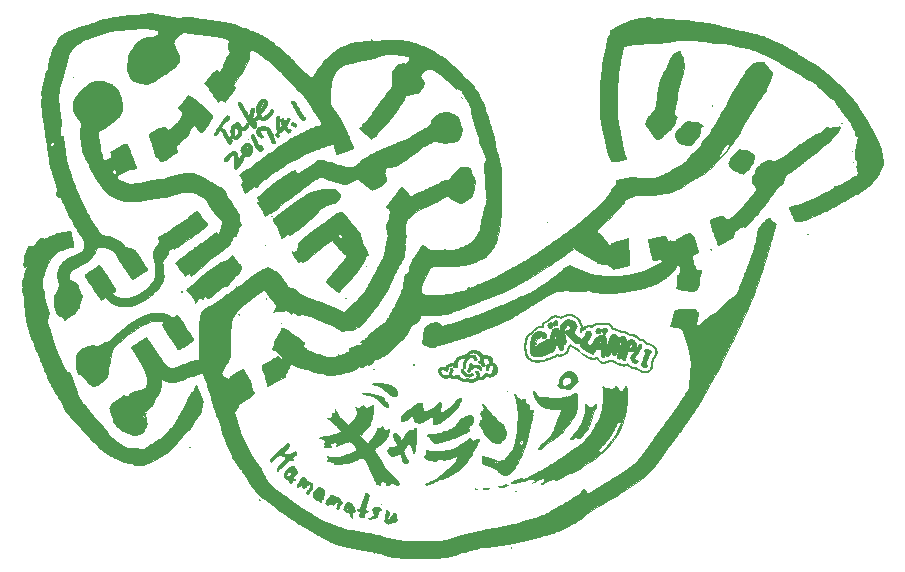
<source format=gbr>
G04 #@! TF.FileFunction,Copper,L1,Top,Signal*
%FSLAX46Y46*%
G04 Gerber Fmt 4.6, Leading zero omitted, Abs format (unit mm)*
G04 Created by KiCad (PCBNEW 4.0.2+e4-6225~38~ubuntu16.04.1-stable) date Mit 05 Apr 2017 14:51:34 CST*
%MOMM*%
G01*
G04 APERTURE LIST*
%ADD10C,0.100000*%
%ADD11C,0.010000*%
%ADD12C,1.400000*%
%ADD13C,1.200000*%
%ADD14C,0.600000*%
%ADD15C,0.250000*%
G04 APERTURE END LIST*
D10*
D11*
G36*
X93399176Y-133181681D02*
X93522350Y-133192323D01*
X93644081Y-133210407D01*
X93753804Y-133234987D01*
X93840955Y-133265117D01*
X93848286Y-133268525D01*
X93917552Y-133312319D01*
X93966253Y-133371338D01*
X93998500Y-133453613D01*
X94018408Y-133567175D01*
X94022630Y-133609005D01*
X94031398Y-133693516D01*
X94043605Y-133750756D01*
X94065580Y-133795689D01*
X94103654Y-133843279D01*
X94137066Y-133879556D01*
X94248454Y-134028359D01*
X94322016Y-134196110D01*
X94357731Y-134382708D01*
X94355578Y-134588051D01*
X94322814Y-134782177D01*
X94301280Y-134879738D01*
X94282654Y-134974320D01*
X94270135Y-135049362D01*
X94268048Y-135065597D01*
X94256211Y-135133205D01*
X94235011Y-135223029D01*
X94208719Y-135317211D01*
X94204735Y-135330181D01*
X94176555Y-135422477D01*
X94150272Y-135511644D01*
X94130972Y-135580381D01*
X94128981Y-135587909D01*
X94115555Y-135628958D01*
X94094894Y-135664534D01*
X94060359Y-135701457D01*
X94005306Y-135746545D01*
X93923095Y-135806616D01*
X93899935Y-135823064D01*
X93799857Y-135892099D01*
X93693658Y-135962348D01*
X93596312Y-136024042D01*
X93542275Y-136056431D01*
X93465728Y-136103841D01*
X93399847Y-136150433D01*
X93356641Y-136187577D01*
X93351373Y-136193623D01*
X93279062Y-136259160D01*
X93196436Y-136290318D01*
X93171766Y-136292064D01*
X93123118Y-136281981D01*
X93046818Y-136254633D01*
X92951731Y-136214169D01*
X92846720Y-136164742D01*
X92740652Y-136110501D01*
X92642389Y-136055597D01*
X92569372Y-136010001D01*
X92499038Y-135964557D01*
X92440815Y-135930137D01*
X92404451Y-135912397D01*
X92398987Y-135911167D01*
X92372322Y-135897942D01*
X92325396Y-135863412D01*
X92273081Y-135819169D01*
X92197865Y-135755611D01*
X92130480Y-135710360D01*
X92065411Y-135684229D01*
X91997145Y-135678035D01*
X91920166Y-135692591D01*
X91828960Y-135728713D01*
X91718014Y-135787216D01*
X91581813Y-135868915D01*
X91473141Y-135937380D01*
X91356218Y-136009576D01*
X91240735Y-136075620D01*
X91120455Y-136138385D01*
X90989139Y-136200744D01*
X90840550Y-136265570D01*
X90668449Y-136335736D01*
X90466599Y-136414114D01*
X90307583Y-136474160D01*
X90099247Y-136561447D01*
X89888742Y-136668888D01*
X89671952Y-136799198D01*
X89444761Y-136955093D01*
X89203050Y-137139290D01*
X88942704Y-137354505D01*
X88843726Y-137440011D01*
X88725455Y-137546184D01*
X88637871Y-137632465D01*
X88577244Y-137703612D01*
X88539846Y-137764385D01*
X88521945Y-137819542D01*
X88519000Y-137854358D01*
X88514061Y-137902071D01*
X88500747Y-137978678D01*
X88481315Y-138072101D01*
X88466111Y-138137610D01*
X88426279Y-138344674D01*
X88414362Y-138524957D01*
X88430288Y-138683440D01*
X88456960Y-138781228D01*
X88482230Y-138874064D01*
X88491759Y-138970551D01*
X88485349Y-139080929D01*
X88462800Y-139215436D01*
X88447179Y-139287250D01*
X88419363Y-139431458D01*
X88402309Y-139569340D01*
X88396397Y-139692493D01*
X88402005Y-139792513D01*
X88419514Y-139860997D01*
X88421128Y-139864264D01*
X88434625Y-139893578D01*
X88442132Y-139923662D01*
X88443233Y-139962601D01*
X88437510Y-140018477D01*
X88424547Y-140099373D01*
X88403925Y-140213371D01*
X88402801Y-140219461D01*
X88380542Y-140352055D01*
X88366181Y-140464022D01*
X88360537Y-140547881D01*
X88362439Y-140587335D01*
X88358591Y-140663900D01*
X88328611Y-140768267D01*
X88274264Y-140896393D01*
X88197311Y-141044237D01*
X88099516Y-141207756D01*
X88075551Y-141245167D01*
X87988294Y-141382730D01*
X87919879Y-141498620D01*
X87863877Y-141605126D01*
X87813859Y-141714536D01*
X87763394Y-141839139D01*
X87759476Y-141849272D01*
X87718506Y-141944651D01*
X87663832Y-142057343D01*
X87604556Y-142168997D01*
X87577322Y-142216530D01*
X87529822Y-142298306D01*
X87491642Y-142366690D01*
X87467250Y-142413505D01*
X87460667Y-142429927D01*
X87451912Y-142453524D01*
X87427729Y-142508352D01*
X87391241Y-142587593D01*
X87345570Y-142684424D01*
X87313958Y-142750413D01*
X87255349Y-142875262D01*
X87196179Y-143006862D01*
X87142371Y-143131680D01*
X87099851Y-143236183D01*
X87090310Y-143261205D01*
X87007480Y-143463274D01*
X86916141Y-143650751D01*
X86821618Y-143813295D01*
X86761269Y-143900312D01*
X86711442Y-143970490D01*
X86651322Y-144061254D01*
X86591553Y-144156392D01*
X86573526Y-144186309D01*
X86520336Y-144271374D01*
X86446469Y-144383341D01*
X86356781Y-144515343D01*
X86256126Y-144660516D01*
X86149358Y-144811992D01*
X86041334Y-144962907D01*
X85936908Y-145106394D01*
X85840935Y-145235588D01*
X85758269Y-145343622D01*
X85729037Y-145380596D01*
X85667561Y-145457777D01*
X85586909Y-145559664D01*
X85493930Y-145677572D01*
X85395470Y-145802817D01*
X85298376Y-145926714D01*
X85284727Y-145944167D01*
X85154686Y-146109345D01*
X85044852Y-146245303D01*
X84950225Y-146356832D01*
X84865807Y-146448723D01*
X84786598Y-146525768D01*
X84707599Y-146592758D01*
X84623811Y-146654484D01*
X84530236Y-146715738D01*
X84421874Y-146781311D01*
X84394475Y-146797425D01*
X84076205Y-146983932D01*
X83805227Y-147003499D01*
X83645528Y-147015659D01*
X83521433Y-147026803D01*
X83426260Y-147037856D01*
X83353324Y-147049746D01*
X83295941Y-147063398D01*
X83247429Y-147079738D01*
X83243214Y-147081395D01*
X83191919Y-147098010D01*
X83144550Y-147101623D01*
X83092932Y-147089606D01*
X83028890Y-147059332D01*
X82944247Y-147008173D01*
X82875353Y-146963167D01*
X82695539Y-146852901D01*
X82482999Y-146737875D01*
X82246360Y-146622399D01*
X81994246Y-146510779D01*
X81856451Y-146454318D01*
X81727181Y-146401270D01*
X81574735Y-146336222D01*
X81414011Y-146265676D01*
X81259908Y-146196133D01*
X81181351Y-146159720D01*
X81009618Y-146082206D01*
X80827131Y-146005285D01*
X80639658Y-145930943D01*
X80452968Y-145861168D01*
X80272830Y-145797948D01*
X80105012Y-145743269D01*
X79955283Y-145699119D01*
X79829411Y-145667485D01*
X79733165Y-145650354D01*
X79695467Y-145647834D01*
X79601533Y-145662312D01*
X79532095Y-145703124D01*
X79496872Y-145757771D01*
X79479313Y-145762871D01*
X79434141Y-145750201D01*
X79358634Y-145718715D01*
X79250072Y-145667367D01*
X79209184Y-145647205D01*
X78930943Y-145508993D01*
X78806367Y-145633569D01*
X78733944Y-145569981D01*
X78679996Y-145530163D01*
X78602387Y-145482019D01*
X78516026Y-145434671D01*
X78497599Y-145425398D01*
X78333677Y-145344402D01*
X78002380Y-145369928D01*
X77779630Y-145390385D01*
X77594149Y-145414820D01*
X77440993Y-145443998D01*
X77327584Y-145474668D01*
X77259251Y-145496449D01*
X77314441Y-145386933D01*
X77359622Y-145303507D01*
X77413310Y-145212853D01*
X77440982Y-145169393D01*
X77490708Y-145080916D01*
X77510725Y-145003178D01*
X77500591Y-144925069D01*
X77459859Y-144835481D01*
X77425374Y-144779020D01*
X77323349Y-144629733D01*
X77204678Y-144469812D01*
X77081590Y-144315164D01*
X76966314Y-144181695D01*
X76965349Y-144180638D01*
X76907206Y-144115750D01*
X76858805Y-144059458D01*
X76828523Y-144021573D01*
X76824417Y-144015576D01*
X76796604Y-143972093D01*
X76769673Y-143931011D01*
X76741464Y-143886239D01*
X76701477Y-143820083D01*
X76663839Y-143756218D01*
X76595275Y-143660358D01*
X76524598Y-143600796D01*
X76455716Y-143578159D01*
X76392535Y-143593073D01*
X76338960Y-143646164D01*
X76311782Y-143699790D01*
X76261834Y-143774700D01*
X76185324Y-143817704D01*
X76113799Y-143827500D01*
X76073120Y-143840451D01*
X76022954Y-143872157D01*
X76016416Y-143877439D01*
X75953895Y-143923181D01*
X75889514Y-143961758D01*
X75850979Y-143988691D01*
X75790109Y-144039644D01*
X75714062Y-144108272D01*
X75629998Y-144188227D01*
X75593181Y-144224498D01*
X75473297Y-144338106D01*
X75349176Y-144445567D01*
X75232933Y-144536671D01*
X75173417Y-144578308D01*
X74991174Y-144702774D01*
X74820965Y-144827654D01*
X74669319Y-144947796D01*
X74542766Y-145058047D01*
X74455891Y-145144373D01*
X74398576Y-145206776D01*
X74352009Y-145257436D01*
X74323796Y-145288082D01*
X74319660Y-145292553D01*
X74297429Y-145313610D01*
X74253384Y-145353543D01*
X74203059Y-145398386D01*
X74106600Y-145504020D01*
X74031584Y-145626571D01*
X73990775Y-145737524D01*
X73962925Y-145791348D01*
X73921091Y-145831985D01*
X73862413Y-145889474D01*
X73812767Y-145980185D01*
X73771563Y-146106086D01*
X73738214Y-146269147D01*
X73712131Y-146471336D01*
X73704072Y-146558000D01*
X73691701Y-146669633D01*
X73672732Y-146801381D01*
X73650347Y-146932172D01*
X73638659Y-146991620D01*
X73626195Y-147052965D01*
X73616174Y-147108325D01*
X73608413Y-147162921D01*
X73602734Y-147221973D01*
X73598954Y-147290702D01*
X73596894Y-147374327D01*
X73596372Y-147478070D01*
X73597209Y-147607152D01*
X73599223Y-147766791D01*
X73602234Y-147962210D01*
X73603137Y-148018203D01*
X73606692Y-148206955D01*
X73611088Y-148390426D01*
X73616105Y-148562360D01*
X73621525Y-148716500D01*
X73627130Y-148846587D01*
X73632701Y-148946363D01*
X73637614Y-149006053D01*
X73647268Y-149098361D01*
X73650439Y-149160966D01*
X73645692Y-149206197D01*
X73631592Y-149246382D01*
X73606704Y-149293849D01*
X73603438Y-149299701D01*
X73569408Y-149369263D01*
X73530850Y-149461164D01*
X73495341Y-149557178D01*
X73490777Y-149570715D01*
X73461342Y-149655295D01*
X73437943Y-149708060D01*
X73414863Y-149737862D01*
X73386384Y-149753556D01*
X73369445Y-149758592D01*
X73346094Y-149767420D01*
X73323268Y-149784396D01*
X73297764Y-149814443D01*
X73266378Y-149862487D01*
X73225906Y-149933452D01*
X73173143Y-150032262D01*
X73104887Y-150163842D01*
X73101485Y-150170447D01*
X73019677Y-150332718D01*
X72959307Y-150460323D01*
X72919739Y-150554720D01*
X72900337Y-150617365D01*
X72898000Y-150636974D01*
X72912394Y-150718736D01*
X72949247Y-150807075D01*
X72999061Y-150881121D01*
X73017456Y-150899500D01*
X73070195Y-150937468D01*
X73145753Y-150982329D01*
X73233543Y-151028878D01*
X73322979Y-151071910D01*
X73403475Y-151106221D01*
X73464445Y-151126606D01*
X73486322Y-151130000D01*
X73552779Y-151111285D01*
X73598745Y-151060318D01*
X73617537Y-150984866D01*
X73617667Y-150977389D01*
X73624226Y-150942803D01*
X73647334Y-150909043D01*
X73692133Y-150872164D01*
X73763766Y-150828218D01*
X73867376Y-150773258D01*
X73914783Y-150749373D01*
X73991763Y-150708713D01*
X74089799Y-150653755D01*
X74194189Y-150592859D01*
X74260105Y-150553057D01*
X74374651Y-150485822D01*
X74486286Y-150425863D01*
X74587249Y-150376896D01*
X74669780Y-150342638D01*
X74726115Y-150326805D01*
X74733903Y-150326169D01*
X74756016Y-150343466D01*
X74788628Y-150389250D01*
X74823883Y-150452105D01*
X74863608Y-150524985D01*
X74918627Y-150618335D01*
X74980288Y-150717715D01*
X75017312Y-150774897D01*
X75099553Y-150905370D01*
X75175735Y-151037273D01*
X75242877Y-151164376D01*
X75297997Y-151280447D01*
X75338111Y-151379254D01*
X75360238Y-151454565D01*
X75362518Y-151496200D01*
X75362931Y-151557543D01*
X75382824Y-151655230D01*
X75413483Y-151761544D01*
X75442504Y-151857419D01*
X75467449Y-151946372D01*
X75484746Y-152015358D01*
X75489724Y-152040167D01*
X75509002Y-152096534D01*
X75546969Y-152167761D01*
X75586239Y-152225805D01*
X75629411Y-152285160D01*
X75659894Y-152331697D01*
X75670833Y-152354554D01*
X75654659Y-152378711D01*
X75613036Y-152417253D01*
X75556309Y-152461967D01*
X75494824Y-152504637D01*
X75444552Y-152534206D01*
X75385824Y-152577544D01*
X75339450Y-152632720D01*
X75339447Y-152632725D01*
X75310843Y-152675195D01*
X75289977Y-152695930D01*
X75288200Y-152696334D01*
X75266436Y-152707045D01*
X75215489Y-152736570D01*
X75141892Y-152780994D01*
X75052175Y-152836403D01*
X75001722Y-152868005D01*
X74895334Y-152933989D01*
X74790992Y-152997003D01*
X74698790Y-153051064D01*
X74628823Y-153090188D01*
X74612500Y-153098717D01*
X74560722Y-153126042D01*
X74517265Y-153153250D01*
X74477709Y-153185537D01*
X74437632Y-153228098D01*
X74392612Y-153286131D01*
X74338229Y-153364832D01*
X74270062Y-153469397D01*
X74189462Y-153595917D01*
X74101452Y-153737891D01*
X74037580Y-153848183D01*
X73998216Y-153926105D01*
X73983730Y-153970971D01*
X73984034Y-153976917D01*
X74000119Y-154042008D01*
X74026557Y-154140373D01*
X74061247Y-154264825D01*
X74102090Y-154408176D01*
X74146985Y-154563240D01*
X74193834Y-154722830D01*
X74240535Y-154879759D01*
X74284989Y-155026841D01*
X74325096Y-155156888D01*
X74358756Y-155262713D01*
X74367515Y-155289361D01*
X74500526Y-155668825D01*
X74645491Y-156043872D01*
X74800129Y-156409995D01*
X74962162Y-156762681D01*
X75129311Y-157097422D01*
X75299297Y-157409706D01*
X75469841Y-157695024D01*
X75638664Y-157948866D01*
X75803487Y-158166721D01*
X75848762Y-158220834D01*
X75922347Y-158310476D01*
X76001897Y-158413308D01*
X76070206Y-158507085D01*
X76070287Y-158507201D01*
X76121957Y-158579095D01*
X76168419Y-158639581D01*
X76201692Y-158678396D01*
X76208074Y-158684418D01*
X76236568Y-158724968D01*
X76242333Y-158750706D01*
X76252070Y-158785491D01*
X76279164Y-158851062D01*
X76320436Y-158941186D01*
X76372709Y-159049629D01*
X76432804Y-159170157D01*
X76497545Y-159296538D01*
X76563754Y-159422537D01*
X76628252Y-159541922D01*
X76687862Y-159648457D01*
X76739407Y-159735911D01*
X76765963Y-159777878D01*
X76841535Y-159886776D01*
X76921761Y-159989806D01*
X77010345Y-160090226D01*
X77110990Y-160191293D01*
X77227400Y-160296263D01*
X77363279Y-160408391D01*
X77522331Y-160530935D01*
X77708259Y-160667152D01*
X77924767Y-160820296D01*
X78052083Y-160908682D01*
X78150961Y-160978142D01*
X78276060Y-161067842D01*
X78419942Y-161172345D01*
X78575170Y-161286214D01*
X78734308Y-161404011D01*
X78889919Y-161520301D01*
X78933300Y-161552947D01*
X79191402Y-161743892D01*
X79437432Y-161918718D01*
X79665441Y-162073305D01*
X79869479Y-162203532D01*
X79896383Y-162219943D01*
X80029758Y-162301199D01*
X80188203Y-162398419D01*
X80360986Y-162504976D01*
X80537374Y-162614243D01*
X80706638Y-162719591D01*
X80803213Y-162779980D01*
X80940308Y-162864781D01*
X81071122Y-162943624D01*
X81189849Y-163013166D01*
X81290679Y-163070065D01*
X81367804Y-163110981D01*
X81415417Y-163132571D01*
X81417047Y-163133126D01*
X81471505Y-163152765D01*
X81556269Y-163185338D01*
X81662606Y-163227400D01*
X81781786Y-163275505D01*
X81883250Y-163317156D01*
X82023206Y-163374205D01*
X82173573Y-163434046D01*
X82320491Y-163491254D01*
X82450098Y-163540406D01*
X82510199Y-163562481D01*
X82627834Y-163605416D01*
X82748402Y-163650215D01*
X82857426Y-163691454D01*
X82937683Y-163722617D01*
X83139710Y-163793225D01*
X83377147Y-163859269D01*
X83643168Y-163919030D01*
X83909727Y-163967381D01*
X84356248Y-164040968D01*
X84761559Y-164110270D01*
X85126545Y-164175461D01*
X85452095Y-164236717D01*
X85739095Y-164294211D01*
X85988431Y-164348118D01*
X86200993Y-164398612D01*
X86377665Y-164445869D01*
X86448434Y-164466973D01*
X86657390Y-164529733D01*
X86874222Y-164591093D01*
X87091200Y-164649118D01*
X87300592Y-164701873D01*
X87494669Y-164747425D01*
X87665701Y-164783839D01*
X87805956Y-164809180D01*
X87831083Y-164812958D01*
X87990417Y-164831529D01*
X88189696Y-164847417D01*
X88426612Y-164860559D01*
X88698858Y-164870893D01*
X89004126Y-164878353D01*
X89340109Y-164882877D01*
X89704500Y-164884400D01*
X90094990Y-164882860D01*
X90297000Y-164880947D01*
X90559774Y-164877736D01*
X90783860Y-164874375D01*
X90972902Y-164870734D01*
X91130545Y-164866683D01*
X91260433Y-164862092D01*
X91366211Y-164856832D01*
X91451523Y-164850773D01*
X91520015Y-164843785D01*
X91575331Y-164835738D01*
X91577583Y-164835346D01*
X91731754Y-164804814D01*
X91921527Y-164761236D01*
X92142611Y-164705729D01*
X92390713Y-164639409D01*
X92661541Y-164563392D01*
X92950804Y-164478794D01*
X92964000Y-164474858D01*
X93188626Y-164408204D01*
X93375842Y-164353557D01*
X93528586Y-164310123D01*
X93649802Y-164277111D01*
X93742430Y-164253730D01*
X93809410Y-164239187D01*
X93853684Y-164232691D01*
X93865312Y-164232167D01*
X93909211Y-164226172D01*
X93992440Y-164208392D01*
X94113755Y-164179129D01*
X94271915Y-164138688D01*
X94465677Y-164087373D01*
X94551500Y-164064241D01*
X94623678Y-164046196D01*
X94725870Y-164022733D01*
X94852170Y-163995034D01*
X94996673Y-163964284D01*
X95153472Y-163931664D01*
X95316661Y-163898358D01*
X95480334Y-163865549D01*
X95638585Y-163834419D01*
X95785507Y-163806152D01*
X95915196Y-163781931D01*
X96021744Y-163762938D01*
X96099245Y-163750357D01*
X96141795Y-163745369D01*
X96143710Y-163745334D01*
X96205581Y-163740270D01*
X96302915Y-163725859D01*
X96430168Y-163703272D01*
X96581797Y-163673682D01*
X96752259Y-163638260D01*
X96936012Y-163598176D01*
X97127511Y-163554604D01*
X97321213Y-163508713D01*
X97511576Y-163461677D01*
X97631250Y-163430951D01*
X98061303Y-163316310D01*
X98452619Y-163206922D01*
X98808333Y-163101823D01*
X99131583Y-163000051D01*
X99425505Y-162900641D01*
X99693237Y-162802631D01*
X99755019Y-162778790D01*
X99860491Y-162739495D01*
X99963228Y-162704412D01*
X100050497Y-162677713D01*
X100103412Y-162664649D01*
X100171881Y-162644173D01*
X100263062Y-162606510D01*
X100363997Y-162557272D01*
X100413809Y-162530215D01*
X100507032Y-162478304D01*
X100624693Y-162413753D01*
X100753776Y-162343654D01*
X100881267Y-162275096D01*
X100922667Y-162253010D01*
X101053478Y-162182125D01*
X101196740Y-162102409D01*
X101337001Y-162022581D01*
X101458807Y-161951359D01*
X101483583Y-161936511D01*
X101600338Y-161867090D01*
X101727594Y-161793023D01*
X101849546Y-161723425D01*
X101945654Y-161669990D01*
X102048709Y-161609407D01*
X102154393Y-161539914D01*
X102246821Y-161472256D01*
X102286853Y-161439189D01*
X102372973Y-161369547D01*
X102475862Y-161295462D01*
X102574658Y-161231878D01*
X102583804Y-161226500D01*
X102661031Y-161181135D01*
X102763235Y-161120432D01*
X102879235Y-161051067D01*
X102997848Y-160979716D01*
X103046939Y-160950044D01*
X103158042Y-160882312D01*
X103238264Y-160831510D01*
X103293173Y-160793030D01*
X103328333Y-160762263D01*
X103349309Y-160734601D01*
X103361667Y-160705435D01*
X103367417Y-160684678D01*
X103409575Y-160595841D01*
X103480815Y-160517409D01*
X103520129Y-160481645D01*
X103549349Y-160459941D01*
X103573698Y-160456047D01*
X103598399Y-160473716D01*
X103628677Y-160516700D01*
X103669754Y-160588750D01*
X103726854Y-160693618D01*
X103727306Y-160694446D01*
X103772859Y-160773951D01*
X103812879Y-160836552D01*
X103842283Y-160874710D01*
X103854250Y-160882768D01*
X103879983Y-160870065D01*
X103933471Y-160839876D01*
X104006449Y-160796961D01*
X104076500Y-160754724D01*
X104163751Y-160701715D01*
X104276216Y-160633619D01*
X104402809Y-160557134D01*
X104532448Y-160478960D01*
X104616250Y-160428516D01*
X104710906Y-160371581D01*
X104835593Y-160296571D01*
X104984072Y-160207241D01*
X105150102Y-160107345D01*
X105327444Y-160000638D01*
X105509858Y-159890874D01*
X105691103Y-159781807D01*
X105727500Y-159759904D01*
X106051533Y-159562466D01*
X106355895Y-159372112D01*
X106638008Y-159190589D01*
X106895290Y-159019640D01*
X107125163Y-158861012D01*
X107325045Y-158716448D01*
X107492358Y-158587693D01*
X107622834Y-158478003D01*
X107798512Y-158317681D01*
X107970927Y-158154033D01*
X108135272Y-157992006D01*
X108286741Y-157836546D01*
X108420527Y-157692597D01*
X108531823Y-157565107D01*
X108615821Y-157459021D01*
X108623634Y-157448250D01*
X108701818Y-157340353D01*
X108792817Y-157216563D01*
X108883606Y-157094522D01*
X108940992Y-157018355D01*
X109017389Y-156913590D01*
X109104463Y-156787678D01*
X109191718Y-156656133D01*
X109268661Y-156534467D01*
X109271704Y-156529487D01*
X109340762Y-156418585D01*
X109413087Y-156306332D01*
X109480924Y-156204531D01*
X109536519Y-156124985D01*
X109545538Y-156112716D01*
X109611486Y-156020640D01*
X109684335Y-155913640D01*
X109749463Y-155813247D01*
X109755728Y-155803208D01*
X109808705Y-155723988D01*
X109861971Y-155654454D01*
X109906501Y-155606081D01*
X109918642Y-155596065D01*
X109944632Y-155569417D01*
X109992136Y-155512393D01*
X110058040Y-155429050D01*
X110139231Y-155323443D01*
X110232595Y-155199630D01*
X110335019Y-155061666D01*
X110443388Y-154913608D01*
X110459364Y-154891607D01*
X110571200Y-154737681D01*
X110679633Y-154588907D01*
X110781117Y-154450114D01*
X110872109Y-154326130D01*
X110949066Y-154221784D01*
X111008442Y-154141905D01*
X111046695Y-154091320D01*
X111047685Y-154090040D01*
X111234555Y-153841237D01*
X111437642Y-153556591D01*
X111657325Y-153235541D01*
X111893986Y-152877524D01*
X112148007Y-152481978D01*
X112273103Y-152283584D01*
X112333561Y-152188030D01*
X112391091Y-152098612D01*
X112439294Y-152025179D01*
X112471774Y-151977582D01*
X112472431Y-151976667D01*
X112506031Y-151921679D01*
X112516781Y-151871270D01*
X112510731Y-151807334D01*
X112499233Y-151711617D01*
X112496244Y-151614818D01*
X112501982Y-151503895D01*
X112516667Y-151365808D01*
X112518353Y-151352250D01*
X112527591Y-151265492D01*
X112537728Y-151148378D01*
X112547850Y-151012846D01*
X112557044Y-150870836D01*
X112562088Y-150780750D01*
X112571899Y-150631484D01*
X112585834Y-150471961D01*
X112602368Y-150317127D01*
X112619976Y-150181926D01*
X112629010Y-150124584D01*
X112676106Y-149849417D01*
X112545033Y-149172084D01*
X112497342Y-148927923D01*
X112455803Y-148720927D01*
X112419310Y-148546552D01*
X112386755Y-148400256D01*
X112357030Y-148277497D01*
X112329028Y-148173733D01*
X112301640Y-148084422D01*
X112273759Y-148005020D01*
X112244277Y-147930986D01*
X112239811Y-147920444D01*
X112204876Y-147834901D01*
X112161582Y-147723457D01*
X112115322Y-147600250D01*
X112071486Y-147479416D01*
X112069541Y-147473934D01*
X112026199Y-147353924D01*
X111980488Y-147231180D01*
X111937703Y-147119704D01*
X111903140Y-147033501D01*
X111901631Y-147029885D01*
X111866437Y-146948729D01*
X111838546Y-146897236D01*
X111809853Y-146865638D01*
X111772254Y-146844168D01*
X111735461Y-146829624D01*
X111679935Y-146814060D01*
X111592572Y-146795528D01*
X111483585Y-146775942D01*
X111363190Y-146757215D01*
X111308853Y-146749689D01*
X111193407Y-146733835D01*
X111091262Y-146718846D01*
X111010505Y-146705985D01*
X110959222Y-146696512D01*
X110946532Y-146693211D01*
X110925437Y-146676467D01*
X110916432Y-146643812D01*
X110920288Y-146590661D01*
X110937775Y-146512428D01*
X110969664Y-146404529D01*
X111016724Y-146262380D01*
X111021040Y-146249763D01*
X111074084Y-146084881D01*
X111114263Y-145938607D01*
X111139470Y-145818971D01*
X111145388Y-145775773D01*
X111163501Y-145666691D01*
X111193213Y-145550459D01*
X111219848Y-145473209D01*
X111248260Y-145403947D01*
X111269816Y-145353173D01*
X111280360Y-145330649D01*
X111280709Y-145330305D01*
X111301385Y-145326770D01*
X111354006Y-145317355D01*
X111428873Y-145303800D01*
X111463667Y-145297464D01*
X111622493Y-145273354D01*
X111816561Y-145252047D01*
X112038840Y-145234112D01*
X112282297Y-145220116D01*
X112539899Y-145210625D01*
X112540521Y-145210608D01*
X112887126Y-145201312D01*
X113040974Y-145350489D01*
X113109142Y-145413485D01*
X113169164Y-145463325D01*
X113212931Y-145493568D01*
X113228827Y-145499667D01*
X113252657Y-145518614D01*
X113263764Y-145570773D01*
X113262587Y-145649121D01*
X113249564Y-145746632D01*
X113225133Y-145856284D01*
X113201618Y-145936072D01*
X113167750Y-146050244D01*
X113133894Y-146181078D01*
X113106492Y-146303394D01*
X113102674Y-146322917D01*
X113085519Y-146418277D01*
X113077262Y-146482451D01*
X113077628Y-146525581D01*
X113086345Y-146557809D01*
X113095825Y-146576767D01*
X113140613Y-146626825D01*
X113202586Y-146641473D01*
X113253500Y-146633661D01*
X113284412Y-146615674D01*
X113340227Y-146573188D01*
X113415242Y-146510945D01*
X113503751Y-146433689D01*
X113600047Y-146346162D01*
X113606368Y-146340298D01*
X113758276Y-146199961D01*
X113885735Y-146084534D01*
X113994670Y-145989440D01*
X114091004Y-145910101D01*
X114180664Y-145841940D01*
X114269573Y-145780379D01*
X114363658Y-145720842D01*
X114468842Y-145658750D01*
X114543787Y-145616084D01*
X114658394Y-145550886D01*
X114751601Y-145495452D01*
X114829900Y-145444305D01*
X114899777Y-145391971D01*
X114967721Y-145332975D01*
X115040222Y-145261842D01*
X115123768Y-145173097D01*
X115224846Y-145061266D01*
X115296372Y-144981075D01*
X115416162Y-144849138D01*
X115519602Y-144742308D01*
X115616179Y-144652160D01*
X115715383Y-144570268D01*
X115826704Y-144488206D01*
X115935303Y-144413795D01*
X116083845Y-144313980D01*
X116201610Y-144233587D01*
X116293095Y-144168633D01*
X116362797Y-144115135D01*
X116415213Y-144069109D01*
X116454839Y-144026570D01*
X116486172Y-143983534D01*
X116513709Y-143936019D01*
X116541947Y-143880039D01*
X116545124Y-143873533D01*
X116579375Y-143798901D01*
X116626232Y-143690352D01*
X116683429Y-143553604D01*
X116748706Y-143394378D01*
X116819799Y-143218392D01*
X116894444Y-143031366D01*
X116970379Y-142839018D01*
X117045342Y-142647069D01*
X117117068Y-142461237D01*
X117183296Y-142287242D01*
X117241762Y-142130802D01*
X117290203Y-141997638D01*
X117312897Y-141933084D01*
X117360656Y-141798851D01*
X117413032Y-141658419D01*
X117464800Y-141525382D01*
X117510737Y-141413338D01*
X117526815Y-141376306D01*
X117580978Y-141249769D01*
X117634377Y-141114633D01*
X117688875Y-140965440D01*
X117746334Y-140796730D01*
X117808616Y-140603044D01*
X117877584Y-140378924D01*
X117950677Y-140133917D01*
X118010418Y-139930612D01*
X118058902Y-139763766D01*
X118097196Y-139629341D01*
X118126371Y-139523296D01*
X118147495Y-139441594D01*
X118161638Y-139380193D01*
X118169870Y-139335057D01*
X118173259Y-139302144D01*
X118173500Y-139292244D01*
X118179861Y-139244817D01*
X118196410Y-139174039D01*
X118215916Y-139107074D01*
X118236025Y-139026096D01*
X118254971Y-138917670D01*
X118270390Y-138796661D01*
X118277090Y-138722519D01*
X118284558Y-138627492D01*
X118293480Y-138551924D01*
X118307566Y-138488879D01*
X118330526Y-138431427D01*
X118366070Y-138372632D01*
X118417906Y-138305562D01*
X118489744Y-138223283D01*
X118585295Y-138118862D01*
X118620460Y-138080750D01*
X118702144Y-137991071D01*
X118778664Y-137904973D01*
X118842868Y-137830650D01*
X118887602Y-137776296D01*
X118896855Y-137764162D01*
X118958003Y-137697627D01*
X119038432Y-137632524D01*
X119126459Y-137576264D01*
X119210398Y-137536253D01*
X119278565Y-137519901D01*
X119282203Y-137519834D01*
X119337508Y-137528456D01*
X119370138Y-137561066D01*
X119377355Y-137575398D01*
X119431462Y-137663907D01*
X119511780Y-137758191D01*
X119606496Y-137845420D01*
X119667427Y-137890436D01*
X119746502Y-137946754D01*
X119793095Y-137994624D01*
X119812103Y-138045474D01*
X119808422Y-138110729D01*
X119792240Y-138181721D01*
X119766987Y-138279210D01*
X119739676Y-138384865D01*
X119725301Y-138440584D01*
X119703730Y-138517288D01*
X119673034Y-138617627D01*
X119638261Y-138725347D01*
X119620119Y-138779250D01*
X119601308Y-138837127D01*
X119571899Y-138931468D01*
X119533146Y-139058098D01*
X119486302Y-139212840D01*
X119432623Y-139391519D01*
X119373361Y-139589959D01*
X119309771Y-139803983D01*
X119243107Y-140029417D01*
X119174623Y-140262083D01*
X119165645Y-140292667D01*
X119070505Y-140616490D01*
X118985859Y-140903667D01*
X118910462Y-141158224D01*
X118843066Y-141384185D01*
X118782425Y-141585578D01*
X118727291Y-141766428D01*
X118676420Y-141930760D01*
X118628562Y-142082602D01*
X118582473Y-142225978D01*
X118536905Y-142364916D01*
X118490612Y-142503439D01*
X118442347Y-142645576D01*
X118390863Y-142795350D01*
X118388940Y-142800917D01*
X118247492Y-143204405D01*
X118107683Y-143590413D01*
X117967360Y-143963975D01*
X117824368Y-144330123D01*
X117676551Y-144693890D01*
X117521754Y-145060308D01*
X117357822Y-145434410D01*
X117182600Y-145821229D01*
X116993933Y-146225797D01*
X116789666Y-146653146D01*
X116567643Y-147108310D01*
X116394833Y-147457584D01*
X116287263Y-147674199D01*
X116172436Y-147905989D01*
X116054410Y-148144728D01*
X115937241Y-148382191D01*
X115824986Y-148610152D01*
X115721704Y-148820384D01*
X115631449Y-149004663D01*
X115596213Y-149076834D01*
X115388001Y-149497811D01*
X115190885Y-149883708D01*
X115002220Y-150239482D01*
X114819358Y-150570095D01*
X114639654Y-150880505D01*
X114585469Y-150971250D01*
X114511188Y-151097329D01*
X114421585Y-151253593D01*
X114320738Y-151432601D01*
X114212728Y-151626913D01*
X114101635Y-151829089D01*
X113991538Y-152031689D01*
X113886516Y-152227271D01*
X113790649Y-152408395D01*
X113708018Y-152567621D01*
X113680223Y-152622250D01*
X113651041Y-152679436D01*
X113622306Y-152734072D01*
X113591658Y-152790067D01*
X113556737Y-152851329D01*
X113515183Y-152921765D01*
X113464636Y-153005283D01*
X113402736Y-153105793D01*
X113327122Y-153227202D01*
X113235434Y-153373417D01*
X113125313Y-153548348D01*
X113022500Y-153711368D01*
X112897442Y-153908944D01*
X112789722Y-154077444D01*
X112694576Y-154223899D01*
X112607238Y-154355337D01*
X112522944Y-154478787D01*
X112436927Y-154601280D01*
X112344423Y-154729843D01*
X112240666Y-154871506D01*
X112184213Y-154947914D01*
X112100760Y-155061037D01*
X112000781Y-155197202D01*
X111892529Y-155345129D01*
X111784259Y-155493537D01*
X111684225Y-155631147D01*
X111680293Y-155636568D01*
X111589657Y-155760546D01*
X111480083Y-155908797D01*
X111358482Y-156072069D01*
X111231767Y-156241111D01*
X111106847Y-156406670D01*
X111000381Y-156546735D01*
X110857241Y-156734346D01*
X110737143Y-156892094D01*
X110637362Y-157023703D01*
X110555174Y-157132898D01*
X110487855Y-157223404D01*
X110432681Y-157298947D01*
X110386927Y-157363252D01*
X110347868Y-157420043D01*
X110312781Y-157473046D01*
X110278941Y-157525986D01*
X110248172Y-157575250D01*
X110193036Y-157661612D01*
X110139951Y-157740389D01*
X110096407Y-157800672D01*
X110077171Y-157824324D01*
X110042419Y-157868583D01*
X110024855Y-157902173D01*
X110024333Y-157905990D01*
X110011988Y-157932599D01*
X109979290Y-157982209D01*
X109932749Y-158045100D01*
X109921827Y-158059082D01*
X109860746Y-158138839D01*
X109788924Y-158236017D01*
X109719345Y-158332976D01*
X109701344Y-158358673D01*
X109650734Y-158423771D01*
X109573868Y-158512638D01*
X109475588Y-158620317D01*
X109360734Y-158741851D01*
X109234145Y-158872283D01*
X109100663Y-159006656D01*
X108965126Y-159140012D01*
X108832377Y-159267395D01*
X108707254Y-159383847D01*
X108648500Y-159436930D01*
X108489551Y-159571946D01*
X108298206Y-159722803D01*
X108079661Y-159885867D01*
X107839108Y-160057508D01*
X107581743Y-160234094D01*
X107312760Y-160411993D01*
X107037352Y-160587573D01*
X106760714Y-160757202D01*
X106757186Y-160759320D01*
X106599295Y-160854531D01*
X106437540Y-160952888D01*
X106279790Y-161049550D01*
X106133912Y-161139673D01*
X106007774Y-161218415D01*
X105909244Y-161280935D01*
X105899936Y-161286931D01*
X105798950Y-161350722D01*
X105670241Y-161429863D01*
X105522936Y-161518865D01*
X105366163Y-161612243D01*
X105209049Y-161704509D01*
X105108377Y-161762833D01*
X104792666Y-161946069D01*
X104512814Y-162111730D01*
X104266798Y-162261141D01*
X104052598Y-162395627D01*
X103868192Y-162516512D01*
X103711558Y-162625120D01*
X103580674Y-162722777D01*
X103473519Y-162810807D01*
X103389681Y-162888911D01*
X103216925Y-163038110D01*
X103071209Y-163131025D01*
X102987306Y-163178528D01*
X102881197Y-163241429D01*
X102766009Y-163311812D01*
X102654871Y-163381761D01*
X102646507Y-163387126D01*
X102510613Y-163473477D01*
X102392980Y-163545409D01*
X102284154Y-163607926D01*
X102174678Y-163666029D01*
X102055098Y-163724722D01*
X101915960Y-163789005D01*
X101747808Y-163863883D01*
X101733313Y-163870263D01*
X101556601Y-163947113D01*
X101403560Y-164011198D01*
X101264430Y-164065944D01*
X101129452Y-164114780D01*
X100988867Y-164161134D01*
X100832915Y-164208433D01*
X100651837Y-164260105D01*
X100518141Y-164297085D01*
X100350339Y-164343892D01*
X100163777Y-164397208D01*
X99973670Y-164452605D01*
X99795234Y-164505650D01*
X99654195Y-164548649D01*
X99491855Y-164596702D01*
X99307002Y-164647705D01*
X99116957Y-164697103D01*
X98939040Y-164740342D01*
X98843012Y-164761933D01*
X98711232Y-164790892D01*
X98587922Y-164819012D01*
X98481304Y-164844340D01*
X98399596Y-164864922D01*
X98351021Y-164878805D01*
X98350729Y-164878904D01*
X98297943Y-164893375D01*
X98213771Y-164912486D01*
X98108603Y-164934038D01*
X97992830Y-164955834D01*
X97957770Y-164962059D01*
X97858104Y-164979493D01*
X97725063Y-165002769D01*
X97566971Y-165030429D01*
X97392153Y-165061017D01*
X97208932Y-165093077D01*
X97025634Y-165125151D01*
X96975083Y-165133997D01*
X96722994Y-165177894D01*
X96507290Y-165214877D01*
X96322724Y-165245691D01*
X96164047Y-165271081D01*
X96026010Y-165291794D01*
X95903365Y-165308574D01*
X95790862Y-165322167D01*
X95683254Y-165333319D01*
X95575292Y-165342775D01*
X95461727Y-165351281D01*
X95429917Y-165353478D01*
X95295710Y-165363694D01*
X95162200Y-165375758D01*
X95041115Y-165388480D01*
X94944181Y-165400670D01*
X94905736Y-165406660D01*
X94832108Y-165421947D01*
X94723930Y-165447743D01*
X94587205Y-165482405D01*
X94427936Y-165524291D01*
X94252125Y-165571758D01*
X94065774Y-165623164D01*
X93874887Y-165676867D01*
X93685465Y-165731224D01*
X93503511Y-165784594D01*
X93335028Y-165835333D01*
X93302667Y-165845270D01*
X93055127Y-165921351D01*
X92843117Y-165985862D01*
X92661807Y-166040006D01*
X92506364Y-166084986D01*
X92371959Y-166122007D01*
X92253761Y-166152270D01*
X92146940Y-166176979D01*
X92046664Y-166197338D01*
X91948102Y-166214550D01*
X91846425Y-166229817D01*
X91736801Y-166244343D01*
X91664537Y-166253284D01*
X91518374Y-166268169D01*
X91335908Y-166282080D01*
X91123162Y-166294869D01*
X90886158Y-166306388D01*
X90630918Y-166316488D01*
X90363466Y-166325021D01*
X90089823Y-166331838D01*
X89816013Y-166336792D01*
X89548057Y-166339733D01*
X89291978Y-166340514D01*
X89053799Y-166338985D01*
X88839542Y-166334998D01*
X88655230Y-166328405D01*
X88642207Y-166327773D01*
X88217146Y-166299510D01*
X87822169Y-166257453D01*
X87446719Y-166199664D01*
X87080242Y-166124205D01*
X86712182Y-166029138D01*
X86331982Y-165912524D01*
X86271507Y-165892469D01*
X85928474Y-165777651D01*
X85830548Y-165869647D01*
X85772482Y-165815460D01*
X85725284Y-165778389D01*
X85669012Y-165750183D01*
X85596112Y-165728866D01*
X85499029Y-165712464D01*
X85370209Y-165699002D01*
X85307691Y-165693968D01*
X85047345Y-165661419D01*
X84774509Y-165601263D01*
X84768825Y-165599761D01*
X84664748Y-165574510D01*
X84529125Y-165545074D01*
X84372284Y-165513499D01*
X84204550Y-165481833D01*
X84036250Y-165452120D01*
X83957583Y-165439036D01*
X83796125Y-165411796D01*
X83633340Y-165382544D01*
X83478743Y-165353119D01*
X83341846Y-165325361D01*
X83232162Y-165301110D01*
X83187650Y-165290135D01*
X83028777Y-165243597D01*
X82841705Y-165180358D01*
X82635457Y-165103884D01*
X82419051Y-165017645D01*
X82201510Y-164925107D01*
X81999667Y-164833420D01*
X81892344Y-164783460D01*
X81792624Y-164737985D01*
X81709612Y-164701080D01*
X81652411Y-164676831D01*
X81639833Y-164671965D01*
X81575523Y-164642233D01*
X81503541Y-164600293D01*
X81481083Y-164585187D01*
X81437031Y-164557173D01*
X81362631Y-164513243D01*
X81264894Y-164457388D01*
X81150828Y-164393603D01*
X81027446Y-164325881D01*
X80994250Y-164307874D01*
X80773919Y-164186669D01*
X80550224Y-164059914D01*
X80331126Y-163932320D01*
X80124587Y-163808602D01*
X79938567Y-163693472D01*
X79781028Y-163591642D01*
X79756000Y-163574879D01*
X79687376Y-163530095D01*
X79589640Y-163468360D01*
X79470150Y-163394219D01*
X79336266Y-163312213D01*
X79195347Y-163226885D01*
X79089250Y-163163312D01*
X78901744Y-163050896D01*
X78743497Y-162954282D01*
X78606968Y-162868351D01*
X78484614Y-162787984D01*
X78368893Y-162708059D01*
X78252263Y-162623459D01*
X78127182Y-162529062D01*
X77986107Y-162419749D01*
X77935667Y-162380243D01*
X77839022Y-162305031D01*
X77715193Y-162209632D01*
X77570921Y-162099184D01*
X77412943Y-161978824D01*
X77248000Y-161853692D01*
X77082831Y-161728925D01*
X76970818Y-161644655D01*
X76755597Y-161482544D01*
X76571125Y-161342277D01*
X76413884Y-161220839D01*
X76280356Y-161115218D01*
X76167023Y-161022399D01*
X76070367Y-160939370D01*
X75986869Y-160863116D01*
X75913013Y-160790624D01*
X75845278Y-160718880D01*
X75780149Y-160644871D01*
X75721127Y-160574172D01*
X75623434Y-160450440D01*
X75518435Y-160309747D01*
X75411230Y-160159623D01*
X75306920Y-160007596D01*
X75210603Y-159861194D01*
X75127382Y-159727948D01*
X75062355Y-159615386D01*
X75032858Y-159558131D01*
X74983410Y-159465177D01*
X74923767Y-159367478D01*
X74877172Y-159300334D01*
X74830894Y-159236843D01*
X74794993Y-159183374D01*
X74777564Y-159152167D01*
X74761868Y-159126143D01*
X74724756Y-159071871D01*
X74670221Y-158994965D01*
X74602254Y-158901038D01*
X74524846Y-158795705D01*
X74506655Y-158771167D01*
X74320010Y-158515358D01*
X74160815Y-158287425D01*
X74027269Y-158084638D01*
X73917573Y-157904271D01*
X73834851Y-157753229D01*
X73758696Y-157599283D01*
X73674761Y-157419599D01*
X73585231Y-157219640D01*
X73492285Y-157004868D01*
X73398107Y-156780746D01*
X73304876Y-156552737D01*
X73214776Y-156326305D01*
X73129987Y-156106911D01*
X73052692Y-155900020D01*
X72985071Y-155711094D01*
X72929308Y-155545595D01*
X72887582Y-155408988D01*
X72867035Y-155329754D01*
X72822324Y-155160512D01*
X72759375Y-154961382D01*
X72680628Y-154739415D01*
X72588521Y-154501663D01*
X72538225Y-154379084D01*
X72469290Y-154211880D01*
X72410853Y-154064061D01*
X72359792Y-153926287D01*
X72312984Y-153789222D01*
X72267309Y-153643526D01*
X72219642Y-153479862D01*
X72166862Y-153288891D01*
X72138361Y-153183167D01*
X72092937Y-153018231D01*
X72039424Y-152831567D01*
X71979430Y-152628220D01*
X71914565Y-152413234D01*
X71846437Y-152191654D01*
X71776655Y-151968524D01*
X71706827Y-151748889D01*
X71638562Y-151537793D01*
X71573470Y-151340282D01*
X71513158Y-151161400D01*
X71459235Y-151006190D01*
X71413310Y-150879699D01*
X71376992Y-150786971D01*
X71366414Y-150762457D01*
X71310691Y-150638331D01*
X71210977Y-150653284D01*
X71146219Y-150664491D01*
X71075408Y-150680047D01*
X70994920Y-150701174D01*
X70901131Y-150729093D01*
X70790417Y-150765027D01*
X70659154Y-150810195D01*
X70503717Y-150865820D01*
X70320481Y-150933123D01*
X70105824Y-151013324D01*
X69856119Y-151107647D01*
X69804088Y-151127389D01*
X69595592Y-151204827D01*
X69418423Y-151266345D01*
X69265469Y-151313758D01*
X69129618Y-151348882D01*
X69003758Y-151373534D01*
X68880776Y-151389527D01*
X68753561Y-151398679D01*
X68738750Y-151399357D01*
X68580126Y-151402015D01*
X68445893Y-151392772D01*
X68322123Y-151368690D01*
X68194883Y-151326830D01*
X68050245Y-151264254D01*
X68011905Y-151246072D01*
X67929542Y-151206776D01*
X67862828Y-151175414D01*
X67819993Y-151155825D01*
X67808532Y-151151167D01*
X67805593Y-151171022D01*
X67801542Y-151225404D01*
X67796867Y-151306536D01*
X67792053Y-151406640D01*
X67790974Y-151431625D01*
X67777515Y-151623537D01*
X67754992Y-151788579D01*
X67734942Y-151881417D01*
X67679216Y-152051773D01*
X67600127Y-152234400D01*
X67505554Y-152413006D01*
X67403377Y-152571295D01*
X67397416Y-152579464D01*
X67347817Y-152651684D01*
X67310098Y-152715643D01*
X67290337Y-152760683D01*
X67288788Y-152769964D01*
X67279205Y-152810562D01*
X67254321Y-152873233D01*
X67224987Y-152933700D01*
X67187819Y-153016195D01*
X67158936Y-153101891D01*
X67147758Y-153152948D01*
X67137838Y-153202605D01*
X67119210Y-153246591D01*
X67085693Y-153294364D01*
X67031105Y-153355386D01*
X66983105Y-153404897D01*
X66911926Y-153474170D01*
X66844387Y-153534560D01*
X66790307Y-153577528D01*
X66769049Y-153591065D01*
X66723422Y-153622571D01*
X66662428Y-153674931D01*
X66598697Y-153737247D01*
X66594138Y-153742040D01*
X66539604Y-153798263D01*
X66496487Y-153840042D01*
X66472634Y-153859840D01*
X66470819Y-153860500D01*
X66450661Y-153874975D01*
X66419805Y-153908125D01*
X66384161Y-153976902D01*
X66388838Y-154044816D01*
X66421344Y-154093678D01*
X66440132Y-154117495D01*
X66453069Y-154150148D01*
X66461586Y-154200016D01*
X66467115Y-154275474D01*
X66471082Y-154384719D01*
X66476297Y-154506815D01*
X66485368Y-154600340D01*
X66500455Y-154679022D01*
X66523717Y-154756590D01*
X66534238Y-154786144D01*
X66561189Y-154863274D01*
X66581060Y-154926987D01*
X66590132Y-154965213D01*
X66590333Y-154968221D01*
X66580816Y-155001278D01*
X66555162Y-155062694D01*
X66517712Y-155143777D01*
X66472809Y-155235837D01*
X66424797Y-155330183D01*
X66378018Y-155418124D01*
X66336816Y-155490968D01*
X66305532Y-155540026D01*
X66302687Y-155543854D01*
X66220819Y-155627384D01*
X66107670Y-155710262D01*
X65974043Y-155787243D01*
X65830742Y-155853083D01*
X65688570Y-155902538D01*
X65558330Y-155930365D01*
X65497815Y-155934550D01*
X65431891Y-155930772D01*
X65375844Y-155915113D01*
X65313526Y-155881689D01*
X65264982Y-155849686D01*
X65162005Y-155790577D01*
X65038027Y-155736520D01*
X64960500Y-155709977D01*
X64856618Y-155674528D01*
X64736365Y-155627549D01*
X64620744Y-155577396D01*
X64585551Y-155560782D01*
X64509607Y-155522133D01*
X64442474Y-155482791D01*
X64376545Y-155437013D01*
X64304210Y-155379050D01*
X64217862Y-155303158D01*
X64109890Y-155203592D01*
X64098718Y-155193148D01*
X63982331Y-155082664D01*
X63893857Y-154993495D01*
X63829131Y-154919334D01*
X63783987Y-154853871D01*
X63754259Y-154790797D01*
X63735783Y-154723804D01*
X63724391Y-154646584D01*
X63721926Y-154622500D01*
X63708311Y-154512053D01*
X63689286Y-154430520D01*
X63660246Y-154364489D01*
X63616585Y-154300549D01*
X63607393Y-154288942D01*
X63567516Y-154228306D01*
X63550813Y-154185671D01*
X64726399Y-154185671D01*
X64746985Y-154311436D01*
X64799806Y-154429386D01*
X64883180Y-154533433D01*
X64995422Y-154617488D01*
X65108529Y-154667456D01*
X65186799Y-154678935D01*
X65284690Y-154674001D01*
X65383784Y-154654810D01*
X65460507Y-154626247D01*
X65581262Y-154542814D01*
X65667388Y-154435369D01*
X65707647Y-154331782D01*
X66158084Y-154331782D01*
X66172631Y-154391122D01*
X66211339Y-154442850D01*
X66265450Y-154479799D01*
X66326205Y-154494799D01*
X66384847Y-154480685D01*
X66408905Y-154462238D01*
X66435862Y-154409383D01*
X66438608Y-154342764D01*
X66416413Y-154283841D01*
X66415035Y-154281999D01*
X66353527Y-154227440D01*
X66286261Y-154208802D01*
X66222381Y-154226468D01*
X66176457Y-154271998D01*
X66158084Y-154331782D01*
X65707647Y-154331782D01*
X65717749Y-154305791D01*
X65731587Y-154178000D01*
X65712381Y-154036342D01*
X65658475Y-153911222D01*
X65575217Y-153807550D01*
X65467952Y-153730238D01*
X65342027Y-153684196D01*
X65202786Y-153674335D01*
X65184955Y-153675865D01*
X65061202Y-153700560D01*
X64959312Y-153750912D01*
X64874886Y-153822371D01*
X64788666Y-153935049D01*
X64739731Y-154058179D01*
X64726399Y-154185671D01*
X63550813Y-154185671D01*
X63538556Y-154154385D01*
X63515285Y-154053416D01*
X63512837Y-154040005D01*
X63492014Y-153937405D01*
X63466431Y-153830391D01*
X63441603Y-153742026D01*
X63441457Y-153741564D01*
X63400331Y-153612045D01*
X63450074Y-153529897D01*
X63485017Y-153460153D01*
X63509858Y-153389233D01*
X63513331Y-153373667D01*
X63539956Y-153311843D01*
X63595846Y-153235662D01*
X63673672Y-153152046D01*
X63766102Y-153067917D01*
X63865804Y-152990196D01*
X63965449Y-152925805D01*
X64015475Y-152899570D01*
X64108502Y-152849805D01*
X64203250Y-152790105D01*
X64279313Y-152733334D01*
X64279746Y-152732965D01*
X64360980Y-152670899D01*
X64455963Y-152608575D01*
X64518534Y-152573093D01*
X64648632Y-152505996D01*
X64730543Y-152579998D01*
X64796545Y-152630139D01*
X64856024Y-152650738D01*
X64914736Y-152639984D01*
X64978438Y-152596067D01*
X65052884Y-152517174D01*
X65094913Y-152465349D01*
X65143043Y-152408188D01*
X65192220Y-152361248D01*
X65248762Y-152321515D01*
X65318984Y-152285979D01*
X65409205Y-152251626D01*
X65525739Y-152215445D01*
X65674905Y-152174423D01*
X65741938Y-152156814D01*
X65930092Y-152106445D01*
X66081858Y-152061937D01*
X66202301Y-152020568D01*
X66296488Y-151979616D01*
X66369484Y-151936357D01*
X66426355Y-151888070D01*
X66472166Y-151832031D01*
X66511984Y-151765519D01*
X66527819Y-151734456D01*
X66580922Y-151590145D01*
X66606621Y-151427423D01*
X66604551Y-151245257D01*
X66574344Y-151042615D01*
X66515634Y-150818464D01*
X66428052Y-150571771D01*
X66311233Y-150301504D01*
X66164808Y-150006631D01*
X65988412Y-149686118D01*
X65781677Y-149338933D01*
X65544237Y-148964044D01*
X65541878Y-148960417D01*
X65460368Y-148834595D01*
X65386629Y-148719841D01*
X65323791Y-148621103D01*
X65274984Y-148543325D01*
X65243338Y-148491454D01*
X65232064Y-148470842D01*
X65246146Y-148450974D01*
X65289620Y-148413469D01*
X65356115Y-148363339D01*
X65439258Y-148305596D01*
X65457917Y-148293183D01*
X65554228Y-148228606D01*
X65645839Y-148165447D01*
X65722578Y-148110823D01*
X65774277Y-148071854D01*
X65775417Y-148070935D01*
X65849030Y-148017751D01*
X65930848Y-147967494D01*
X65955333Y-147954447D01*
X66011841Y-147923020D01*
X66091866Y-147874686D01*
X66184007Y-147816477D01*
X66262250Y-147765211D01*
X66347032Y-147708795D01*
X66420321Y-147660325D01*
X66474155Y-147625046D01*
X66500300Y-147608363D01*
X66521958Y-147617478D01*
X66561469Y-147660807D01*
X66619579Y-147739297D01*
X66697038Y-147853895D01*
X66710479Y-147874422D01*
X66909700Y-148178958D01*
X67095242Y-148461035D01*
X67266079Y-148719139D01*
X67421187Y-148951751D01*
X67559542Y-149157355D01*
X67680117Y-149334435D01*
X67781889Y-149481474D01*
X67863833Y-149596954D01*
X67924923Y-149679361D01*
X67957025Y-149719226D01*
X68059191Y-149827492D01*
X68176427Y-149936062D01*
X68298076Y-150036082D01*
X68413477Y-150118695D01*
X68496825Y-150167673D01*
X68560687Y-150195310D01*
X68626316Y-150212124D01*
X68698703Y-150217240D01*
X68782839Y-150209782D01*
X68883717Y-150188875D01*
X69006327Y-150153644D01*
X69155662Y-150103215D01*
X69336713Y-150036711D01*
X69416473Y-150006428D01*
X69702950Y-149897732D01*
X69953257Y-149804512D01*
X70170236Y-149725807D01*
X70356729Y-149660657D01*
X70515579Y-149608102D01*
X70649628Y-149567181D01*
X70761717Y-149536934D01*
X70854690Y-149516399D01*
X70879943Y-149511878D01*
X70967969Y-149497099D01*
X70983260Y-149272752D01*
X70988706Y-149149448D01*
X70990093Y-149013245D01*
X70987324Y-148887158D01*
X70985093Y-148845661D01*
X70983405Y-148789717D01*
X70983003Y-148695571D01*
X70983816Y-148567334D01*
X70985774Y-148409116D01*
X70988806Y-148225027D01*
X70992841Y-148019178D01*
X70997809Y-147795678D01*
X71003638Y-147558638D01*
X71010259Y-147312168D01*
X71013333Y-147204228D01*
X71021537Y-146922402D01*
X71028730Y-146679865D01*
X71035087Y-146473589D01*
X71040780Y-146300547D01*
X71045984Y-146157710D01*
X71050872Y-146042051D01*
X71055618Y-145950542D01*
X71060395Y-145880155D01*
X71065377Y-145827862D01*
X71070738Y-145790636D01*
X71076651Y-145765449D01*
X71083290Y-145749273D01*
X71090829Y-145739080D01*
X71097695Y-145733145D01*
X71130211Y-145693784D01*
X71162304Y-145632425D01*
X71173103Y-145604315D01*
X71208120Y-145525815D01*
X71254782Y-145449671D01*
X71267924Y-145432569D01*
X71339857Y-145358924D01*
X71441150Y-145274029D01*
X71562789Y-145184512D01*
X71695762Y-145096998D01*
X71831054Y-145018115D01*
X71833419Y-145016834D01*
X71939349Y-144956425D01*
X72059952Y-144882819D01*
X72175869Y-144807993D01*
X72225003Y-144774574D01*
X72315464Y-144713278D01*
X72404042Y-144656108D01*
X72478764Y-144610650D01*
X72517000Y-144589563D01*
X72590824Y-144546830D01*
X72661497Y-144497466D01*
X72681026Y-144481479D01*
X72736506Y-144437561D01*
X72810325Y-144384783D01*
X72871526Y-144344233D01*
X72953451Y-144289499D01*
X73037569Y-144229045D01*
X73087901Y-144190143D01*
X73227108Y-144089266D01*
X73390410Y-143990863D01*
X73503625Y-143932184D01*
X73564122Y-143894494D01*
X73644967Y-143831922D01*
X73738143Y-143751011D01*
X73818746Y-143674963D01*
X73896778Y-143600074D01*
X73965129Y-143537230D01*
X74017708Y-143491826D01*
X74048423Y-143469261D01*
X74052642Y-143467744D01*
X74093076Y-143448927D01*
X74120201Y-143402612D01*
X74125667Y-143366502D01*
X74130398Y-143332585D01*
X74153046Y-143324086D01*
X74190450Y-143330365D01*
X74247481Y-143332798D01*
X74306442Y-143309575D01*
X74333602Y-143292732D01*
X74394360Y-143256391D01*
X74449445Y-143229573D01*
X74461550Y-143225133D01*
X74501053Y-143204255D01*
X74560522Y-143163311D01*
X74628333Y-143110417D01*
X74641189Y-143099696D01*
X74787787Y-142977730D01*
X74910452Y-142879221D01*
X75007374Y-142805552D01*
X75076740Y-142758103D01*
X75114024Y-142738987D01*
X75150097Y-142716508D01*
X75202120Y-142670460D01*
X75259546Y-142610287D01*
X75266144Y-142602745D01*
X75344961Y-142522315D01*
X75415318Y-142471111D01*
X75444313Y-142458510D01*
X75504891Y-142432594D01*
X75576412Y-142392053D01*
X75609693Y-142369773D01*
X75734391Y-142282703D01*
X75867752Y-142193395D01*
X76004445Y-142105053D01*
X76139139Y-142020880D01*
X76266504Y-141944081D01*
X76381208Y-141877859D01*
X76477921Y-141825418D01*
X76551312Y-141789961D01*
X76596049Y-141774691D01*
X76600502Y-141774333D01*
X76643453Y-141761268D01*
X76694772Y-141729300D01*
X76701084Y-141724187D01*
X76768443Y-141687986D01*
X76844506Y-141687588D01*
X76933129Y-141723648D01*
X77013030Y-141777184D01*
X77088916Y-141829989D01*
X77176861Y-141883921D01*
X77267021Y-141933763D01*
X77349554Y-141974299D01*
X77414619Y-142000313D01*
X77446949Y-142007167D01*
X77532760Y-142026943D01*
X77618952Y-142082677D01*
X77687412Y-142156131D01*
X77721693Y-142203448D01*
X77774383Y-142278671D01*
X77840428Y-142374471D01*
X77914777Y-142483516D01*
X77992377Y-142598477D01*
X77995507Y-142603139D01*
X78135897Y-142808946D01*
X78261701Y-142986477D01*
X78371648Y-143134087D01*
X78464466Y-143250129D01*
X78538886Y-143332958D01*
X78593634Y-143380928D01*
X78598839Y-143384274D01*
X78673049Y-143413704D01*
X78758071Y-143425254D01*
X78851778Y-143441207D01*
X78963609Y-143486005D01*
X79085454Y-143555266D01*
X79209205Y-143644609D01*
X79285632Y-143710278D01*
X79412532Y-143819355D01*
X79549205Y-143920846D01*
X79699930Y-144016876D01*
X79868988Y-144109566D01*
X80060659Y-144201042D01*
X80279224Y-144293424D01*
X80528961Y-144388837D01*
X80814153Y-144489404D01*
X80945943Y-144533826D01*
X81111453Y-144591215D01*
X81301780Y-144660902D01*
X81503216Y-144737635D01*
X81702055Y-144816160D01*
X81884592Y-144891222D01*
X81940777Y-144915139D01*
X82089014Y-144978689D01*
X82234075Y-145040479D01*
X82368460Y-145097344D01*
X82484669Y-145146118D01*
X82575200Y-145183637D01*
X82622041Y-145202608D01*
X82710549Y-145239853D01*
X82821279Y-145289554D01*
X82938866Y-145344687D01*
X83029531Y-145388970D01*
X83269731Y-145508963D01*
X83401990Y-145381000D01*
X83469124Y-145317776D01*
X83557579Y-145236917D01*
X83656471Y-145148260D01*
X83754914Y-145061643D01*
X83767083Y-145051070D01*
X83996415Y-144842299D01*
X84227947Y-144613156D01*
X84453968Y-144372162D01*
X84666767Y-144127837D01*
X84858633Y-143888700D01*
X85018133Y-143668750D01*
X85076279Y-143585024D01*
X85133380Y-143505650D01*
X85180189Y-143443384D01*
X85194611Y-143425334D01*
X85227543Y-143378619D01*
X85276842Y-143299580D01*
X85339564Y-143193565D01*
X85412763Y-143065922D01*
X85493496Y-142921997D01*
X85578818Y-142767139D01*
X85665784Y-142606696D01*
X85751449Y-142446015D01*
X85832870Y-142290444D01*
X85907101Y-142145330D01*
X85971198Y-142016023D01*
X85975487Y-142007167D01*
X86040482Y-141875008D01*
X86108639Y-141740337D01*
X86174389Y-141613895D01*
X86232159Y-141506425D01*
X86268903Y-141441303D01*
X86337626Y-141317840D01*
X86409411Y-141178454D01*
X86480531Y-141031421D01*
X86547259Y-140885016D01*
X86605869Y-140747512D01*
X86652633Y-140627185D01*
X86683826Y-140532308D01*
X86690891Y-140504334D01*
X86706125Y-140428528D01*
X86725065Y-140324683D01*
X86745266Y-140206643D01*
X86763769Y-140091584D01*
X86782901Y-139976976D01*
X86808762Y-139834598D01*
X86838779Y-139677978D01*
X86870374Y-139520642D01*
X86892625Y-139414657D01*
X86926043Y-139254602D01*
X86949445Y-139126778D01*
X86962882Y-139022297D01*
X86966402Y-138932269D01*
X86960056Y-138847806D01*
X86943892Y-138760021D01*
X86917960Y-138660023D01*
X86897224Y-138588750D01*
X86855583Y-138414408D01*
X86839372Y-138251128D01*
X86838955Y-138228917D01*
X86839850Y-138152716D01*
X86846254Y-138088143D01*
X86861240Y-138026036D01*
X86887879Y-137957236D01*
X86929244Y-137872582D01*
X86988409Y-137762913D01*
X87005793Y-137731500D01*
X87046359Y-137631105D01*
X87076466Y-137497857D01*
X87082627Y-137456334D01*
X87098568Y-137347943D01*
X87119367Y-137221643D01*
X87141110Y-137100941D01*
X87146051Y-137075334D01*
X87185498Y-136874250D01*
X87116707Y-136812427D01*
X87062429Y-136763773D01*
X86994054Y-136702651D01*
X86944530Y-136658469D01*
X86841143Y-136566334D01*
X86912780Y-136451284D01*
X86946357Y-136401859D01*
X87001657Y-136325671D01*
X87073951Y-136229005D01*
X87158507Y-136118147D01*
X87250594Y-135999382D01*
X87306729Y-135927908D01*
X87413924Y-135791328D01*
X87528428Y-135644093D01*
X87642343Y-135496446D01*
X87747777Y-135358632D01*
X87836833Y-135240895D01*
X87857063Y-135213855D01*
X87932668Y-135113956D01*
X88001912Y-135025200D01*
X88059991Y-134953533D01*
X88102100Y-134904900D01*
X88122061Y-134885920D01*
X88145137Y-134879789D01*
X88174464Y-134891163D01*
X88217024Y-134924561D01*
X88279796Y-134984501D01*
X88289910Y-134994584D01*
X88353674Y-135061849D01*
X88433701Y-135151441D01*
X88520293Y-135252250D01*
X88603748Y-135353165D01*
X88613171Y-135364852D01*
X88714571Y-135486186D01*
X88798016Y-135574168D01*
X88867430Y-135631691D01*
X88926734Y-135661646D01*
X88979851Y-135666926D01*
X89011963Y-135658860D01*
X89057087Y-135629362D01*
X89078512Y-135598092D01*
X89091807Y-135573165D01*
X89118880Y-135549726D01*
X89165962Y-135524623D01*
X89239279Y-135494704D01*
X89345061Y-135456817D01*
X89384378Y-135443316D01*
X89486245Y-135405194D01*
X89591975Y-135360231D01*
X89680887Y-135317297D01*
X89691294Y-135311690D01*
X89779507Y-135267289D01*
X89874300Y-135225677D01*
X89937167Y-135202110D01*
X90075150Y-135151515D01*
X90201836Y-135095750D01*
X90306965Y-135039729D01*
X90376196Y-134991874D01*
X90427077Y-134959813D01*
X90509007Y-134920678D01*
X90612271Y-134878822D01*
X90693696Y-134849674D01*
X90800329Y-134809749D01*
X90930843Y-134755087D01*
X90992574Y-134727304D01*
X92798738Y-134727304D01*
X92823656Y-134848128D01*
X92885112Y-134963804D01*
X92903772Y-134987859D01*
X92995959Y-135074909D01*
X93102284Y-135126147D01*
X93229894Y-135144521D01*
X93281500Y-135143704D01*
X93374989Y-135134140D01*
X93445764Y-135112756D01*
X93506176Y-135078615D01*
X93578898Y-135013935D01*
X93642432Y-134929181D01*
X93651397Y-134913534D01*
X93684638Y-134845270D01*
X93700478Y-134786069D01*
X93703110Y-134715443D01*
X93700912Y-134671469D01*
X93673198Y-134534490D01*
X93611632Y-134419848D01*
X93520532Y-134331580D01*
X93404218Y-134273720D01*
X93267010Y-134250304D01*
X93249750Y-134250001D01*
X93117984Y-134268310D01*
X93004886Y-134319585D01*
X92913434Y-134397474D01*
X92846606Y-134495625D01*
X92807381Y-134607686D01*
X92798738Y-134727304D01*
X90992574Y-134727304D01*
X91072112Y-134691507D01*
X91211009Y-134624830D01*
X91281250Y-134589146D01*
X91597580Y-134437763D01*
X91895227Y-134322536D01*
X91918409Y-134314816D01*
X92051101Y-134269693D01*
X92149411Y-134231236D01*
X92219756Y-134194822D01*
X92268554Y-134155828D01*
X92302224Y-134109630D01*
X92327182Y-134051606D01*
X92340096Y-134011042D01*
X92361108Y-133953020D01*
X92390540Y-133903011D01*
X92436326Y-133850644D01*
X92506404Y-133785550D01*
X92525342Y-133768950D01*
X92602174Y-133699635D01*
X92695989Y-133611432D01*
X92794509Y-133516045D01*
X92879333Y-133431415D01*
X92957383Y-133353815D01*
X93028633Y-133286097D01*
X93086042Y-133234739D01*
X93122572Y-133206216D01*
X93126650Y-133203874D01*
X93190762Y-133186510D01*
X93285125Y-133179427D01*
X93399176Y-133181681D01*
X93399176Y-133181681D01*
G37*
X93399176Y-133181681D02*
X93522350Y-133192323D01*
X93644081Y-133210407D01*
X93753804Y-133234987D01*
X93840955Y-133265117D01*
X93848286Y-133268525D01*
X93917552Y-133312319D01*
X93966253Y-133371338D01*
X93998500Y-133453613D01*
X94018408Y-133567175D01*
X94022630Y-133609005D01*
X94031398Y-133693516D01*
X94043605Y-133750756D01*
X94065580Y-133795689D01*
X94103654Y-133843279D01*
X94137066Y-133879556D01*
X94248454Y-134028359D01*
X94322016Y-134196110D01*
X94357731Y-134382708D01*
X94355578Y-134588051D01*
X94322814Y-134782177D01*
X94301280Y-134879738D01*
X94282654Y-134974320D01*
X94270135Y-135049362D01*
X94268048Y-135065597D01*
X94256211Y-135133205D01*
X94235011Y-135223029D01*
X94208719Y-135317211D01*
X94204735Y-135330181D01*
X94176555Y-135422477D01*
X94150272Y-135511644D01*
X94130972Y-135580381D01*
X94128981Y-135587909D01*
X94115555Y-135628958D01*
X94094894Y-135664534D01*
X94060359Y-135701457D01*
X94005306Y-135746545D01*
X93923095Y-135806616D01*
X93899935Y-135823064D01*
X93799857Y-135892099D01*
X93693658Y-135962348D01*
X93596312Y-136024042D01*
X93542275Y-136056431D01*
X93465728Y-136103841D01*
X93399847Y-136150433D01*
X93356641Y-136187577D01*
X93351373Y-136193623D01*
X93279062Y-136259160D01*
X93196436Y-136290318D01*
X93171766Y-136292064D01*
X93123118Y-136281981D01*
X93046818Y-136254633D01*
X92951731Y-136214169D01*
X92846720Y-136164742D01*
X92740652Y-136110501D01*
X92642389Y-136055597D01*
X92569372Y-136010001D01*
X92499038Y-135964557D01*
X92440815Y-135930137D01*
X92404451Y-135912397D01*
X92398987Y-135911167D01*
X92372322Y-135897942D01*
X92325396Y-135863412D01*
X92273081Y-135819169D01*
X92197865Y-135755611D01*
X92130480Y-135710360D01*
X92065411Y-135684229D01*
X91997145Y-135678035D01*
X91920166Y-135692591D01*
X91828960Y-135728713D01*
X91718014Y-135787216D01*
X91581813Y-135868915D01*
X91473141Y-135937380D01*
X91356218Y-136009576D01*
X91240735Y-136075620D01*
X91120455Y-136138385D01*
X90989139Y-136200744D01*
X90840550Y-136265570D01*
X90668449Y-136335736D01*
X90466599Y-136414114D01*
X90307583Y-136474160D01*
X90099247Y-136561447D01*
X89888742Y-136668888D01*
X89671952Y-136799198D01*
X89444761Y-136955093D01*
X89203050Y-137139290D01*
X88942704Y-137354505D01*
X88843726Y-137440011D01*
X88725455Y-137546184D01*
X88637871Y-137632465D01*
X88577244Y-137703612D01*
X88539846Y-137764385D01*
X88521945Y-137819542D01*
X88519000Y-137854358D01*
X88514061Y-137902071D01*
X88500747Y-137978678D01*
X88481315Y-138072101D01*
X88466111Y-138137610D01*
X88426279Y-138344674D01*
X88414362Y-138524957D01*
X88430288Y-138683440D01*
X88456960Y-138781228D01*
X88482230Y-138874064D01*
X88491759Y-138970551D01*
X88485349Y-139080929D01*
X88462800Y-139215436D01*
X88447179Y-139287250D01*
X88419363Y-139431458D01*
X88402309Y-139569340D01*
X88396397Y-139692493D01*
X88402005Y-139792513D01*
X88419514Y-139860997D01*
X88421128Y-139864264D01*
X88434625Y-139893578D01*
X88442132Y-139923662D01*
X88443233Y-139962601D01*
X88437510Y-140018477D01*
X88424547Y-140099373D01*
X88403925Y-140213371D01*
X88402801Y-140219461D01*
X88380542Y-140352055D01*
X88366181Y-140464022D01*
X88360537Y-140547881D01*
X88362439Y-140587335D01*
X88358591Y-140663900D01*
X88328611Y-140768267D01*
X88274264Y-140896393D01*
X88197311Y-141044237D01*
X88099516Y-141207756D01*
X88075551Y-141245167D01*
X87988294Y-141382730D01*
X87919879Y-141498620D01*
X87863877Y-141605126D01*
X87813859Y-141714536D01*
X87763394Y-141839139D01*
X87759476Y-141849272D01*
X87718506Y-141944651D01*
X87663832Y-142057343D01*
X87604556Y-142168997D01*
X87577322Y-142216530D01*
X87529822Y-142298306D01*
X87491642Y-142366690D01*
X87467250Y-142413505D01*
X87460667Y-142429927D01*
X87451912Y-142453524D01*
X87427729Y-142508352D01*
X87391241Y-142587593D01*
X87345570Y-142684424D01*
X87313958Y-142750413D01*
X87255349Y-142875262D01*
X87196179Y-143006862D01*
X87142371Y-143131680D01*
X87099851Y-143236183D01*
X87090310Y-143261205D01*
X87007480Y-143463274D01*
X86916141Y-143650751D01*
X86821618Y-143813295D01*
X86761269Y-143900312D01*
X86711442Y-143970490D01*
X86651322Y-144061254D01*
X86591553Y-144156392D01*
X86573526Y-144186309D01*
X86520336Y-144271374D01*
X86446469Y-144383341D01*
X86356781Y-144515343D01*
X86256126Y-144660516D01*
X86149358Y-144811992D01*
X86041334Y-144962907D01*
X85936908Y-145106394D01*
X85840935Y-145235588D01*
X85758269Y-145343622D01*
X85729037Y-145380596D01*
X85667561Y-145457777D01*
X85586909Y-145559664D01*
X85493930Y-145677572D01*
X85395470Y-145802817D01*
X85298376Y-145926714D01*
X85284727Y-145944167D01*
X85154686Y-146109345D01*
X85044852Y-146245303D01*
X84950225Y-146356832D01*
X84865807Y-146448723D01*
X84786598Y-146525768D01*
X84707599Y-146592758D01*
X84623811Y-146654484D01*
X84530236Y-146715738D01*
X84421874Y-146781311D01*
X84394475Y-146797425D01*
X84076205Y-146983932D01*
X83805227Y-147003499D01*
X83645528Y-147015659D01*
X83521433Y-147026803D01*
X83426260Y-147037856D01*
X83353324Y-147049746D01*
X83295941Y-147063398D01*
X83247429Y-147079738D01*
X83243214Y-147081395D01*
X83191919Y-147098010D01*
X83144550Y-147101623D01*
X83092932Y-147089606D01*
X83028890Y-147059332D01*
X82944247Y-147008173D01*
X82875353Y-146963167D01*
X82695539Y-146852901D01*
X82482999Y-146737875D01*
X82246360Y-146622399D01*
X81994246Y-146510779D01*
X81856451Y-146454318D01*
X81727181Y-146401270D01*
X81574735Y-146336222D01*
X81414011Y-146265676D01*
X81259908Y-146196133D01*
X81181351Y-146159720D01*
X81009618Y-146082206D01*
X80827131Y-146005285D01*
X80639658Y-145930943D01*
X80452968Y-145861168D01*
X80272830Y-145797948D01*
X80105012Y-145743269D01*
X79955283Y-145699119D01*
X79829411Y-145667485D01*
X79733165Y-145650354D01*
X79695467Y-145647834D01*
X79601533Y-145662312D01*
X79532095Y-145703124D01*
X79496872Y-145757771D01*
X79479313Y-145762871D01*
X79434141Y-145750201D01*
X79358634Y-145718715D01*
X79250072Y-145667367D01*
X79209184Y-145647205D01*
X78930943Y-145508993D01*
X78806367Y-145633569D01*
X78733944Y-145569981D01*
X78679996Y-145530163D01*
X78602387Y-145482019D01*
X78516026Y-145434671D01*
X78497599Y-145425398D01*
X78333677Y-145344402D01*
X78002380Y-145369928D01*
X77779630Y-145390385D01*
X77594149Y-145414820D01*
X77440993Y-145443998D01*
X77327584Y-145474668D01*
X77259251Y-145496449D01*
X77314441Y-145386933D01*
X77359622Y-145303507D01*
X77413310Y-145212853D01*
X77440982Y-145169393D01*
X77490708Y-145080916D01*
X77510725Y-145003178D01*
X77500591Y-144925069D01*
X77459859Y-144835481D01*
X77425374Y-144779020D01*
X77323349Y-144629733D01*
X77204678Y-144469812D01*
X77081590Y-144315164D01*
X76966314Y-144181695D01*
X76965349Y-144180638D01*
X76907206Y-144115750D01*
X76858805Y-144059458D01*
X76828523Y-144021573D01*
X76824417Y-144015576D01*
X76796604Y-143972093D01*
X76769673Y-143931011D01*
X76741464Y-143886239D01*
X76701477Y-143820083D01*
X76663839Y-143756218D01*
X76595275Y-143660358D01*
X76524598Y-143600796D01*
X76455716Y-143578159D01*
X76392535Y-143593073D01*
X76338960Y-143646164D01*
X76311782Y-143699790D01*
X76261834Y-143774700D01*
X76185324Y-143817704D01*
X76113799Y-143827500D01*
X76073120Y-143840451D01*
X76022954Y-143872157D01*
X76016416Y-143877439D01*
X75953895Y-143923181D01*
X75889514Y-143961758D01*
X75850979Y-143988691D01*
X75790109Y-144039644D01*
X75714062Y-144108272D01*
X75629998Y-144188227D01*
X75593181Y-144224498D01*
X75473297Y-144338106D01*
X75349176Y-144445567D01*
X75232933Y-144536671D01*
X75173417Y-144578308D01*
X74991174Y-144702774D01*
X74820965Y-144827654D01*
X74669319Y-144947796D01*
X74542766Y-145058047D01*
X74455891Y-145144373D01*
X74398576Y-145206776D01*
X74352009Y-145257436D01*
X74323796Y-145288082D01*
X74319660Y-145292553D01*
X74297429Y-145313610D01*
X74253384Y-145353543D01*
X74203059Y-145398386D01*
X74106600Y-145504020D01*
X74031584Y-145626571D01*
X73990775Y-145737524D01*
X73962925Y-145791348D01*
X73921091Y-145831985D01*
X73862413Y-145889474D01*
X73812767Y-145980185D01*
X73771563Y-146106086D01*
X73738214Y-146269147D01*
X73712131Y-146471336D01*
X73704072Y-146558000D01*
X73691701Y-146669633D01*
X73672732Y-146801381D01*
X73650347Y-146932172D01*
X73638659Y-146991620D01*
X73626195Y-147052965D01*
X73616174Y-147108325D01*
X73608413Y-147162921D01*
X73602734Y-147221973D01*
X73598954Y-147290702D01*
X73596894Y-147374327D01*
X73596372Y-147478070D01*
X73597209Y-147607152D01*
X73599223Y-147766791D01*
X73602234Y-147962210D01*
X73603137Y-148018203D01*
X73606692Y-148206955D01*
X73611088Y-148390426D01*
X73616105Y-148562360D01*
X73621525Y-148716500D01*
X73627130Y-148846587D01*
X73632701Y-148946363D01*
X73637614Y-149006053D01*
X73647268Y-149098361D01*
X73650439Y-149160966D01*
X73645692Y-149206197D01*
X73631592Y-149246382D01*
X73606704Y-149293849D01*
X73603438Y-149299701D01*
X73569408Y-149369263D01*
X73530850Y-149461164D01*
X73495341Y-149557178D01*
X73490777Y-149570715D01*
X73461342Y-149655295D01*
X73437943Y-149708060D01*
X73414863Y-149737862D01*
X73386384Y-149753556D01*
X73369445Y-149758592D01*
X73346094Y-149767420D01*
X73323268Y-149784396D01*
X73297764Y-149814443D01*
X73266378Y-149862487D01*
X73225906Y-149933452D01*
X73173143Y-150032262D01*
X73104887Y-150163842D01*
X73101485Y-150170447D01*
X73019677Y-150332718D01*
X72959307Y-150460323D01*
X72919739Y-150554720D01*
X72900337Y-150617365D01*
X72898000Y-150636974D01*
X72912394Y-150718736D01*
X72949247Y-150807075D01*
X72999061Y-150881121D01*
X73017456Y-150899500D01*
X73070195Y-150937468D01*
X73145753Y-150982329D01*
X73233543Y-151028878D01*
X73322979Y-151071910D01*
X73403475Y-151106221D01*
X73464445Y-151126606D01*
X73486322Y-151130000D01*
X73552779Y-151111285D01*
X73598745Y-151060318D01*
X73617537Y-150984866D01*
X73617667Y-150977389D01*
X73624226Y-150942803D01*
X73647334Y-150909043D01*
X73692133Y-150872164D01*
X73763766Y-150828218D01*
X73867376Y-150773258D01*
X73914783Y-150749373D01*
X73991763Y-150708713D01*
X74089799Y-150653755D01*
X74194189Y-150592859D01*
X74260105Y-150553057D01*
X74374651Y-150485822D01*
X74486286Y-150425863D01*
X74587249Y-150376896D01*
X74669780Y-150342638D01*
X74726115Y-150326805D01*
X74733903Y-150326169D01*
X74756016Y-150343466D01*
X74788628Y-150389250D01*
X74823883Y-150452105D01*
X74863608Y-150524985D01*
X74918627Y-150618335D01*
X74980288Y-150717715D01*
X75017312Y-150774897D01*
X75099553Y-150905370D01*
X75175735Y-151037273D01*
X75242877Y-151164376D01*
X75297997Y-151280447D01*
X75338111Y-151379254D01*
X75360238Y-151454565D01*
X75362518Y-151496200D01*
X75362931Y-151557543D01*
X75382824Y-151655230D01*
X75413483Y-151761544D01*
X75442504Y-151857419D01*
X75467449Y-151946372D01*
X75484746Y-152015358D01*
X75489724Y-152040167D01*
X75509002Y-152096534D01*
X75546969Y-152167761D01*
X75586239Y-152225805D01*
X75629411Y-152285160D01*
X75659894Y-152331697D01*
X75670833Y-152354554D01*
X75654659Y-152378711D01*
X75613036Y-152417253D01*
X75556309Y-152461967D01*
X75494824Y-152504637D01*
X75444552Y-152534206D01*
X75385824Y-152577544D01*
X75339450Y-152632720D01*
X75339447Y-152632725D01*
X75310843Y-152675195D01*
X75289977Y-152695930D01*
X75288200Y-152696334D01*
X75266436Y-152707045D01*
X75215489Y-152736570D01*
X75141892Y-152780994D01*
X75052175Y-152836403D01*
X75001722Y-152868005D01*
X74895334Y-152933989D01*
X74790992Y-152997003D01*
X74698790Y-153051064D01*
X74628823Y-153090188D01*
X74612500Y-153098717D01*
X74560722Y-153126042D01*
X74517265Y-153153250D01*
X74477709Y-153185537D01*
X74437632Y-153228098D01*
X74392612Y-153286131D01*
X74338229Y-153364832D01*
X74270062Y-153469397D01*
X74189462Y-153595917D01*
X74101452Y-153737891D01*
X74037580Y-153848183D01*
X73998216Y-153926105D01*
X73983730Y-153970971D01*
X73984034Y-153976917D01*
X74000119Y-154042008D01*
X74026557Y-154140373D01*
X74061247Y-154264825D01*
X74102090Y-154408176D01*
X74146985Y-154563240D01*
X74193834Y-154722830D01*
X74240535Y-154879759D01*
X74284989Y-155026841D01*
X74325096Y-155156888D01*
X74358756Y-155262713D01*
X74367515Y-155289361D01*
X74500526Y-155668825D01*
X74645491Y-156043872D01*
X74800129Y-156409995D01*
X74962162Y-156762681D01*
X75129311Y-157097422D01*
X75299297Y-157409706D01*
X75469841Y-157695024D01*
X75638664Y-157948866D01*
X75803487Y-158166721D01*
X75848762Y-158220834D01*
X75922347Y-158310476D01*
X76001897Y-158413308D01*
X76070206Y-158507085D01*
X76070287Y-158507201D01*
X76121957Y-158579095D01*
X76168419Y-158639581D01*
X76201692Y-158678396D01*
X76208074Y-158684418D01*
X76236568Y-158724968D01*
X76242333Y-158750706D01*
X76252070Y-158785491D01*
X76279164Y-158851062D01*
X76320436Y-158941186D01*
X76372709Y-159049629D01*
X76432804Y-159170157D01*
X76497545Y-159296538D01*
X76563754Y-159422537D01*
X76628252Y-159541922D01*
X76687862Y-159648457D01*
X76739407Y-159735911D01*
X76765963Y-159777878D01*
X76841535Y-159886776D01*
X76921761Y-159989806D01*
X77010345Y-160090226D01*
X77110990Y-160191293D01*
X77227400Y-160296263D01*
X77363279Y-160408391D01*
X77522331Y-160530935D01*
X77708259Y-160667152D01*
X77924767Y-160820296D01*
X78052083Y-160908682D01*
X78150961Y-160978142D01*
X78276060Y-161067842D01*
X78419942Y-161172345D01*
X78575170Y-161286214D01*
X78734308Y-161404011D01*
X78889919Y-161520301D01*
X78933300Y-161552947D01*
X79191402Y-161743892D01*
X79437432Y-161918718D01*
X79665441Y-162073305D01*
X79869479Y-162203532D01*
X79896383Y-162219943D01*
X80029758Y-162301199D01*
X80188203Y-162398419D01*
X80360986Y-162504976D01*
X80537374Y-162614243D01*
X80706638Y-162719591D01*
X80803213Y-162779980D01*
X80940308Y-162864781D01*
X81071122Y-162943624D01*
X81189849Y-163013166D01*
X81290679Y-163070065D01*
X81367804Y-163110981D01*
X81415417Y-163132571D01*
X81417047Y-163133126D01*
X81471505Y-163152765D01*
X81556269Y-163185338D01*
X81662606Y-163227400D01*
X81781786Y-163275505D01*
X81883250Y-163317156D01*
X82023206Y-163374205D01*
X82173573Y-163434046D01*
X82320491Y-163491254D01*
X82450098Y-163540406D01*
X82510199Y-163562481D01*
X82627834Y-163605416D01*
X82748402Y-163650215D01*
X82857426Y-163691454D01*
X82937683Y-163722617D01*
X83139710Y-163793225D01*
X83377147Y-163859269D01*
X83643168Y-163919030D01*
X83909727Y-163967381D01*
X84356248Y-164040968D01*
X84761559Y-164110270D01*
X85126545Y-164175461D01*
X85452095Y-164236717D01*
X85739095Y-164294211D01*
X85988431Y-164348118D01*
X86200993Y-164398612D01*
X86377665Y-164445869D01*
X86448434Y-164466973D01*
X86657390Y-164529733D01*
X86874222Y-164591093D01*
X87091200Y-164649118D01*
X87300592Y-164701873D01*
X87494669Y-164747425D01*
X87665701Y-164783839D01*
X87805956Y-164809180D01*
X87831083Y-164812958D01*
X87990417Y-164831529D01*
X88189696Y-164847417D01*
X88426612Y-164860559D01*
X88698858Y-164870893D01*
X89004126Y-164878353D01*
X89340109Y-164882877D01*
X89704500Y-164884400D01*
X90094990Y-164882860D01*
X90297000Y-164880947D01*
X90559774Y-164877736D01*
X90783860Y-164874375D01*
X90972902Y-164870734D01*
X91130545Y-164866683D01*
X91260433Y-164862092D01*
X91366211Y-164856832D01*
X91451523Y-164850773D01*
X91520015Y-164843785D01*
X91575331Y-164835738D01*
X91577583Y-164835346D01*
X91731754Y-164804814D01*
X91921527Y-164761236D01*
X92142611Y-164705729D01*
X92390713Y-164639409D01*
X92661541Y-164563392D01*
X92950804Y-164478794D01*
X92964000Y-164474858D01*
X93188626Y-164408204D01*
X93375842Y-164353557D01*
X93528586Y-164310123D01*
X93649802Y-164277111D01*
X93742430Y-164253730D01*
X93809410Y-164239187D01*
X93853684Y-164232691D01*
X93865312Y-164232167D01*
X93909211Y-164226172D01*
X93992440Y-164208392D01*
X94113755Y-164179129D01*
X94271915Y-164138688D01*
X94465677Y-164087373D01*
X94551500Y-164064241D01*
X94623678Y-164046196D01*
X94725870Y-164022733D01*
X94852170Y-163995034D01*
X94996673Y-163964284D01*
X95153472Y-163931664D01*
X95316661Y-163898358D01*
X95480334Y-163865549D01*
X95638585Y-163834419D01*
X95785507Y-163806152D01*
X95915196Y-163781931D01*
X96021744Y-163762938D01*
X96099245Y-163750357D01*
X96141795Y-163745369D01*
X96143710Y-163745334D01*
X96205581Y-163740270D01*
X96302915Y-163725859D01*
X96430168Y-163703272D01*
X96581797Y-163673682D01*
X96752259Y-163638260D01*
X96936012Y-163598176D01*
X97127511Y-163554604D01*
X97321213Y-163508713D01*
X97511576Y-163461677D01*
X97631250Y-163430951D01*
X98061303Y-163316310D01*
X98452619Y-163206922D01*
X98808333Y-163101823D01*
X99131583Y-163000051D01*
X99425505Y-162900641D01*
X99693237Y-162802631D01*
X99755019Y-162778790D01*
X99860491Y-162739495D01*
X99963228Y-162704412D01*
X100050497Y-162677713D01*
X100103412Y-162664649D01*
X100171881Y-162644173D01*
X100263062Y-162606510D01*
X100363997Y-162557272D01*
X100413809Y-162530215D01*
X100507032Y-162478304D01*
X100624693Y-162413753D01*
X100753776Y-162343654D01*
X100881267Y-162275096D01*
X100922667Y-162253010D01*
X101053478Y-162182125D01*
X101196740Y-162102409D01*
X101337001Y-162022581D01*
X101458807Y-161951359D01*
X101483583Y-161936511D01*
X101600338Y-161867090D01*
X101727594Y-161793023D01*
X101849546Y-161723425D01*
X101945654Y-161669990D01*
X102048709Y-161609407D01*
X102154393Y-161539914D01*
X102246821Y-161472256D01*
X102286853Y-161439189D01*
X102372973Y-161369547D01*
X102475862Y-161295462D01*
X102574658Y-161231878D01*
X102583804Y-161226500D01*
X102661031Y-161181135D01*
X102763235Y-161120432D01*
X102879235Y-161051067D01*
X102997848Y-160979716D01*
X103046939Y-160950044D01*
X103158042Y-160882312D01*
X103238264Y-160831510D01*
X103293173Y-160793030D01*
X103328333Y-160762263D01*
X103349309Y-160734601D01*
X103361667Y-160705435D01*
X103367417Y-160684678D01*
X103409575Y-160595841D01*
X103480815Y-160517409D01*
X103520129Y-160481645D01*
X103549349Y-160459941D01*
X103573698Y-160456047D01*
X103598399Y-160473716D01*
X103628677Y-160516700D01*
X103669754Y-160588750D01*
X103726854Y-160693618D01*
X103727306Y-160694446D01*
X103772859Y-160773951D01*
X103812879Y-160836552D01*
X103842283Y-160874710D01*
X103854250Y-160882768D01*
X103879983Y-160870065D01*
X103933471Y-160839876D01*
X104006449Y-160796961D01*
X104076500Y-160754724D01*
X104163751Y-160701715D01*
X104276216Y-160633619D01*
X104402809Y-160557134D01*
X104532448Y-160478960D01*
X104616250Y-160428516D01*
X104710906Y-160371581D01*
X104835593Y-160296571D01*
X104984072Y-160207241D01*
X105150102Y-160107345D01*
X105327444Y-160000638D01*
X105509858Y-159890874D01*
X105691103Y-159781807D01*
X105727500Y-159759904D01*
X106051533Y-159562466D01*
X106355895Y-159372112D01*
X106638008Y-159190589D01*
X106895290Y-159019640D01*
X107125163Y-158861012D01*
X107325045Y-158716448D01*
X107492358Y-158587693D01*
X107622834Y-158478003D01*
X107798512Y-158317681D01*
X107970927Y-158154033D01*
X108135272Y-157992006D01*
X108286741Y-157836546D01*
X108420527Y-157692597D01*
X108531823Y-157565107D01*
X108615821Y-157459021D01*
X108623634Y-157448250D01*
X108701818Y-157340353D01*
X108792817Y-157216563D01*
X108883606Y-157094522D01*
X108940992Y-157018355D01*
X109017389Y-156913590D01*
X109104463Y-156787678D01*
X109191718Y-156656133D01*
X109268661Y-156534467D01*
X109271704Y-156529487D01*
X109340762Y-156418585D01*
X109413087Y-156306332D01*
X109480924Y-156204531D01*
X109536519Y-156124985D01*
X109545538Y-156112716D01*
X109611486Y-156020640D01*
X109684335Y-155913640D01*
X109749463Y-155813247D01*
X109755728Y-155803208D01*
X109808705Y-155723988D01*
X109861971Y-155654454D01*
X109906501Y-155606081D01*
X109918642Y-155596065D01*
X109944632Y-155569417D01*
X109992136Y-155512393D01*
X110058040Y-155429050D01*
X110139231Y-155323443D01*
X110232595Y-155199630D01*
X110335019Y-155061666D01*
X110443388Y-154913608D01*
X110459364Y-154891607D01*
X110571200Y-154737681D01*
X110679633Y-154588907D01*
X110781117Y-154450114D01*
X110872109Y-154326130D01*
X110949066Y-154221784D01*
X111008442Y-154141905D01*
X111046695Y-154091320D01*
X111047685Y-154090040D01*
X111234555Y-153841237D01*
X111437642Y-153556591D01*
X111657325Y-153235541D01*
X111893986Y-152877524D01*
X112148007Y-152481978D01*
X112273103Y-152283584D01*
X112333561Y-152188030D01*
X112391091Y-152098612D01*
X112439294Y-152025179D01*
X112471774Y-151977582D01*
X112472431Y-151976667D01*
X112506031Y-151921679D01*
X112516781Y-151871270D01*
X112510731Y-151807334D01*
X112499233Y-151711617D01*
X112496244Y-151614818D01*
X112501982Y-151503895D01*
X112516667Y-151365808D01*
X112518353Y-151352250D01*
X112527591Y-151265492D01*
X112537728Y-151148378D01*
X112547850Y-151012846D01*
X112557044Y-150870836D01*
X112562088Y-150780750D01*
X112571899Y-150631484D01*
X112585834Y-150471961D01*
X112602368Y-150317127D01*
X112619976Y-150181926D01*
X112629010Y-150124584D01*
X112676106Y-149849417D01*
X112545033Y-149172084D01*
X112497342Y-148927923D01*
X112455803Y-148720927D01*
X112419310Y-148546552D01*
X112386755Y-148400256D01*
X112357030Y-148277497D01*
X112329028Y-148173733D01*
X112301640Y-148084422D01*
X112273759Y-148005020D01*
X112244277Y-147930986D01*
X112239811Y-147920444D01*
X112204876Y-147834901D01*
X112161582Y-147723457D01*
X112115322Y-147600250D01*
X112071486Y-147479416D01*
X112069541Y-147473934D01*
X112026199Y-147353924D01*
X111980488Y-147231180D01*
X111937703Y-147119704D01*
X111903140Y-147033501D01*
X111901631Y-147029885D01*
X111866437Y-146948729D01*
X111838546Y-146897236D01*
X111809853Y-146865638D01*
X111772254Y-146844168D01*
X111735461Y-146829624D01*
X111679935Y-146814060D01*
X111592572Y-146795528D01*
X111483585Y-146775942D01*
X111363190Y-146757215D01*
X111308853Y-146749689D01*
X111193407Y-146733835D01*
X111091262Y-146718846D01*
X111010505Y-146705985D01*
X110959222Y-146696512D01*
X110946532Y-146693211D01*
X110925437Y-146676467D01*
X110916432Y-146643812D01*
X110920288Y-146590661D01*
X110937775Y-146512428D01*
X110969664Y-146404529D01*
X111016724Y-146262380D01*
X111021040Y-146249763D01*
X111074084Y-146084881D01*
X111114263Y-145938607D01*
X111139470Y-145818971D01*
X111145388Y-145775773D01*
X111163501Y-145666691D01*
X111193213Y-145550459D01*
X111219848Y-145473209D01*
X111248260Y-145403947D01*
X111269816Y-145353173D01*
X111280360Y-145330649D01*
X111280709Y-145330305D01*
X111301385Y-145326770D01*
X111354006Y-145317355D01*
X111428873Y-145303800D01*
X111463667Y-145297464D01*
X111622493Y-145273354D01*
X111816561Y-145252047D01*
X112038840Y-145234112D01*
X112282297Y-145220116D01*
X112539899Y-145210625D01*
X112540521Y-145210608D01*
X112887126Y-145201312D01*
X113040974Y-145350489D01*
X113109142Y-145413485D01*
X113169164Y-145463325D01*
X113212931Y-145493568D01*
X113228827Y-145499667D01*
X113252657Y-145518614D01*
X113263764Y-145570773D01*
X113262587Y-145649121D01*
X113249564Y-145746632D01*
X113225133Y-145856284D01*
X113201618Y-145936072D01*
X113167750Y-146050244D01*
X113133894Y-146181078D01*
X113106492Y-146303394D01*
X113102674Y-146322917D01*
X113085519Y-146418277D01*
X113077262Y-146482451D01*
X113077628Y-146525581D01*
X113086345Y-146557809D01*
X113095825Y-146576767D01*
X113140613Y-146626825D01*
X113202586Y-146641473D01*
X113253500Y-146633661D01*
X113284412Y-146615674D01*
X113340227Y-146573188D01*
X113415242Y-146510945D01*
X113503751Y-146433689D01*
X113600047Y-146346162D01*
X113606368Y-146340298D01*
X113758276Y-146199961D01*
X113885735Y-146084534D01*
X113994670Y-145989440D01*
X114091004Y-145910101D01*
X114180664Y-145841940D01*
X114269573Y-145780379D01*
X114363658Y-145720842D01*
X114468842Y-145658750D01*
X114543787Y-145616084D01*
X114658394Y-145550886D01*
X114751601Y-145495452D01*
X114829900Y-145444305D01*
X114899777Y-145391971D01*
X114967721Y-145332975D01*
X115040222Y-145261842D01*
X115123768Y-145173097D01*
X115224846Y-145061266D01*
X115296372Y-144981075D01*
X115416162Y-144849138D01*
X115519602Y-144742308D01*
X115616179Y-144652160D01*
X115715383Y-144570268D01*
X115826704Y-144488206D01*
X115935303Y-144413795D01*
X116083845Y-144313980D01*
X116201610Y-144233587D01*
X116293095Y-144168633D01*
X116362797Y-144115135D01*
X116415213Y-144069109D01*
X116454839Y-144026570D01*
X116486172Y-143983534D01*
X116513709Y-143936019D01*
X116541947Y-143880039D01*
X116545124Y-143873533D01*
X116579375Y-143798901D01*
X116626232Y-143690352D01*
X116683429Y-143553604D01*
X116748706Y-143394378D01*
X116819799Y-143218392D01*
X116894444Y-143031366D01*
X116970379Y-142839018D01*
X117045342Y-142647069D01*
X117117068Y-142461237D01*
X117183296Y-142287242D01*
X117241762Y-142130802D01*
X117290203Y-141997638D01*
X117312897Y-141933084D01*
X117360656Y-141798851D01*
X117413032Y-141658419D01*
X117464800Y-141525382D01*
X117510737Y-141413338D01*
X117526815Y-141376306D01*
X117580978Y-141249769D01*
X117634377Y-141114633D01*
X117688875Y-140965440D01*
X117746334Y-140796730D01*
X117808616Y-140603044D01*
X117877584Y-140378924D01*
X117950677Y-140133917D01*
X118010418Y-139930612D01*
X118058902Y-139763766D01*
X118097196Y-139629341D01*
X118126371Y-139523296D01*
X118147495Y-139441594D01*
X118161638Y-139380193D01*
X118169870Y-139335057D01*
X118173259Y-139302144D01*
X118173500Y-139292244D01*
X118179861Y-139244817D01*
X118196410Y-139174039D01*
X118215916Y-139107074D01*
X118236025Y-139026096D01*
X118254971Y-138917670D01*
X118270390Y-138796661D01*
X118277090Y-138722519D01*
X118284558Y-138627492D01*
X118293480Y-138551924D01*
X118307566Y-138488879D01*
X118330526Y-138431427D01*
X118366070Y-138372632D01*
X118417906Y-138305562D01*
X118489744Y-138223283D01*
X118585295Y-138118862D01*
X118620460Y-138080750D01*
X118702144Y-137991071D01*
X118778664Y-137904973D01*
X118842868Y-137830650D01*
X118887602Y-137776296D01*
X118896855Y-137764162D01*
X118958003Y-137697627D01*
X119038432Y-137632524D01*
X119126459Y-137576264D01*
X119210398Y-137536253D01*
X119278565Y-137519901D01*
X119282203Y-137519834D01*
X119337508Y-137528456D01*
X119370138Y-137561066D01*
X119377355Y-137575398D01*
X119431462Y-137663907D01*
X119511780Y-137758191D01*
X119606496Y-137845420D01*
X119667427Y-137890436D01*
X119746502Y-137946754D01*
X119793095Y-137994624D01*
X119812103Y-138045474D01*
X119808422Y-138110729D01*
X119792240Y-138181721D01*
X119766987Y-138279210D01*
X119739676Y-138384865D01*
X119725301Y-138440584D01*
X119703730Y-138517288D01*
X119673034Y-138617627D01*
X119638261Y-138725347D01*
X119620119Y-138779250D01*
X119601308Y-138837127D01*
X119571899Y-138931468D01*
X119533146Y-139058098D01*
X119486302Y-139212840D01*
X119432623Y-139391519D01*
X119373361Y-139589959D01*
X119309771Y-139803983D01*
X119243107Y-140029417D01*
X119174623Y-140262083D01*
X119165645Y-140292667D01*
X119070505Y-140616490D01*
X118985859Y-140903667D01*
X118910462Y-141158224D01*
X118843066Y-141384185D01*
X118782425Y-141585578D01*
X118727291Y-141766428D01*
X118676420Y-141930760D01*
X118628562Y-142082602D01*
X118582473Y-142225978D01*
X118536905Y-142364916D01*
X118490612Y-142503439D01*
X118442347Y-142645576D01*
X118390863Y-142795350D01*
X118388940Y-142800917D01*
X118247492Y-143204405D01*
X118107683Y-143590413D01*
X117967360Y-143963975D01*
X117824368Y-144330123D01*
X117676551Y-144693890D01*
X117521754Y-145060308D01*
X117357822Y-145434410D01*
X117182600Y-145821229D01*
X116993933Y-146225797D01*
X116789666Y-146653146D01*
X116567643Y-147108310D01*
X116394833Y-147457584D01*
X116287263Y-147674199D01*
X116172436Y-147905989D01*
X116054410Y-148144728D01*
X115937241Y-148382191D01*
X115824986Y-148610152D01*
X115721704Y-148820384D01*
X115631449Y-149004663D01*
X115596213Y-149076834D01*
X115388001Y-149497811D01*
X115190885Y-149883708D01*
X115002220Y-150239482D01*
X114819358Y-150570095D01*
X114639654Y-150880505D01*
X114585469Y-150971250D01*
X114511188Y-151097329D01*
X114421585Y-151253593D01*
X114320738Y-151432601D01*
X114212728Y-151626913D01*
X114101635Y-151829089D01*
X113991538Y-152031689D01*
X113886516Y-152227271D01*
X113790649Y-152408395D01*
X113708018Y-152567621D01*
X113680223Y-152622250D01*
X113651041Y-152679436D01*
X113622306Y-152734072D01*
X113591658Y-152790067D01*
X113556737Y-152851329D01*
X113515183Y-152921765D01*
X113464636Y-153005283D01*
X113402736Y-153105793D01*
X113327122Y-153227202D01*
X113235434Y-153373417D01*
X113125313Y-153548348D01*
X113022500Y-153711368D01*
X112897442Y-153908944D01*
X112789722Y-154077444D01*
X112694576Y-154223899D01*
X112607238Y-154355337D01*
X112522944Y-154478787D01*
X112436927Y-154601280D01*
X112344423Y-154729843D01*
X112240666Y-154871506D01*
X112184213Y-154947914D01*
X112100760Y-155061037D01*
X112000781Y-155197202D01*
X111892529Y-155345129D01*
X111784259Y-155493537D01*
X111684225Y-155631147D01*
X111680293Y-155636568D01*
X111589657Y-155760546D01*
X111480083Y-155908797D01*
X111358482Y-156072069D01*
X111231767Y-156241111D01*
X111106847Y-156406670D01*
X111000381Y-156546735D01*
X110857241Y-156734346D01*
X110737143Y-156892094D01*
X110637362Y-157023703D01*
X110555174Y-157132898D01*
X110487855Y-157223404D01*
X110432681Y-157298947D01*
X110386927Y-157363252D01*
X110347868Y-157420043D01*
X110312781Y-157473046D01*
X110278941Y-157525986D01*
X110248172Y-157575250D01*
X110193036Y-157661612D01*
X110139951Y-157740389D01*
X110096407Y-157800672D01*
X110077171Y-157824324D01*
X110042419Y-157868583D01*
X110024855Y-157902173D01*
X110024333Y-157905990D01*
X110011988Y-157932599D01*
X109979290Y-157982209D01*
X109932749Y-158045100D01*
X109921827Y-158059082D01*
X109860746Y-158138839D01*
X109788924Y-158236017D01*
X109719345Y-158332976D01*
X109701344Y-158358673D01*
X109650734Y-158423771D01*
X109573868Y-158512638D01*
X109475588Y-158620317D01*
X109360734Y-158741851D01*
X109234145Y-158872283D01*
X109100663Y-159006656D01*
X108965126Y-159140012D01*
X108832377Y-159267395D01*
X108707254Y-159383847D01*
X108648500Y-159436930D01*
X108489551Y-159571946D01*
X108298206Y-159722803D01*
X108079661Y-159885867D01*
X107839108Y-160057508D01*
X107581743Y-160234094D01*
X107312760Y-160411993D01*
X107037352Y-160587573D01*
X106760714Y-160757202D01*
X106757186Y-160759320D01*
X106599295Y-160854531D01*
X106437540Y-160952888D01*
X106279790Y-161049550D01*
X106133912Y-161139673D01*
X106007774Y-161218415D01*
X105909244Y-161280935D01*
X105899936Y-161286931D01*
X105798950Y-161350722D01*
X105670241Y-161429863D01*
X105522936Y-161518865D01*
X105366163Y-161612243D01*
X105209049Y-161704509D01*
X105108377Y-161762833D01*
X104792666Y-161946069D01*
X104512814Y-162111730D01*
X104266798Y-162261141D01*
X104052598Y-162395627D01*
X103868192Y-162516512D01*
X103711558Y-162625120D01*
X103580674Y-162722777D01*
X103473519Y-162810807D01*
X103389681Y-162888911D01*
X103216925Y-163038110D01*
X103071209Y-163131025D01*
X102987306Y-163178528D01*
X102881197Y-163241429D01*
X102766009Y-163311812D01*
X102654871Y-163381761D01*
X102646507Y-163387126D01*
X102510613Y-163473477D01*
X102392980Y-163545409D01*
X102284154Y-163607926D01*
X102174678Y-163666029D01*
X102055098Y-163724722D01*
X101915960Y-163789005D01*
X101747808Y-163863883D01*
X101733313Y-163870263D01*
X101556601Y-163947113D01*
X101403560Y-164011198D01*
X101264430Y-164065944D01*
X101129452Y-164114780D01*
X100988867Y-164161134D01*
X100832915Y-164208433D01*
X100651837Y-164260105D01*
X100518141Y-164297085D01*
X100350339Y-164343892D01*
X100163777Y-164397208D01*
X99973670Y-164452605D01*
X99795234Y-164505650D01*
X99654195Y-164548649D01*
X99491855Y-164596702D01*
X99307002Y-164647705D01*
X99116957Y-164697103D01*
X98939040Y-164740342D01*
X98843012Y-164761933D01*
X98711232Y-164790892D01*
X98587922Y-164819012D01*
X98481304Y-164844340D01*
X98399596Y-164864922D01*
X98351021Y-164878805D01*
X98350729Y-164878904D01*
X98297943Y-164893375D01*
X98213771Y-164912486D01*
X98108603Y-164934038D01*
X97992830Y-164955834D01*
X97957770Y-164962059D01*
X97858104Y-164979493D01*
X97725063Y-165002769D01*
X97566971Y-165030429D01*
X97392153Y-165061017D01*
X97208932Y-165093077D01*
X97025634Y-165125151D01*
X96975083Y-165133997D01*
X96722994Y-165177894D01*
X96507290Y-165214877D01*
X96322724Y-165245691D01*
X96164047Y-165271081D01*
X96026010Y-165291794D01*
X95903365Y-165308574D01*
X95790862Y-165322167D01*
X95683254Y-165333319D01*
X95575292Y-165342775D01*
X95461727Y-165351281D01*
X95429917Y-165353478D01*
X95295710Y-165363694D01*
X95162200Y-165375758D01*
X95041115Y-165388480D01*
X94944181Y-165400670D01*
X94905736Y-165406660D01*
X94832108Y-165421947D01*
X94723930Y-165447743D01*
X94587205Y-165482405D01*
X94427936Y-165524291D01*
X94252125Y-165571758D01*
X94065774Y-165623164D01*
X93874887Y-165676867D01*
X93685465Y-165731224D01*
X93503511Y-165784594D01*
X93335028Y-165835333D01*
X93302667Y-165845270D01*
X93055127Y-165921351D01*
X92843117Y-165985862D01*
X92661807Y-166040006D01*
X92506364Y-166084986D01*
X92371959Y-166122007D01*
X92253761Y-166152270D01*
X92146940Y-166176979D01*
X92046664Y-166197338D01*
X91948102Y-166214550D01*
X91846425Y-166229817D01*
X91736801Y-166244343D01*
X91664537Y-166253284D01*
X91518374Y-166268169D01*
X91335908Y-166282080D01*
X91123162Y-166294869D01*
X90886158Y-166306388D01*
X90630918Y-166316488D01*
X90363466Y-166325021D01*
X90089823Y-166331838D01*
X89816013Y-166336792D01*
X89548057Y-166339733D01*
X89291978Y-166340514D01*
X89053799Y-166338985D01*
X88839542Y-166334998D01*
X88655230Y-166328405D01*
X88642207Y-166327773D01*
X88217146Y-166299510D01*
X87822169Y-166257453D01*
X87446719Y-166199664D01*
X87080242Y-166124205D01*
X86712182Y-166029138D01*
X86331982Y-165912524D01*
X86271507Y-165892469D01*
X85928474Y-165777651D01*
X85830548Y-165869647D01*
X85772482Y-165815460D01*
X85725284Y-165778389D01*
X85669012Y-165750183D01*
X85596112Y-165728866D01*
X85499029Y-165712464D01*
X85370209Y-165699002D01*
X85307691Y-165693968D01*
X85047345Y-165661419D01*
X84774509Y-165601263D01*
X84768825Y-165599761D01*
X84664748Y-165574510D01*
X84529125Y-165545074D01*
X84372284Y-165513499D01*
X84204550Y-165481833D01*
X84036250Y-165452120D01*
X83957583Y-165439036D01*
X83796125Y-165411796D01*
X83633340Y-165382544D01*
X83478743Y-165353119D01*
X83341846Y-165325361D01*
X83232162Y-165301110D01*
X83187650Y-165290135D01*
X83028777Y-165243597D01*
X82841705Y-165180358D01*
X82635457Y-165103884D01*
X82419051Y-165017645D01*
X82201510Y-164925107D01*
X81999667Y-164833420D01*
X81892344Y-164783460D01*
X81792624Y-164737985D01*
X81709612Y-164701080D01*
X81652411Y-164676831D01*
X81639833Y-164671965D01*
X81575523Y-164642233D01*
X81503541Y-164600293D01*
X81481083Y-164585187D01*
X81437031Y-164557173D01*
X81362631Y-164513243D01*
X81264894Y-164457388D01*
X81150828Y-164393603D01*
X81027446Y-164325881D01*
X80994250Y-164307874D01*
X80773919Y-164186669D01*
X80550224Y-164059914D01*
X80331126Y-163932320D01*
X80124587Y-163808602D01*
X79938567Y-163693472D01*
X79781028Y-163591642D01*
X79756000Y-163574879D01*
X79687376Y-163530095D01*
X79589640Y-163468360D01*
X79470150Y-163394219D01*
X79336266Y-163312213D01*
X79195347Y-163226885D01*
X79089250Y-163163312D01*
X78901744Y-163050896D01*
X78743497Y-162954282D01*
X78606968Y-162868351D01*
X78484614Y-162787984D01*
X78368893Y-162708059D01*
X78252263Y-162623459D01*
X78127182Y-162529062D01*
X77986107Y-162419749D01*
X77935667Y-162380243D01*
X77839022Y-162305031D01*
X77715193Y-162209632D01*
X77570921Y-162099184D01*
X77412943Y-161978824D01*
X77248000Y-161853692D01*
X77082831Y-161728925D01*
X76970818Y-161644655D01*
X76755597Y-161482544D01*
X76571125Y-161342277D01*
X76413884Y-161220839D01*
X76280356Y-161115218D01*
X76167023Y-161022399D01*
X76070367Y-160939370D01*
X75986869Y-160863116D01*
X75913013Y-160790624D01*
X75845278Y-160718880D01*
X75780149Y-160644871D01*
X75721127Y-160574172D01*
X75623434Y-160450440D01*
X75518435Y-160309747D01*
X75411230Y-160159623D01*
X75306920Y-160007596D01*
X75210603Y-159861194D01*
X75127382Y-159727948D01*
X75062355Y-159615386D01*
X75032858Y-159558131D01*
X74983410Y-159465177D01*
X74923767Y-159367478D01*
X74877172Y-159300334D01*
X74830894Y-159236843D01*
X74794993Y-159183374D01*
X74777564Y-159152167D01*
X74761868Y-159126143D01*
X74724756Y-159071871D01*
X74670221Y-158994965D01*
X74602254Y-158901038D01*
X74524846Y-158795705D01*
X74506655Y-158771167D01*
X74320010Y-158515358D01*
X74160815Y-158287425D01*
X74027269Y-158084638D01*
X73917573Y-157904271D01*
X73834851Y-157753229D01*
X73758696Y-157599283D01*
X73674761Y-157419599D01*
X73585231Y-157219640D01*
X73492285Y-157004868D01*
X73398107Y-156780746D01*
X73304876Y-156552737D01*
X73214776Y-156326305D01*
X73129987Y-156106911D01*
X73052692Y-155900020D01*
X72985071Y-155711094D01*
X72929308Y-155545595D01*
X72887582Y-155408988D01*
X72867035Y-155329754D01*
X72822324Y-155160512D01*
X72759375Y-154961382D01*
X72680628Y-154739415D01*
X72588521Y-154501663D01*
X72538225Y-154379084D01*
X72469290Y-154211880D01*
X72410853Y-154064061D01*
X72359792Y-153926287D01*
X72312984Y-153789222D01*
X72267309Y-153643526D01*
X72219642Y-153479862D01*
X72166862Y-153288891D01*
X72138361Y-153183167D01*
X72092937Y-153018231D01*
X72039424Y-152831567D01*
X71979430Y-152628220D01*
X71914565Y-152413234D01*
X71846437Y-152191654D01*
X71776655Y-151968524D01*
X71706827Y-151748889D01*
X71638562Y-151537793D01*
X71573470Y-151340282D01*
X71513158Y-151161400D01*
X71459235Y-151006190D01*
X71413310Y-150879699D01*
X71376992Y-150786971D01*
X71366414Y-150762457D01*
X71310691Y-150638331D01*
X71210977Y-150653284D01*
X71146219Y-150664491D01*
X71075408Y-150680047D01*
X70994920Y-150701174D01*
X70901131Y-150729093D01*
X70790417Y-150765027D01*
X70659154Y-150810195D01*
X70503717Y-150865820D01*
X70320481Y-150933123D01*
X70105824Y-151013324D01*
X69856119Y-151107647D01*
X69804088Y-151127389D01*
X69595592Y-151204827D01*
X69418423Y-151266345D01*
X69265469Y-151313758D01*
X69129618Y-151348882D01*
X69003758Y-151373534D01*
X68880776Y-151389527D01*
X68753561Y-151398679D01*
X68738750Y-151399357D01*
X68580126Y-151402015D01*
X68445893Y-151392772D01*
X68322123Y-151368690D01*
X68194883Y-151326830D01*
X68050245Y-151264254D01*
X68011905Y-151246072D01*
X67929542Y-151206776D01*
X67862828Y-151175414D01*
X67819993Y-151155825D01*
X67808532Y-151151167D01*
X67805593Y-151171022D01*
X67801542Y-151225404D01*
X67796867Y-151306536D01*
X67792053Y-151406640D01*
X67790974Y-151431625D01*
X67777515Y-151623537D01*
X67754992Y-151788579D01*
X67734942Y-151881417D01*
X67679216Y-152051773D01*
X67600127Y-152234400D01*
X67505554Y-152413006D01*
X67403377Y-152571295D01*
X67397416Y-152579464D01*
X67347817Y-152651684D01*
X67310098Y-152715643D01*
X67290337Y-152760683D01*
X67288788Y-152769964D01*
X67279205Y-152810562D01*
X67254321Y-152873233D01*
X67224987Y-152933700D01*
X67187819Y-153016195D01*
X67158936Y-153101891D01*
X67147758Y-153152948D01*
X67137838Y-153202605D01*
X67119210Y-153246591D01*
X67085693Y-153294364D01*
X67031105Y-153355386D01*
X66983105Y-153404897D01*
X66911926Y-153474170D01*
X66844387Y-153534560D01*
X66790307Y-153577528D01*
X66769049Y-153591065D01*
X66723422Y-153622571D01*
X66662428Y-153674931D01*
X66598697Y-153737247D01*
X66594138Y-153742040D01*
X66539604Y-153798263D01*
X66496487Y-153840042D01*
X66472634Y-153859840D01*
X66470819Y-153860500D01*
X66450661Y-153874975D01*
X66419805Y-153908125D01*
X66384161Y-153976902D01*
X66388838Y-154044816D01*
X66421344Y-154093678D01*
X66440132Y-154117495D01*
X66453069Y-154150148D01*
X66461586Y-154200016D01*
X66467115Y-154275474D01*
X66471082Y-154384719D01*
X66476297Y-154506815D01*
X66485368Y-154600340D01*
X66500455Y-154679022D01*
X66523717Y-154756590D01*
X66534238Y-154786144D01*
X66561189Y-154863274D01*
X66581060Y-154926987D01*
X66590132Y-154965213D01*
X66590333Y-154968221D01*
X66580816Y-155001278D01*
X66555162Y-155062694D01*
X66517712Y-155143777D01*
X66472809Y-155235837D01*
X66424797Y-155330183D01*
X66378018Y-155418124D01*
X66336816Y-155490968D01*
X66305532Y-155540026D01*
X66302687Y-155543854D01*
X66220819Y-155627384D01*
X66107670Y-155710262D01*
X65974043Y-155787243D01*
X65830742Y-155853083D01*
X65688570Y-155902538D01*
X65558330Y-155930365D01*
X65497815Y-155934550D01*
X65431891Y-155930772D01*
X65375844Y-155915113D01*
X65313526Y-155881689D01*
X65264982Y-155849686D01*
X65162005Y-155790577D01*
X65038027Y-155736520D01*
X64960500Y-155709977D01*
X64856618Y-155674528D01*
X64736365Y-155627549D01*
X64620744Y-155577396D01*
X64585551Y-155560782D01*
X64509607Y-155522133D01*
X64442474Y-155482791D01*
X64376545Y-155437013D01*
X64304210Y-155379050D01*
X64217862Y-155303158D01*
X64109890Y-155203592D01*
X64098718Y-155193148D01*
X63982331Y-155082664D01*
X63893857Y-154993495D01*
X63829131Y-154919334D01*
X63783987Y-154853871D01*
X63754259Y-154790797D01*
X63735783Y-154723804D01*
X63724391Y-154646584D01*
X63721926Y-154622500D01*
X63708311Y-154512053D01*
X63689286Y-154430520D01*
X63660246Y-154364489D01*
X63616585Y-154300549D01*
X63607393Y-154288942D01*
X63567516Y-154228306D01*
X63550813Y-154185671D01*
X64726399Y-154185671D01*
X64746985Y-154311436D01*
X64799806Y-154429386D01*
X64883180Y-154533433D01*
X64995422Y-154617488D01*
X65108529Y-154667456D01*
X65186799Y-154678935D01*
X65284690Y-154674001D01*
X65383784Y-154654810D01*
X65460507Y-154626247D01*
X65581262Y-154542814D01*
X65667388Y-154435369D01*
X65707647Y-154331782D01*
X66158084Y-154331782D01*
X66172631Y-154391122D01*
X66211339Y-154442850D01*
X66265450Y-154479799D01*
X66326205Y-154494799D01*
X66384847Y-154480685D01*
X66408905Y-154462238D01*
X66435862Y-154409383D01*
X66438608Y-154342764D01*
X66416413Y-154283841D01*
X66415035Y-154281999D01*
X66353527Y-154227440D01*
X66286261Y-154208802D01*
X66222381Y-154226468D01*
X66176457Y-154271998D01*
X66158084Y-154331782D01*
X65707647Y-154331782D01*
X65717749Y-154305791D01*
X65731587Y-154178000D01*
X65712381Y-154036342D01*
X65658475Y-153911222D01*
X65575217Y-153807550D01*
X65467952Y-153730238D01*
X65342027Y-153684196D01*
X65202786Y-153674335D01*
X65184955Y-153675865D01*
X65061202Y-153700560D01*
X64959312Y-153750912D01*
X64874886Y-153822371D01*
X64788666Y-153935049D01*
X64739731Y-154058179D01*
X64726399Y-154185671D01*
X63550813Y-154185671D01*
X63538556Y-154154385D01*
X63515285Y-154053416D01*
X63512837Y-154040005D01*
X63492014Y-153937405D01*
X63466431Y-153830391D01*
X63441603Y-153742026D01*
X63441457Y-153741564D01*
X63400331Y-153612045D01*
X63450074Y-153529897D01*
X63485017Y-153460153D01*
X63509858Y-153389233D01*
X63513331Y-153373667D01*
X63539956Y-153311843D01*
X63595846Y-153235662D01*
X63673672Y-153152046D01*
X63766102Y-153067917D01*
X63865804Y-152990196D01*
X63965449Y-152925805D01*
X64015475Y-152899570D01*
X64108502Y-152849805D01*
X64203250Y-152790105D01*
X64279313Y-152733334D01*
X64279746Y-152732965D01*
X64360980Y-152670899D01*
X64455963Y-152608575D01*
X64518534Y-152573093D01*
X64648632Y-152505996D01*
X64730543Y-152579998D01*
X64796545Y-152630139D01*
X64856024Y-152650738D01*
X64914736Y-152639984D01*
X64978438Y-152596067D01*
X65052884Y-152517174D01*
X65094913Y-152465349D01*
X65143043Y-152408188D01*
X65192220Y-152361248D01*
X65248762Y-152321515D01*
X65318984Y-152285979D01*
X65409205Y-152251626D01*
X65525739Y-152215445D01*
X65674905Y-152174423D01*
X65741938Y-152156814D01*
X65930092Y-152106445D01*
X66081858Y-152061937D01*
X66202301Y-152020568D01*
X66296488Y-151979616D01*
X66369484Y-151936357D01*
X66426355Y-151888070D01*
X66472166Y-151832031D01*
X66511984Y-151765519D01*
X66527819Y-151734456D01*
X66580922Y-151590145D01*
X66606621Y-151427423D01*
X66604551Y-151245257D01*
X66574344Y-151042615D01*
X66515634Y-150818464D01*
X66428052Y-150571771D01*
X66311233Y-150301504D01*
X66164808Y-150006631D01*
X65988412Y-149686118D01*
X65781677Y-149338933D01*
X65544237Y-148964044D01*
X65541878Y-148960417D01*
X65460368Y-148834595D01*
X65386629Y-148719841D01*
X65323791Y-148621103D01*
X65274984Y-148543325D01*
X65243338Y-148491454D01*
X65232064Y-148470842D01*
X65246146Y-148450974D01*
X65289620Y-148413469D01*
X65356115Y-148363339D01*
X65439258Y-148305596D01*
X65457917Y-148293183D01*
X65554228Y-148228606D01*
X65645839Y-148165447D01*
X65722578Y-148110823D01*
X65774277Y-148071854D01*
X65775417Y-148070935D01*
X65849030Y-148017751D01*
X65930848Y-147967494D01*
X65955333Y-147954447D01*
X66011841Y-147923020D01*
X66091866Y-147874686D01*
X66184007Y-147816477D01*
X66262250Y-147765211D01*
X66347032Y-147708795D01*
X66420321Y-147660325D01*
X66474155Y-147625046D01*
X66500300Y-147608363D01*
X66521958Y-147617478D01*
X66561469Y-147660807D01*
X66619579Y-147739297D01*
X66697038Y-147853895D01*
X66710479Y-147874422D01*
X66909700Y-148178958D01*
X67095242Y-148461035D01*
X67266079Y-148719139D01*
X67421187Y-148951751D01*
X67559542Y-149157355D01*
X67680117Y-149334435D01*
X67781889Y-149481474D01*
X67863833Y-149596954D01*
X67924923Y-149679361D01*
X67957025Y-149719226D01*
X68059191Y-149827492D01*
X68176427Y-149936062D01*
X68298076Y-150036082D01*
X68413477Y-150118695D01*
X68496825Y-150167673D01*
X68560687Y-150195310D01*
X68626316Y-150212124D01*
X68698703Y-150217240D01*
X68782839Y-150209782D01*
X68883717Y-150188875D01*
X69006327Y-150153644D01*
X69155662Y-150103215D01*
X69336713Y-150036711D01*
X69416473Y-150006428D01*
X69702950Y-149897732D01*
X69953257Y-149804512D01*
X70170236Y-149725807D01*
X70356729Y-149660657D01*
X70515579Y-149608102D01*
X70649628Y-149567181D01*
X70761717Y-149536934D01*
X70854690Y-149516399D01*
X70879943Y-149511878D01*
X70967969Y-149497099D01*
X70983260Y-149272752D01*
X70988706Y-149149448D01*
X70990093Y-149013245D01*
X70987324Y-148887158D01*
X70985093Y-148845661D01*
X70983405Y-148789717D01*
X70983003Y-148695571D01*
X70983816Y-148567334D01*
X70985774Y-148409116D01*
X70988806Y-148225027D01*
X70992841Y-148019178D01*
X70997809Y-147795678D01*
X71003638Y-147558638D01*
X71010259Y-147312168D01*
X71013333Y-147204228D01*
X71021537Y-146922402D01*
X71028730Y-146679865D01*
X71035087Y-146473589D01*
X71040780Y-146300547D01*
X71045984Y-146157710D01*
X71050872Y-146042051D01*
X71055618Y-145950542D01*
X71060395Y-145880155D01*
X71065377Y-145827862D01*
X71070738Y-145790636D01*
X71076651Y-145765449D01*
X71083290Y-145749273D01*
X71090829Y-145739080D01*
X71097695Y-145733145D01*
X71130211Y-145693784D01*
X71162304Y-145632425D01*
X71173103Y-145604315D01*
X71208120Y-145525815D01*
X71254782Y-145449671D01*
X71267924Y-145432569D01*
X71339857Y-145358924D01*
X71441150Y-145274029D01*
X71562789Y-145184512D01*
X71695762Y-145096998D01*
X71831054Y-145018115D01*
X71833419Y-145016834D01*
X71939349Y-144956425D01*
X72059952Y-144882819D01*
X72175869Y-144807993D01*
X72225003Y-144774574D01*
X72315464Y-144713278D01*
X72404042Y-144656108D01*
X72478764Y-144610650D01*
X72517000Y-144589563D01*
X72590824Y-144546830D01*
X72661497Y-144497466D01*
X72681026Y-144481479D01*
X72736506Y-144437561D01*
X72810325Y-144384783D01*
X72871526Y-144344233D01*
X72953451Y-144289499D01*
X73037569Y-144229045D01*
X73087901Y-144190143D01*
X73227108Y-144089266D01*
X73390410Y-143990863D01*
X73503625Y-143932184D01*
X73564122Y-143894494D01*
X73644967Y-143831922D01*
X73738143Y-143751011D01*
X73818746Y-143674963D01*
X73896778Y-143600074D01*
X73965129Y-143537230D01*
X74017708Y-143491826D01*
X74048423Y-143469261D01*
X74052642Y-143467744D01*
X74093076Y-143448927D01*
X74120201Y-143402612D01*
X74125667Y-143366502D01*
X74130398Y-143332585D01*
X74153046Y-143324086D01*
X74190450Y-143330365D01*
X74247481Y-143332798D01*
X74306442Y-143309575D01*
X74333602Y-143292732D01*
X74394360Y-143256391D01*
X74449445Y-143229573D01*
X74461550Y-143225133D01*
X74501053Y-143204255D01*
X74560522Y-143163311D01*
X74628333Y-143110417D01*
X74641189Y-143099696D01*
X74787787Y-142977730D01*
X74910452Y-142879221D01*
X75007374Y-142805552D01*
X75076740Y-142758103D01*
X75114024Y-142738987D01*
X75150097Y-142716508D01*
X75202120Y-142670460D01*
X75259546Y-142610287D01*
X75266144Y-142602745D01*
X75344961Y-142522315D01*
X75415318Y-142471111D01*
X75444313Y-142458510D01*
X75504891Y-142432594D01*
X75576412Y-142392053D01*
X75609693Y-142369773D01*
X75734391Y-142282703D01*
X75867752Y-142193395D01*
X76004445Y-142105053D01*
X76139139Y-142020880D01*
X76266504Y-141944081D01*
X76381208Y-141877859D01*
X76477921Y-141825418D01*
X76551312Y-141789961D01*
X76596049Y-141774691D01*
X76600502Y-141774333D01*
X76643453Y-141761268D01*
X76694772Y-141729300D01*
X76701084Y-141724187D01*
X76768443Y-141687986D01*
X76844506Y-141687588D01*
X76933129Y-141723648D01*
X77013030Y-141777184D01*
X77088916Y-141829989D01*
X77176861Y-141883921D01*
X77267021Y-141933763D01*
X77349554Y-141974299D01*
X77414619Y-142000313D01*
X77446949Y-142007167D01*
X77532760Y-142026943D01*
X77618952Y-142082677D01*
X77687412Y-142156131D01*
X77721693Y-142203448D01*
X77774383Y-142278671D01*
X77840428Y-142374471D01*
X77914777Y-142483516D01*
X77992377Y-142598477D01*
X77995507Y-142603139D01*
X78135897Y-142808946D01*
X78261701Y-142986477D01*
X78371648Y-143134087D01*
X78464466Y-143250129D01*
X78538886Y-143332958D01*
X78593634Y-143380928D01*
X78598839Y-143384274D01*
X78673049Y-143413704D01*
X78758071Y-143425254D01*
X78851778Y-143441207D01*
X78963609Y-143486005D01*
X79085454Y-143555266D01*
X79209205Y-143644609D01*
X79285632Y-143710278D01*
X79412532Y-143819355D01*
X79549205Y-143920846D01*
X79699930Y-144016876D01*
X79868988Y-144109566D01*
X80060659Y-144201042D01*
X80279224Y-144293424D01*
X80528961Y-144388837D01*
X80814153Y-144489404D01*
X80945943Y-144533826D01*
X81111453Y-144591215D01*
X81301780Y-144660902D01*
X81503216Y-144737635D01*
X81702055Y-144816160D01*
X81884592Y-144891222D01*
X81940777Y-144915139D01*
X82089014Y-144978689D01*
X82234075Y-145040479D01*
X82368460Y-145097344D01*
X82484669Y-145146118D01*
X82575200Y-145183637D01*
X82622041Y-145202608D01*
X82710549Y-145239853D01*
X82821279Y-145289554D01*
X82938866Y-145344687D01*
X83029531Y-145388970D01*
X83269731Y-145508963D01*
X83401990Y-145381000D01*
X83469124Y-145317776D01*
X83557579Y-145236917D01*
X83656471Y-145148260D01*
X83754914Y-145061643D01*
X83767083Y-145051070D01*
X83996415Y-144842299D01*
X84227947Y-144613156D01*
X84453968Y-144372162D01*
X84666767Y-144127837D01*
X84858633Y-143888700D01*
X85018133Y-143668750D01*
X85076279Y-143585024D01*
X85133380Y-143505650D01*
X85180189Y-143443384D01*
X85194611Y-143425334D01*
X85227543Y-143378619D01*
X85276842Y-143299580D01*
X85339564Y-143193565D01*
X85412763Y-143065922D01*
X85493496Y-142921997D01*
X85578818Y-142767139D01*
X85665784Y-142606696D01*
X85751449Y-142446015D01*
X85832870Y-142290444D01*
X85907101Y-142145330D01*
X85971198Y-142016023D01*
X85975487Y-142007167D01*
X86040482Y-141875008D01*
X86108639Y-141740337D01*
X86174389Y-141613895D01*
X86232159Y-141506425D01*
X86268903Y-141441303D01*
X86337626Y-141317840D01*
X86409411Y-141178454D01*
X86480531Y-141031421D01*
X86547259Y-140885016D01*
X86605869Y-140747512D01*
X86652633Y-140627185D01*
X86683826Y-140532308D01*
X86690891Y-140504334D01*
X86706125Y-140428528D01*
X86725065Y-140324683D01*
X86745266Y-140206643D01*
X86763769Y-140091584D01*
X86782901Y-139976976D01*
X86808762Y-139834598D01*
X86838779Y-139677978D01*
X86870374Y-139520642D01*
X86892625Y-139414657D01*
X86926043Y-139254602D01*
X86949445Y-139126778D01*
X86962882Y-139022297D01*
X86966402Y-138932269D01*
X86960056Y-138847806D01*
X86943892Y-138760021D01*
X86917960Y-138660023D01*
X86897224Y-138588750D01*
X86855583Y-138414408D01*
X86839372Y-138251128D01*
X86838955Y-138228917D01*
X86839850Y-138152716D01*
X86846254Y-138088143D01*
X86861240Y-138026036D01*
X86887879Y-137957236D01*
X86929244Y-137872582D01*
X86988409Y-137762913D01*
X87005793Y-137731500D01*
X87046359Y-137631105D01*
X87076466Y-137497857D01*
X87082627Y-137456334D01*
X87098568Y-137347943D01*
X87119367Y-137221643D01*
X87141110Y-137100941D01*
X87146051Y-137075334D01*
X87185498Y-136874250D01*
X87116707Y-136812427D01*
X87062429Y-136763773D01*
X86994054Y-136702651D01*
X86944530Y-136658469D01*
X86841143Y-136566334D01*
X86912780Y-136451284D01*
X86946357Y-136401859D01*
X87001657Y-136325671D01*
X87073951Y-136229005D01*
X87158507Y-136118147D01*
X87250594Y-135999382D01*
X87306729Y-135927908D01*
X87413924Y-135791328D01*
X87528428Y-135644093D01*
X87642343Y-135496446D01*
X87747777Y-135358632D01*
X87836833Y-135240895D01*
X87857063Y-135213855D01*
X87932668Y-135113956D01*
X88001912Y-135025200D01*
X88059991Y-134953533D01*
X88102100Y-134904900D01*
X88122061Y-134885920D01*
X88145137Y-134879789D01*
X88174464Y-134891163D01*
X88217024Y-134924561D01*
X88279796Y-134984501D01*
X88289910Y-134994584D01*
X88353674Y-135061849D01*
X88433701Y-135151441D01*
X88520293Y-135252250D01*
X88603748Y-135353165D01*
X88613171Y-135364852D01*
X88714571Y-135486186D01*
X88798016Y-135574168D01*
X88867430Y-135631691D01*
X88926734Y-135661646D01*
X88979851Y-135666926D01*
X89011963Y-135658860D01*
X89057087Y-135629362D01*
X89078512Y-135598092D01*
X89091807Y-135573165D01*
X89118880Y-135549726D01*
X89165962Y-135524623D01*
X89239279Y-135494704D01*
X89345061Y-135456817D01*
X89384378Y-135443316D01*
X89486245Y-135405194D01*
X89591975Y-135360231D01*
X89680887Y-135317297D01*
X89691294Y-135311690D01*
X89779507Y-135267289D01*
X89874300Y-135225677D01*
X89937167Y-135202110D01*
X90075150Y-135151515D01*
X90201836Y-135095750D01*
X90306965Y-135039729D01*
X90376196Y-134991874D01*
X90427077Y-134959813D01*
X90509007Y-134920678D01*
X90612271Y-134878822D01*
X90693696Y-134849674D01*
X90800329Y-134809749D01*
X90930843Y-134755087D01*
X90992574Y-134727304D01*
X92798738Y-134727304D01*
X92823656Y-134848128D01*
X92885112Y-134963804D01*
X92903772Y-134987859D01*
X92995959Y-135074909D01*
X93102284Y-135126147D01*
X93229894Y-135144521D01*
X93281500Y-135143704D01*
X93374989Y-135134140D01*
X93445764Y-135112756D01*
X93506176Y-135078615D01*
X93578898Y-135013935D01*
X93642432Y-134929181D01*
X93651397Y-134913534D01*
X93684638Y-134845270D01*
X93700478Y-134786069D01*
X93703110Y-134715443D01*
X93700912Y-134671469D01*
X93673198Y-134534490D01*
X93611632Y-134419848D01*
X93520532Y-134331580D01*
X93404218Y-134273720D01*
X93267010Y-134250304D01*
X93249750Y-134250001D01*
X93117984Y-134268310D01*
X93004886Y-134319585D01*
X92913434Y-134397474D01*
X92846606Y-134495625D01*
X92807381Y-134607686D01*
X92798738Y-134727304D01*
X90992574Y-134727304D01*
X91072112Y-134691507D01*
X91211009Y-134624830D01*
X91281250Y-134589146D01*
X91597580Y-134437763D01*
X91895227Y-134322536D01*
X91918409Y-134314816D01*
X92051101Y-134269693D01*
X92149411Y-134231236D01*
X92219756Y-134194822D01*
X92268554Y-134155828D01*
X92302224Y-134109630D01*
X92327182Y-134051606D01*
X92340096Y-134011042D01*
X92361108Y-133953020D01*
X92390540Y-133903011D01*
X92436326Y-133850644D01*
X92506404Y-133785550D01*
X92525342Y-133768950D01*
X92602174Y-133699635D01*
X92695989Y-133611432D01*
X92794509Y-133516045D01*
X92879333Y-133431415D01*
X92957383Y-133353815D01*
X93028633Y-133286097D01*
X93086042Y-133234739D01*
X93122572Y-133206216D01*
X93126650Y-133203874D01*
X93190762Y-133186510D01*
X93285125Y-133179427D01*
X93399176Y-133181681D01*
G36*
X97427778Y-165413478D02*
X97430167Y-165428084D01*
X97418737Y-165456251D01*
X97409000Y-165459834D01*
X97390221Y-165442689D01*
X97387833Y-165428084D01*
X97399263Y-165399916D01*
X97409000Y-165396334D01*
X97427778Y-165413478D01*
X97427778Y-165413478D01*
G37*
X97427778Y-165413478D02*
X97430167Y-165428084D01*
X97418737Y-165456251D01*
X97409000Y-165459834D01*
X97390221Y-165442689D01*
X97387833Y-165428084D01*
X97399263Y-165399916D01*
X97409000Y-165396334D01*
X97427778Y-165413478D01*
G36*
X87018288Y-162315296D02*
X87062210Y-162391148D01*
X87062366Y-162391556D01*
X87086893Y-162464571D01*
X87096087Y-162526191D01*
X87088669Y-162588935D01*
X87063360Y-162665322D01*
X87025383Y-162753528D01*
X86980313Y-162867883D01*
X86959686Y-162955911D01*
X86963817Y-163015035D01*
X86990397Y-163041903D01*
X87019059Y-163032033D01*
X87067914Y-162996206D01*
X87130327Y-162941212D01*
X87199664Y-162873845D01*
X87269291Y-162800894D01*
X87332575Y-162729151D01*
X87382882Y-162665409D01*
X87413577Y-162616458D01*
X87418620Y-162603508D01*
X87442403Y-162530406D01*
X87467441Y-162491683D01*
X87501452Y-162479882D01*
X87541226Y-162485015D01*
X87594843Y-162502554D01*
X87628804Y-162532829D01*
X87649184Y-162585468D01*
X87662058Y-162670098D01*
X87662870Y-162677811D01*
X87675973Y-162765288D01*
X87697289Y-162869106D01*
X87719615Y-162957218D01*
X87739432Y-163031214D01*
X87752083Y-163087163D01*
X87755296Y-163114777D01*
X87754660Y-163115968D01*
X87735382Y-163131974D01*
X87695699Y-163167432D01*
X87666932Y-163193741D01*
X87616891Y-163234823D01*
X87567411Y-163259667D01*
X87502459Y-163274567D01*
X87441754Y-163282182D01*
X87352504Y-163296722D01*
X87267301Y-163318837D01*
X87213104Y-163339883D01*
X87093093Y-163386212D01*
X86987534Y-163394497D01*
X86911270Y-163373989D01*
X86844268Y-163338432D01*
X86775449Y-163293582D01*
X86766521Y-163286935D01*
X86739166Y-163264664D01*
X86719392Y-163241581D01*
X86707143Y-163211963D01*
X86702364Y-163170092D01*
X86704997Y-163110245D01*
X86714986Y-163026703D01*
X86732275Y-162913744D01*
X86756807Y-162765649D01*
X86761131Y-162739917D01*
X86786486Y-162591146D01*
X86806732Y-162478927D01*
X86823283Y-162397984D01*
X86837549Y-162343039D01*
X86850943Y-162308817D01*
X86864875Y-162290040D01*
X86880758Y-162281433D01*
X86884037Y-162280531D01*
X86959315Y-162278684D01*
X87018288Y-162315296D01*
X87018288Y-162315296D01*
G37*
X87018288Y-162315296D02*
X87062210Y-162391148D01*
X87062366Y-162391556D01*
X87086893Y-162464571D01*
X87096087Y-162526191D01*
X87088669Y-162588935D01*
X87063360Y-162665322D01*
X87025383Y-162753528D01*
X86980313Y-162867883D01*
X86959686Y-162955911D01*
X86963817Y-163015035D01*
X86990397Y-163041903D01*
X87019059Y-163032033D01*
X87067914Y-162996206D01*
X87130327Y-162941212D01*
X87199664Y-162873845D01*
X87269291Y-162800894D01*
X87332575Y-162729151D01*
X87382882Y-162665409D01*
X87413577Y-162616458D01*
X87418620Y-162603508D01*
X87442403Y-162530406D01*
X87467441Y-162491683D01*
X87501452Y-162479882D01*
X87541226Y-162485015D01*
X87594843Y-162502554D01*
X87628804Y-162532829D01*
X87649184Y-162585468D01*
X87662058Y-162670098D01*
X87662870Y-162677811D01*
X87675973Y-162765288D01*
X87697289Y-162869106D01*
X87719615Y-162957218D01*
X87739432Y-163031214D01*
X87752083Y-163087163D01*
X87755296Y-163114777D01*
X87754660Y-163115968D01*
X87735382Y-163131974D01*
X87695699Y-163167432D01*
X87666932Y-163193741D01*
X87616891Y-163234823D01*
X87567411Y-163259667D01*
X87502459Y-163274567D01*
X87441754Y-163282182D01*
X87352504Y-163296722D01*
X87267301Y-163318837D01*
X87213104Y-163339883D01*
X87093093Y-163386212D01*
X86987534Y-163394497D01*
X86911270Y-163373989D01*
X86844268Y-163338432D01*
X86775449Y-163293582D01*
X86766521Y-163286935D01*
X86739166Y-163264664D01*
X86719392Y-163241581D01*
X86707143Y-163211963D01*
X86702364Y-163170092D01*
X86704997Y-163110245D01*
X86714986Y-163026703D01*
X86732275Y-162913744D01*
X86756807Y-162765649D01*
X86761131Y-162739917D01*
X86786486Y-162591146D01*
X86806732Y-162478927D01*
X86823283Y-162397984D01*
X86837549Y-162343039D01*
X86850943Y-162308817D01*
X86864875Y-162290040D01*
X86880758Y-162281433D01*
X86884037Y-162280531D01*
X86959315Y-162278684D01*
X87018288Y-162315296D01*
G36*
X86080123Y-161976462D02*
X86198564Y-162007968D01*
X86305753Y-162069386D01*
X86392855Y-162159490D01*
X86395934Y-162163871D01*
X86429534Y-162214838D01*
X86440255Y-162243876D01*
X86430215Y-162263221D01*
X86415201Y-162275197D01*
X86364310Y-162292318D01*
X86324682Y-162283477D01*
X86275014Y-162268277D01*
X86245704Y-162263667D01*
X86226396Y-162283352D01*
X86199084Y-162338875D01*
X86165756Y-162424936D01*
X86128403Y-162536236D01*
X86089012Y-162667476D01*
X86074081Y-162720897D01*
X86038686Y-162850044D01*
X85823635Y-162918604D01*
X85685774Y-162958633D01*
X85564652Y-162986142D01*
X85465754Y-163000376D01*
X85394567Y-163000579D01*
X85356578Y-162985995D01*
X85354515Y-162983223D01*
X85349674Y-162965223D01*
X85361946Y-162946624D01*
X85396679Y-162924145D01*
X85459221Y-162894507D01*
X85554918Y-162854428D01*
X85583088Y-162843023D01*
X85697842Y-162793246D01*
X85774746Y-162748792D01*
X85816844Y-162704030D01*
X85827177Y-162653330D01*
X85808788Y-162591063D01*
X85764720Y-162511598D01*
X85763367Y-162509425D01*
X85717267Y-162421368D01*
X85693600Y-162332695D01*
X85686831Y-162269159D01*
X85683220Y-162195242D01*
X85688068Y-162148635D01*
X85705838Y-162114504D01*
X85740990Y-162078015D01*
X85745631Y-162073667D01*
X85844822Y-162008086D01*
X85959264Y-161976093D01*
X86080123Y-161976462D01*
X86080123Y-161976462D01*
G37*
X86080123Y-161976462D02*
X86198564Y-162007968D01*
X86305753Y-162069386D01*
X86392855Y-162159490D01*
X86395934Y-162163871D01*
X86429534Y-162214838D01*
X86440255Y-162243876D01*
X86430215Y-162263221D01*
X86415201Y-162275197D01*
X86364310Y-162292318D01*
X86324682Y-162283477D01*
X86275014Y-162268277D01*
X86245704Y-162263667D01*
X86226396Y-162283352D01*
X86199084Y-162338875D01*
X86165756Y-162424936D01*
X86128403Y-162536236D01*
X86089012Y-162667476D01*
X86074081Y-162720897D01*
X86038686Y-162850044D01*
X85823635Y-162918604D01*
X85685774Y-162958633D01*
X85564652Y-162986142D01*
X85465754Y-163000376D01*
X85394567Y-163000579D01*
X85356578Y-162985995D01*
X85354515Y-162983223D01*
X85349674Y-162965223D01*
X85361946Y-162946624D01*
X85396679Y-162924145D01*
X85459221Y-162894507D01*
X85554918Y-162854428D01*
X85583088Y-162843023D01*
X85697842Y-162793246D01*
X85774746Y-162748792D01*
X85816844Y-162704030D01*
X85827177Y-162653330D01*
X85808788Y-162591063D01*
X85764720Y-162511598D01*
X85763367Y-162509425D01*
X85717267Y-162421368D01*
X85693600Y-162332695D01*
X85686831Y-162269159D01*
X85683220Y-162195242D01*
X85688068Y-162148635D01*
X85705838Y-162114504D01*
X85740990Y-162078015D01*
X85745631Y-162073667D01*
X85844822Y-162008086D01*
X85959264Y-161976093D01*
X86080123Y-161976462D01*
G36*
X83713367Y-161607348D02*
X83806688Y-161629270D01*
X83869046Y-161657557D01*
X83911787Y-161700043D01*
X83946256Y-161764562D01*
X83948485Y-161769714D01*
X83982366Y-161834825D01*
X84020062Y-161887610D01*
X84034489Y-161901863D01*
X84065599Y-161941830D01*
X84083222Y-162005898D01*
X84088483Y-162053346D01*
X84097781Y-162151030D01*
X84109310Y-162215291D01*
X84126144Y-162255031D01*
X84151357Y-162279152D01*
X84169834Y-162288951D01*
X84208603Y-162315627D01*
X84222167Y-162340096D01*
X84204194Y-162375528D01*
X84160659Y-162394621D01*
X84107137Y-162391030D01*
X84101756Y-162389148D01*
X84056296Y-162375345D01*
X84024627Y-162377762D01*
X84004599Y-162401607D01*
X83994061Y-162452086D01*
X83990864Y-162534406D01*
X83992832Y-162652911D01*
X83995460Y-162760655D01*
X83995605Y-162833275D01*
X83992244Y-162877958D01*
X83984354Y-162901887D01*
X83970912Y-162912248D01*
X83955441Y-162915601D01*
X83925081Y-162910883D01*
X83896124Y-162882207D01*
X83861508Y-162822108D01*
X83855314Y-162809768D01*
X83816397Y-162720786D01*
X83780723Y-162622140D01*
X83767627Y-162578355D01*
X83735592Y-162459126D01*
X83598629Y-162444459D01*
X83469250Y-162417549D01*
X83368313Y-162365060D01*
X83287451Y-162282320D01*
X83273915Y-162263163D01*
X83241453Y-162203755D01*
X83233079Y-162146059D01*
X83233955Y-162137357D01*
X83460925Y-162137357D01*
X83469014Y-162188558D01*
X83485567Y-162217100D01*
X83535007Y-162240923D01*
X83587204Y-162229371D01*
X83607490Y-162211766D01*
X83622281Y-162166294D01*
X83607076Y-162117185D01*
X83571200Y-162076490D01*
X83523978Y-162056257D01*
X83490263Y-162060289D01*
X83468197Y-162088316D01*
X83460925Y-162137357D01*
X83233955Y-162137357D01*
X83237932Y-162097860D01*
X83277393Y-161936253D01*
X83345732Y-161799030D01*
X83389863Y-161739088D01*
X83470587Y-161656535D01*
X83551374Y-161611160D01*
X83642071Y-161598952D01*
X83713367Y-161607348D01*
X83713367Y-161607348D01*
G37*
X83713367Y-161607348D02*
X83806688Y-161629270D01*
X83869046Y-161657557D01*
X83911787Y-161700043D01*
X83946256Y-161764562D01*
X83948485Y-161769714D01*
X83982366Y-161834825D01*
X84020062Y-161887610D01*
X84034489Y-161901863D01*
X84065599Y-161941830D01*
X84083222Y-162005898D01*
X84088483Y-162053346D01*
X84097781Y-162151030D01*
X84109310Y-162215291D01*
X84126144Y-162255031D01*
X84151357Y-162279152D01*
X84169834Y-162288951D01*
X84208603Y-162315627D01*
X84222167Y-162340096D01*
X84204194Y-162375528D01*
X84160659Y-162394621D01*
X84107137Y-162391030D01*
X84101756Y-162389148D01*
X84056296Y-162375345D01*
X84024627Y-162377762D01*
X84004599Y-162401607D01*
X83994061Y-162452086D01*
X83990864Y-162534406D01*
X83992832Y-162652911D01*
X83995460Y-162760655D01*
X83995605Y-162833275D01*
X83992244Y-162877958D01*
X83984354Y-162901887D01*
X83970912Y-162912248D01*
X83955441Y-162915601D01*
X83925081Y-162910883D01*
X83896124Y-162882207D01*
X83861508Y-162822108D01*
X83855314Y-162809768D01*
X83816397Y-162720786D01*
X83780723Y-162622140D01*
X83767627Y-162578355D01*
X83735592Y-162459126D01*
X83598629Y-162444459D01*
X83469250Y-162417549D01*
X83368313Y-162365060D01*
X83287451Y-162282320D01*
X83273915Y-162263163D01*
X83241453Y-162203755D01*
X83233079Y-162146059D01*
X83233955Y-162137357D01*
X83460925Y-162137357D01*
X83469014Y-162188558D01*
X83485567Y-162217100D01*
X83535007Y-162240923D01*
X83587204Y-162229371D01*
X83607490Y-162211766D01*
X83622281Y-162166294D01*
X83607076Y-162117185D01*
X83571200Y-162076490D01*
X83523978Y-162056257D01*
X83490263Y-162060289D01*
X83468197Y-162088316D01*
X83460925Y-162137357D01*
X83233955Y-162137357D01*
X83237932Y-162097860D01*
X83277393Y-161936253D01*
X83345732Y-161799030D01*
X83389863Y-161739088D01*
X83470587Y-161656535D01*
X83551374Y-161611160D01*
X83642071Y-161598952D01*
X83713367Y-161607348D01*
G36*
X85174284Y-160788994D02*
X85210779Y-160811743D01*
X85256802Y-160861015D01*
X85279597Y-160889215D01*
X85324302Y-160952597D01*
X85351526Y-161005131D01*
X85356454Y-161033352D01*
X85348306Y-161063700D01*
X85331362Y-161128228D01*
X85307398Y-161220122D01*
X85278190Y-161332570D01*
X85245513Y-161458759D01*
X85239893Y-161480500D01*
X85204211Y-161618148D01*
X85169197Y-161752472D01*
X85137319Y-161874058D01*
X85111046Y-161973490D01*
X85092847Y-162041351D01*
X85092829Y-162041417D01*
X85070677Y-162135957D01*
X85068230Y-162201283D01*
X85089489Y-162247492D01*
X85138453Y-162284680D01*
X85201265Y-162315167D01*
X85260366Y-162342445D01*
X85284843Y-162358810D01*
X85279303Y-162369262D01*
X85257659Y-162376380D01*
X85198205Y-162386514D01*
X85138113Y-162390378D01*
X85084140Y-162400434D01*
X85044132Y-162433707D01*
X85014902Y-162495646D01*
X84993265Y-162591697D01*
X84984438Y-162653112D01*
X84972910Y-162733805D01*
X84961256Y-162798658D01*
X84951678Y-162835720D01*
X84950241Y-162838687D01*
X84921979Y-162851186D01*
X84872639Y-162850982D01*
X84871967Y-162850884D01*
X84803904Y-162849031D01*
X84734287Y-162857791D01*
X84677655Y-162864073D01*
X84635744Y-162845945D01*
X84609283Y-162822041D01*
X84577198Y-162783154D01*
X84565061Y-162741652D01*
X84568033Y-162679261D01*
X84569088Y-162670225D01*
X84578712Y-162588324D01*
X84589509Y-162493802D01*
X84594287Y-162451033D01*
X84607505Y-162331483D01*
X84542830Y-162317278D01*
X84479320Y-162293868D01*
X84421127Y-162257144D01*
X84380969Y-162216558D01*
X84370333Y-162189057D01*
X84384727Y-162170821D01*
X84431435Y-162159252D01*
X84501224Y-162153552D01*
X84632115Y-162147250D01*
X84739989Y-161798000D01*
X84780526Y-161669689D01*
X84822109Y-161543142D01*
X84861075Y-161429172D01*
X84893758Y-161338593D01*
X84908577Y-161300584D01*
X84945275Y-161205858D01*
X84985904Y-161093076D01*
X85022377Y-160984776D01*
X85026297Y-160972500D01*
X85055091Y-160885515D01*
X85077489Y-160831288D01*
X85098324Y-160801757D01*
X85122427Y-160788862D01*
X85138079Y-160786030D01*
X85174284Y-160788994D01*
X85174284Y-160788994D01*
G37*
X85174284Y-160788994D02*
X85210779Y-160811743D01*
X85256802Y-160861015D01*
X85279597Y-160889215D01*
X85324302Y-160952597D01*
X85351526Y-161005131D01*
X85356454Y-161033352D01*
X85348306Y-161063700D01*
X85331362Y-161128228D01*
X85307398Y-161220122D01*
X85278190Y-161332570D01*
X85245513Y-161458759D01*
X85239893Y-161480500D01*
X85204211Y-161618148D01*
X85169197Y-161752472D01*
X85137319Y-161874058D01*
X85111046Y-161973490D01*
X85092847Y-162041351D01*
X85092829Y-162041417D01*
X85070677Y-162135957D01*
X85068230Y-162201283D01*
X85089489Y-162247492D01*
X85138453Y-162284680D01*
X85201265Y-162315167D01*
X85260366Y-162342445D01*
X85284843Y-162358810D01*
X85279303Y-162369262D01*
X85257659Y-162376380D01*
X85198205Y-162386514D01*
X85138113Y-162390378D01*
X85084140Y-162400434D01*
X85044132Y-162433707D01*
X85014902Y-162495646D01*
X84993265Y-162591697D01*
X84984438Y-162653112D01*
X84972910Y-162733805D01*
X84961256Y-162798658D01*
X84951678Y-162835720D01*
X84950241Y-162838687D01*
X84921979Y-162851186D01*
X84872639Y-162850982D01*
X84871967Y-162850884D01*
X84803904Y-162849031D01*
X84734287Y-162857791D01*
X84677655Y-162864073D01*
X84635744Y-162845945D01*
X84609283Y-162822041D01*
X84577198Y-162783154D01*
X84565061Y-162741652D01*
X84568033Y-162679261D01*
X84569088Y-162670225D01*
X84578712Y-162588324D01*
X84589509Y-162493802D01*
X84594287Y-162451033D01*
X84607505Y-162331483D01*
X84542830Y-162317278D01*
X84479320Y-162293868D01*
X84421127Y-162257144D01*
X84380969Y-162216558D01*
X84370333Y-162189057D01*
X84384727Y-162170821D01*
X84431435Y-162159252D01*
X84501224Y-162153552D01*
X84632115Y-162147250D01*
X84739989Y-161798000D01*
X84780526Y-161669689D01*
X84822109Y-161543142D01*
X84861075Y-161429172D01*
X84893758Y-161338593D01*
X84908577Y-161300584D01*
X84945275Y-161205858D01*
X84985904Y-161093076D01*
X85022377Y-160984776D01*
X85026297Y-160972500D01*
X85055091Y-160885515D01*
X85077489Y-160831288D01*
X85098324Y-160801757D01*
X85122427Y-160788862D01*
X85138079Y-160786030D01*
X85174284Y-160788994D01*
G36*
X82271436Y-160998124D02*
X82335135Y-161011996D01*
X82424011Y-161041337D01*
X82527121Y-161081410D01*
X82633521Y-161127480D01*
X82732268Y-161174813D01*
X82812418Y-161218673D01*
X82862564Y-161253896D01*
X82900613Y-161303961D01*
X82931689Y-161369529D01*
X82935137Y-161380129D01*
X82971429Y-161455048D01*
X83025100Y-161512568D01*
X83085340Y-161542150D01*
X83103188Y-161544000D01*
X83137118Y-161553968D01*
X83134808Y-161584102D01*
X83096105Y-161634746D01*
X83036719Y-161692167D01*
X82984756Y-161742139D01*
X82946611Y-161789968D01*
X82915228Y-161847619D01*
X82883551Y-161927059D01*
X82862086Y-161988352D01*
X82824952Y-162090222D01*
X82793791Y-162155409D01*
X82764227Y-162188279D01*
X82731881Y-162193199D01*
X82692377Y-162174535D01*
X82682292Y-162167698D01*
X82654353Y-162140959D01*
X82639645Y-162104533D01*
X82638276Y-162051414D01*
X82650353Y-161974599D01*
X82675986Y-161867082D01*
X82687637Y-161822931D01*
X82710766Y-161731384D01*
X82728757Y-161650254D01*
X82739045Y-161591609D01*
X82740500Y-161574223D01*
X82727641Y-161533087D01*
X82693227Y-161520784D01*
X82643502Y-161534220D01*
X82584713Y-161570304D01*
X82523102Y-161625940D01*
X82464916Y-161698037D01*
X82452517Y-161716870D01*
X82398695Y-161779024D01*
X82341909Y-161799251D01*
X82281810Y-161777491D01*
X82218049Y-161713688D01*
X82189052Y-161672750D01*
X82156187Y-161622502D01*
X82045470Y-161720835D01*
X81987470Y-161769833D01*
X81940370Y-161805062D01*
X81914058Y-161819147D01*
X81913613Y-161819167D01*
X81872637Y-161809762D01*
X81815966Y-161786939D01*
X81760826Y-161758787D01*
X81724443Y-161733393D01*
X81720274Y-161728388D01*
X81702105Y-161661973D01*
X81714876Y-161574217D01*
X81756485Y-161470239D01*
X81824828Y-161355158D01*
X81917802Y-161234094D01*
X81928410Y-161221812D01*
X82012239Y-161128215D01*
X82077220Y-161063447D01*
X82130445Y-161022885D01*
X82179007Y-161001902D01*
X82229998Y-160995874D01*
X82271436Y-160998124D01*
X82271436Y-160998124D01*
G37*
X82271436Y-160998124D02*
X82335135Y-161011996D01*
X82424011Y-161041337D01*
X82527121Y-161081410D01*
X82633521Y-161127480D01*
X82732268Y-161174813D01*
X82812418Y-161218673D01*
X82862564Y-161253896D01*
X82900613Y-161303961D01*
X82931689Y-161369529D01*
X82935137Y-161380129D01*
X82971429Y-161455048D01*
X83025100Y-161512568D01*
X83085340Y-161542150D01*
X83103188Y-161544000D01*
X83137118Y-161553968D01*
X83134808Y-161584102D01*
X83096105Y-161634746D01*
X83036719Y-161692167D01*
X82984756Y-161742139D01*
X82946611Y-161789968D01*
X82915228Y-161847619D01*
X82883551Y-161927059D01*
X82862086Y-161988352D01*
X82824952Y-162090222D01*
X82793791Y-162155409D01*
X82764227Y-162188279D01*
X82731881Y-162193199D01*
X82692377Y-162174535D01*
X82682292Y-162167698D01*
X82654353Y-162140959D01*
X82639645Y-162104533D01*
X82638276Y-162051414D01*
X82650353Y-161974599D01*
X82675986Y-161867082D01*
X82687637Y-161822931D01*
X82710766Y-161731384D01*
X82728757Y-161650254D01*
X82739045Y-161591609D01*
X82740500Y-161574223D01*
X82727641Y-161533087D01*
X82693227Y-161520784D01*
X82643502Y-161534220D01*
X82584713Y-161570304D01*
X82523102Y-161625940D01*
X82464916Y-161698037D01*
X82452517Y-161716870D01*
X82398695Y-161779024D01*
X82341909Y-161799251D01*
X82281810Y-161777491D01*
X82218049Y-161713688D01*
X82189052Y-161672750D01*
X82156187Y-161622502D01*
X82045470Y-161720835D01*
X81987470Y-161769833D01*
X81940370Y-161805062D01*
X81914058Y-161819147D01*
X81913613Y-161819167D01*
X81872637Y-161809762D01*
X81815966Y-161786939D01*
X81760826Y-161758787D01*
X81724443Y-161733393D01*
X81720274Y-161728388D01*
X81702105Y-161661973D01*
X81714876Y-161574217D01*
X81756485Y-161470239D01*
X81824828Y-161355158D01*
X81917802Y-161234094D01*
X81928410Y-161221812D01*
X82012239Y-161128215D01*
X82077220Y-161063447D01*
X82130445Y-161022885D01*
X82179007Y-161001902D01*
X82229998Y-160995874D01*
X82271436Y-160998124D01*
G36*
X86423500Y-161723917D02*
X86443859Y-161750978D01*
X86444667Y-161756916D01*
X86428522Y-161776263D01*
X86423500Y-161776834D01*
X86404924Y-161759605D01*
X86402333Y-161743834D01*
X86412595Y-161721926D01*
X86423500Y-161723917D01*
X86423500Y-161723917D01*
G37*
X86423500Y-161723917D02*
X86443859Y-161750978D01*
X86444667Y-161756916D01*
X86428522Y-161776263D01*
X86423500Y-161776834D01*
X86404924Y-161759605D01*
X86402333Y-161743834D01*
X86412595Y-161721926D01*
X86423500Y-161723917D01*
G36*
X81281727Y-160338753D02*
X81307509Y-160350822D01*
X81361845Y-160382132D01*
X81429632Y-160426093D01*
X81499323Y-160474593D01*
X81559372Y-160519520D01*
X81598234Y-160552761D01*
X81603888Y-160559052D01*
X81615336Y-160600896D01*
X81613773Y-160671201D01*
X81600930Y-160758745D01*
X81578537Y-160852305D01*
X81548325Y-160940658D01*
X81543167Y-160952903D01*
X81504254Y-161062798D01*
X81484225Y-161164267D01*
X81482614Y-161191369D01*
X81478365Y-161256483D01*
X81463818Y-161294165D01*
X81432521Y-161319144D01*
X81424791Y-161323333D01*
X81383187Y-161357410D01*
X81360161Y-161413039D01*
X81354453Y-161443131D01*
X81335939Y-161538276D01*
X81314689Y-161593225D01*
X81288017Y-161610111D01*
X81253242Y-161591072D01*
X81218036Y-161551729D01*
X81188024Y-161509000D01*
X81174261Y-161480380D01*
X81174167Y-161479158D01*
X81154815Y-161439946D01*
X81103470Y-161410665D01*
X81030201Y-161396438D01*
X81010473Y-161395834D01*
X80894904Y-161376179D01*
X80793302Y-161321564D01*
X80711201Y-161238513D01*
X80654131Y-161133551D01*
X80627624Y-161013202D01*
X80627922Y-160944653D01*
X80636874Y-160904412D01*
X81078353Y-160904412D01*
X81081331Y-160918243D01*
X81107008Y-160948070D01*
X81146811Y-160938963D01*
X81199370Y-160893125D01*
X81261637Y-160817355D01*
X81289021Y-160759432D01*
X81282985Y-160715496D01*
X81271919Y-160701348D01*
X81246373Y-160682052D01*
X81221231Y-160687629D01*
X81183175Y-160719692D01*
X81126420Y-160784339D01*
X81089529Y-160849715D01*
X81078353Y-160904412D01*
X80636874Y-160904412D01*
X80657845Y-160810153D01*
X80721163Y-160674276D01*
X80810621Y-160547469D01*
X80918964Y-160440178D01*
X81028310Y-160368079D01*
X81124241Y-160328528D01*
X81204333Y-160319024D01*
X81281727Y-160338753D01*
X81281727Y-160338753D01*
G37*
X81281727Y-160338753D02*
X81307509Y-160350822D01*
X81361845Y-160382132D01*
X81429632Y-160426093D01*
X81499323Y-160474593D01*
X81559372Y-160519520D01*
X81598234Y-160552761D01*
X81603888Y-160559052D01*
X81615336Y-160600896D01*
X81613773Y-160671201D01*
X81600930Y-160758745D01*
X81578537Y-160852305D01*
X81548325Y-160940658D01*
X81543167Y-160952903D01*
X81504254Y-161062798D01*
X81484225Y-161164267D01*
X81482614Y-161191369D01*
X81478365Y-161256483D01*
X81463818Y-161294165D01*
X81432521Y-161319144D01*
X81424791Y-161323333D01*
X81383187Y-161357410D01*
X81360161Y-161413039D01*
X81354453Y-161443131D01*
X81335939Y-161538276D01*
X81314689Y-161593225D01*
X81288017Y-161610111D01*
X81253242Y-161591072D01*
X81218036Y-161551729D01*
X81188024Y-161509000D01*
X81174261Y-161480380D01*
X81174167Y-161479158D01*
X81154815Y-161439946D01*
X81103470Y-161410665D01*
X81030201Y-161396438D01*
X81010473Y-161395834D01*
X80894904Y-161376179D01*
X80793302Y-161321564D01*
X80711201Y-161238513D01*
X80654131Y-161133551D01*
X80627624Y-161013202D01*
X80627922Y-160944653D01*
X80636874Y-160904412D01*
X81078353Y-160904412D01*
X81081331Y-160918243D01*
X81107008Y-160948070D01*
X81146811Y-160938963D01*
X81199370Y-160893125D01*
X81261637Y-160817355D01*
X81289021Y-160759432D01*
X81282985Y-160715496D01*
X81271919Y-160701348D01*
X81246373Y-160682052D01*
X81221231Y-160687629D01*
X81183175Y-160719692D01*
X81126420Y-160784339D01*
X81089529Y-160849715D01*
X81078353Y-160904412D01*
X80636874Y-160904412D01*
X80657845Y-160810153D01*
X80721163Y-160674276D01*
X80810621Y-160547469D01*
X80918964Y-160440178D01*
X81028310Y-160368079D01*
X81124241Y-160328528D01*
X81204333Y-160319024D01*
X81281727Y-160338753D01*
G36*
X76142751Y-161368886D02*
X76147083Y-161374667D01*
X76142285Y-161392788D01*
X76127166Y-161395834D01*
X76098205Y-161384782D01*
X76094167Y-161374667D01*
X76109358Y-161354106D01*
X76114084Y-161353500D01*
X76142751Y-161368886D01*
X76142751Y-161368886D01*
G37*
X76142751Y-161368886D02*
X76147083Y-161374667D01*
X76142285Y-161392788D01*
X76127166Y-161395834D01*
X76098205Y-161384782D01*
X76094167Y-161374667D01*
X76109358Y-161354106D01*
X76114084Y-161353500D01*
X76142751Y-161368886D01*
G36*
X79823306Y-159472024D02*
X79860028Y-159483246D01*
X79897353Y-159509555D01*
X79944533Y-159557175D01*
X79998234Y-159617834D01*
X80024329Y-159655609D01*
X80057715Y-159713581D01*
X80071271Y-159739542D01*
X80102667Y-159794815D01*
X80132549Y-159821250D01*
X80175282Y-159829249D01*
X80195638Y-159829618D01*
X80322452Y-159844517D01*
X80434592Y-159885834D01*
X80492450Y-159924310D01*
X80552252Y-160000340D01*
X80589261Y-160102167D01*
X80602513Y-160219319D01*
X80591046Y-160341322D01*
X80553896Y-160457704D01*
X80543460Y-160479077D01*
X80512063Y-160528573D01*
X80463288Y-160593387D01*
X80403797Y-160665990D01*
X80340254Y-160738850D01*
X80279322Y-160804439D01*
X80227665Y-160855225D01*
X80191946Y-160883679D01*
X80182324Y-160887190D01*
X80154720Y-160877138D01*
X80131968Y-160865117D01*
X80091268Y-160828548D01*
X80073015Y-160802260D01*
X80062631Y-160765700D01*
X80072222Y-160723476D01*
X80105183Y-160668921D01*
X80164909Y-160595369D01*
X80196501Y-160559750D01*
X80298366Y-160435853D01*
X80368691Y-160326200D01*
X80406565Y-160233071D01*
X80411079Y-160158743D01*
X80381324Y-160105493D01*
X80378778Y-160103307D01*
X80348384Y-160087871D01*
X80304378Y-160088295D01*
X80246486Y-160100748D01*
X80188163Y-160120889D01*
X80134034Y-160153915D01*
X80073274Y-160207574D01*
X80019238Y-160263450D01*
X79959680Y-160324850D01*
X79909512Y-160372120D01*
X79876500Y-160398129D01*
X79869469Y-160401000D01*
X79827235Y-160382046D01*
X79789142Y-160333711D01*
X79763024Y-160268788D01*
X79756000Y-160215677D01*
X79751148Y-160157901D01*
X79739034Y-160120025D01*
X79734200Y-160114859D01*
X79707576Y-160119053D01*
X79654171Y-160141455D01*
X79583162Y-160177934D01*
X79541094Y-160201816D01*
X79448265Y-160253178D01*
X79382902Y-160279710D01*
X79338225Y-160281469D01*
X79307455Y-160258513D01*
X79283815Y-160210900D01*
X79281316Y-160204041D01*
X79280577Y-160148141D01*
X79306078Y-160065703D01*
X79355486Y-159961422D01*
X79426468Y-159839996D01*
X79516690Y-159706122D01*
X79554109Y-159654875D01*
X79615477Y-159573471D01*
X79659111Y-159520265D01*
X79692246Y-159489270D01*
X79722116Y-159474500D01*
X79755957Y-159469966D01*
X79777934Y-159469667D01*
X79823306Y-159472024D01*
X79823306Y-159472024D01*
G37*
X79823306Y-159472024D02*
X79860028Y-159483246D01*
X79897353Y-159509555D01*
X79944533Y-159557175D01*
X79998234Y-159617834D01*
X80024329Y-159655609D01*
X80057715Y-159713581D01*
X80071271Y-159739542D01*
X80102667Y-159794815D01*
X80132549Y-159821250D01*
X80175282Y-159829249D01*
X80195638Y-159829618D01*
X80322452Y-159844517D01*
X80434592Y-159885834D01*
X80492450Y-159924310D01*
X80552252Y-160000340D01*
X80589261Y-160102167D01*
X80602513Y-160219319D01*
X80591046Y-160341322D01*
X80553896Y-160457704D01*
X80543460Y-160479077D01*
X80512063Y-160528573D01*
X80463288Y-160593387D01*
X80403797Y-160665990D01*
X80340254Y-160738850D01*
X80279322Y-160804439D01*
X80227665Y-160855225D01*
X80191946Y-160883679D01*
X80182324Y-160887190D01*
X80154720Y-160877138D01*
X80131968Y-160865117D01*
X80091268Y-160828548D01*
X80073015Y-160802260D01*
X80062631Y-160765700D01*
X80072222Y-160723476D01*
X80105183Y-160668921D01*
X80164909Y-160595369D01*
X80196501Y-160559750D01*
X80298366Y-160435853D01*
X80368691Y-160326200D01*
X80406565Y-160233071D01*
X80411079Y-160158743D01*
X80381324Y-160105493D01*
X80378778Y-160103307D01*
X80348384Y-160087871D01*
X80304378Y-160088295D01*
X80246486Y-160100748D01*
X80188163Y-160120889D01*
X80134034Y-160153915D01*
X80073274Y-160207574D01*
X80019238Y-160263450D01*
X79959680Y-160324850D01*
X79909512Y-160372120D01*
X79876500Y-160398129D01*
X79869469Y-160401000D01*
X79827235Y-160382046D01*
X79789142Y-160333711D01*
X79763024Y-160268788D01*
X79756000Y-160215677D01*
X79751148Y-160157901D01*
X79739034Y-160120025D01*
X79734200Y-160114859D01*
X79707576Y-160119053D01*
X79654171Y-160141455D01*
X79583162Y-160177934D01*
X79541094Y-160201816D01*
X79448265Y-160253178D01*
X79382902Y-160279710D01*
X79338225Y-160281469D01*
X79307455Y-160258513D01*
X79283815Y-160210900D01*
X79281316Y-160204041D01*
X79280577Y-160148141D01*
X79306078Y-160065703D01*
X79355486Y-159961422D01*
X79426468Y-159839996D01*
X79516690Y-159706122D01*
X79554109Y-159654875D01*
X79615477Y-159573471D01*
X79659111Y-159520265D01*
X79692246Y-159489270D01*
X79722116Y-159474500D01*
X79755957Y-159469966D01*
X79777934Y-159469667D01*
X79823306Y-159472024D01*
G36*
X97816201Y-160640417D02*
X97821750Y-160655000D01*
X97791036Y-160674690D01*
X97779417Y-160676167D01*
X97743912Y-160662747D01*
X97737083Y-160655000D01*
X97744675Y-160639396D01*
X97779417Y-160633834D01*
X97816201Y-160640417D01*
X97816201Y-160640417D01*
G37*
X97816201Y-160640417D02*
X97821750Y-160655000D01*
X97791036Y-160674690D01*
X97779417Y-160676167D01*
X97743912Y-160662747D01*
X97737083Y-160655000D01*
X97744675Y-160639396D01*
X97779417Y-160633834D01*
X97816201Y-160640417D01*
G36*
X94445055Y-160432382D02*
X94478663Y-160453244D01*
X94506755Y-160476501D01*
X94499634Y-160484038D01*
X94474717Y-160484994D01*
X94425641Y-160471457D01*
X94403333Y-160453917D01*
X94392133Y-160428458D01*
X94409323Y-160421250D01*
X94445055Y-160432382D01*
X94445055Y-160432382D01*
G37*
X94445055Y-160432382D02*
X94478663Y-160453244D01*
X94506755Y-160476501D01*
X94499634Y-160484038D01*
X94474717Y-160484994D01*
X94425641Y-160471457D01*
X94403333Y-160453917D01*
X94392133Y-160428458D01*
X94409323Y-160421250D01*
X94445055Y-160432382D01*
G36*
X95542140Y-160389999D02*
X95543542Y-160400112D01*
X95506037Y-160415001D01*
X95430449Y-160433268D01*
X95388987Y-160441345D01*
X95274687Y-160457784D01*
X95174981Y-160463338D01*
X95099270Y-160457881D01*
X95062633Y-160445718D01*
X95058711Y-160435631D01*
X95082333Y-160426044D01*
X95136826Y-160416434D01*
X95225513Y-160406279D01*
X95351720Y-160395057D01*
X95419333Y-160389698D01*
X95501012Y-160386061D01*
X95542140Y-160389999D01*
X95542140Y-160389999D01*
G37*
X95542140Y-160389999D02*
X95543542Y-160400112D01*
X95506037Y-160415001D01*
X95430449Y-160433268D01*
X95388987Y-160441345D01*
X95274687Y-160457784D01*
X95174981Y-160463338D01*
X95099270Y-160457881D01*
X95062633Y-160445718D01*
X95058711Y-160435631D01*
X95082333Y-160426044D01*
X95136826Y-160416434D01*
X95225513Y-160406279D01*
X95351720Y-160395057D01*
X95419333Y-160389698D01*
X95501012Y-160386061D01*
X95542140Y-160389999D01*
G36*
X97047339Y-160095617D02*
X97071535Y-160105310D01*
X97120712Y-160131629D01*
X97073488Y-160169868D01*
X97024415Y-160199745D01*
X96948642Y-160235136D01*
X96860218Y-160270080D01*
X96773194Y-160298622D01*
X96763417Y-160301360D01*
X96708678Y-160302877D01*
X96678750Y-160294963D01*
X96635063Y-160284950D01*
X96566235Y-160277797D01*
X96508358Y-160275488D01*
X96410208Y-160266789D01*
X96350294Y-160243645D01*
X96329510Y-160206405D01*
X96329500Y-160205384D01*
X96348812Y-160198615D01*
X96399896Y-160196944D01*
X96472468Y-160200600D01*
X96487107Y-160201850D01*
X96572585Y-160207956D01*
X96632334Y-160205788D01*
X96682563Y-160192823D01*
X96739484Y-160166536D01*
X96750440Y-160160850D01*
X96864334Y-160112172D01*
X96965801Y-160089995D01*
X97047339Y-160095617D01*
X97047339Y-160095617D01*
G37*
X97047339Y-160095617D02*
X97071535Y-160105310D01*
X97120712Y-160131629D01*
X97073488Y-160169868D01*
X97024415Y-160199745D01*
X96948642Y-160235136D01*
X96860218Y-160270080D01*
X96773194Y-160298622D01*
X96763417Y-160301360D01*
X96708678Y-160302877D01*
X96678750Y-160294963D01*
X96635063Y-160284950D01*
X96566235Y-160277797D01*
X96508358Y-160275488D01*
X96410208Y-160266789D01*
X96350294Y-160243645D01*
X96329510Y-160206405D01*
X96329500Y-160205384D01*
X96348812Y-160198615D01*
X96399896Y-160196944D01*
X96472468Y-160200600D01*
X96487107Y-160201850D01*
X96572585Y-160207956D01*
X96632334Y-160205788D01*
X96682563Y-160192823D01*
X96739484Y-160166536D01*
X96750440Y-160160850D01*
X96864334Y-160112172D01*
X96965801Y-160089995D01*
X97047339Y-160095617D01*
G36*
X85698052Y-153377801D02*
X85717909Y-153402225D01*
X85730772Y-153461948D01*
X85736831Y-153550548D01*
X85736271Y-153661606D01*
X85729280Y-153788699D01*
X85716046Y-153925407D01*
X85696757Y-154065310D01*
X85674386Y-154188584D01*
X85622065Y-154427140D01*
X85568270Y-154631460D01*
X85508773Y-154809522D01*
X85439348Y-154969303D01*
X85355768Y-155118782D01*
X85253807Y-155265935D01*
X85129239Y-155418741D01*
X84977836Y-155585177D01*
X84881136Y-155685889D01*
X84618675Y-155955528D01*
X84827879Y-156179764D01*
X84912876Y-156271180D01*
X84996930Y-156362125D01*
X85071239Y-156443041D01*
X85127000Y-156504371D01*
X85134476Y-156512691D01*
X85231869Y-156621381D01*
X85353071Y-156490470D01*
X85549813Y-156265140D01*
X85720985Y-156042609D01*
X85863710Y-155827228D01*
X85975110Y-155623346D01*
X86052307Y-155435316D01*
X86053658Y-155431211D01*
X86075902Y-155367999D01*
X86096360Y-155335217D01*
X86125844Y-155322879D01*
X86172987Y-155321000D01*
X86284039Y-155301484D01*
X86391930Y-155246805D01*
X86439153Y-155209210D01*
X86474602Y-155180690D01*
X86499363Y-155180645D01*
X86527738Y-155203140D01*
X86561001Y-155244357D01*
X86598390Y-155306375D01*
X86614706Y-155338913D01*
X86673486Y-155444076D01*
X86733392Y-155508150D01*
X86795634Y-155532378D01*
X86803480Y-155532667D01*
X86875259Y-155514677D01*
X86950231Y-155466179D01*
X86996995Y-155418663D01*
X87039971Y-155389259D01*
X87068308Y-155391857D01*
X87089584Y-155406981D01*
X87099068Y-155438141D01*
X87099052Y-155496180D01*
X87097022Y-155527679D01*
X87077651Y-155628197D01*
X87035032Y-155752502D01*
X86973620Y-155892368D01*
X86897867Y-156039566D01*
X86812225Y-156185871D01*
X86721148Y-156323056D01*
X86629087Y-156442895D01*
X86561597Y-156516917D01*
X86504687Y-156567995D01*
X86422308Y-156634736D01*
X86324315Y-156709474D01*
X86220565Y-156784545D01*
X86190667Y-156805381D01*
X86074813Y-156886094D01*
X85989273Y-156948199D01*
X85929025Y-156996400D01*
X85889048Y-157035405D01*
X85864321Y-157069917D01*
X85849822Y-157104645D01*
X85843191Y-157131030D01*
X85839343Y-157153909D01*
X85839779Y-157176933D01*
X85846972Y-157204812D01*
X85863391Y-157242258D01*
X85891508Y-157293983D01*
X85933792Y-157364699D01*
X85992715Y-157459117D01*
X86070747Y-157581948D01*
X86120528Y-157659917D01*
X86215726Y-157810141D01*
X86313966Y-157967344D01*
X86410722Y-158124110D01*
X86501466Y-158273023D01*
X86581671Y-158406666D01*
X86646810Y-158517623D01*
X86682597Y-158580667D01*
X86783045Y-158734216D01*
X86917316Y-158895935D01*
X87079584Y-159059158D01*
X87174917Y-159143972D01*
X87337450Y-159288222D01*
X87485507Y-159430543D01*
X87616044Y-159567316D01*
X87726019Y-159694920D01*
X87812388Y-159809735D01*
X87872109Y-159908141D01*
X87902139Y-159986517D01*
X87905167Y-160012849D01*
X87897035Y-160074157D01*
X87876793Y-160128552D01*
X87850664Y-160162021D01*
X87836899Y-160166507D01*
X87807312Y-160156287D01*
X87750460Y-160130268D01*
X87676156Y-160093073D01*
X87634644Y-160071257D01*
X87543304Y-160024666D01*
X87474418Y-159996377D01*
X87414599Y-159982167D01*
X87350460Y-159977811D01*
X87338311Y-159977746D01*
X87223207Y-159991463D01*
X87130209Y-160030196D01*
X87066827Y-160090562D01*
X87059106Y-160103534D01*
X87016941Y-160140014D01*
X86973923Y-160147000D01*
X86935630Y-160144234D01*
X86905301Y-160131095D01*
X86874882Y-160100322D01*
X86836323Y-160044651D01*
X86804846Y-159994529D01*
X86737389Y-159911656D01*
X86656115Y-159851338D01*
X86569441Y-159816344D01*
X86485787Y-159809447D01*
X86413571Y-159833416D01*
X86385595Y-159856536D01*
X86347677Y-159924501D01*
X86326018Y-160026353D01*
X86316561Y-160094367D01*
X86305622Y-160128945D01*
X86288438Y-160138857D01*
X86267070Y-160134941D01*
X86208005Y-160112947D01*
X86135902Y-160079933D01*
X86068156Y-160044436D01*
X86022161Y-160014994D01*
X86021333Y-160014321D01*
X85997100Y-159981515D01*
X85959885Y-159914276D01*
X85912065Y-159817617D01*
X85856016Y-159696554D01*
X85794117Y-159556103D01*
X85728744Y-159401276D01*
X85715614Y-159369398D01*
X85672173Y-159269726D01*
X85626301Y-159174705D01*
X85584552Y-159097455D01*
X85562368Y-159062481D01*
X85496500Y-158962874D01*
X85450498Y-158871797D01*
X85414938Y-158768867D01*
X85398536Y-158708191D01*
X85373968Y-158634648D01*
X85332665Y-158534813D01*
X85279602Y-158418732D01*
X85219758Y-158296455D01*
X85158108Y-158178029D01*
X85099630Y-158073503D01*
X85049299Y-157992924D01*
X85033079Y-157970323D01*
X84961358Y-157891552D01*
X84886413Y-157844081D01*
X84802246Y-157827404D01*
X84702862Y-157841020D01*
X84582263Y-157884424D01*
X84495928Y-157925206D01*
X84356985Y-157991676D01*
X84206437Y-158057941D01*
X84054988Y-158119734D01*
X83913340Y-158172789D01*
X83792196Y-158212837D01*
X83735333Y-158228476D01*
X83659766Y-158243968D01*
X83555774Y-158261288D01*
X83437084Y-158278317D01*
X83317642Y-158292914D01*
X83212143Y-158305315D01*
X83121393Y-158317471D01*
X83053943Y-158328127D01*
X83018343Y-158336030D01*
X83015790Y-158337174D01*
X82979518Y-158346586D01*
X82912491Y-158353600D01*
X82826231Y-158358000D01*
X82732261Y-158359569D01*
X82642102Y-158358093D01*
X82567276Y-158353354D01*
X82523542Y-158346391D01*
X82470012Y-158324478D01*
X82444796Y-158298234D01*
X82444167Y-158293790D01*
X82424096Y-158255862D01*
X82368186Y-158219151D01*
X82282891Y-158186733D01*
X82174665Y-158161686D01*
X82163023Y-158159737D01*
X82065506Y-158141356D01*
X81972619Y-158119338D01*
X81893210Y-158096302D01*
X81836126Y-158074867D01*
X81810216Y-158057654D01*
X81809547Y-158055091D01*
X81826062Y-158036875D01*
X81868518Y-158004062D01*
X81915380Y-157971962D01*
X81971608Y-157932496D01*
X82009864Y-157900477D01*
X82020833Y-157885592D01*
X82004991Y-157864591D01*
X81964204Y-157828975D01*
X81926368Y-157800337D01*
X81859911Y-157750680D01*
X81829991Y-157721945D01*
X81837335Y-157712478D01*
X81882669Y-157720620D01*
X81952654Y-157740462D01*
X82019195Y-157758059D01*
X82088249Y-157770236D01*
X82169522Y-157777870D01*
X82272717Y-157781840D01*
X82407540Y-157783025D01*
X82423000Y-157783024D01*
X82526427Y-157782532D01*
X82615005Y-157780301D01*
X82694928Y-157774980D01*
X82772392Y-157765219D01*
X82853591Y-157749669D01*
X82944722Y-157726979D01*
X83051979Y-157695799D01*
X83181557Y-157654779D01*
X83339653Y-157602569D01*
X83503605Y-157547534D01*
X83721682Y-157471845D01*
X83901242Y-157404105D01*
X84045006Y-157342694D01*
X84155692Y-157285989D01*
X84236020Y-157232370D01*
X84288712Y-157180215D01*
X84316487Y-157127901D01*
X84322064Y-157073808D01*
X84320432Y-157060568D01*
X84298418Y-157005098D01*
X84250742Y-156929677D01*
X84183977Y-156841532D01*
X84104697Y-156747887D01*
X84019475Y-156655969D01*
X83934886Y-156573002D01*
X83857501Y-156506213D01*
X83793896Y-156462825D01*
X83766122Y-156451284D01*
X83697941Y-156447636D01*
X83598922Y-156460650D01*
X83476230Y-156488335D01*
X83337028Y-156528699D01*
X83188482Y-156579750D01*
X83037755Y-156639498D01*
X82951116Y-156677832D01*
X82855268Y-156720543D01*
X82766902Y-156757213D01*
X82696825Y-156783513D01*
X82660047Y-156794416D01*
X82592278Y-156807970D01*
X82625456Y-156728563D01*
X82644935Y-156676299D01*
X82643913Y-156642541D01*
X82618673Y-156607273D01*
X82599025Y-156586212D01*
X82563901Y-156552307D01*
X82530998Y-156534482D01*
X82486242Y-156528927D01*
X82415561Y-156531832D01*
X82401664Y-156532775D01*
X82274784Y-156551978D01*
X82177892Y-156588939D01*
X82115309Y-156641759D01*
X82101896Y-156664541D01*
X82088567Y-156738166D01*
X82111450Y-156805835D01*
X82163371Y-156852803D01*
X82189434Y-156867850D01*
X82194136Y-156877975D01*
X82171925Y-156885498D01*
X82117246Y-156892740D01*
X82051977Y-156899345D01*
X81916067Y-156910196D01*
X81793855Y-156915315D01*
X81692185Y-156914763D01*
X81617901Y-156908605D01*
X81577848Y-156896904D01*
X81575481Y-156894948D01*
X81572943Y-156870426D01*
X81605846Y-156833530D01*
X81629342Y-156814615D01*
X81705471Y-156756549D01*
X81651485Y-156685770D01*
X81612152Y-156629066D01*
X81600081Y-156591984D01*
X81613466Y-156563373D01*
X81629250Y-156548667D01*
X81650917Y-156510657D01*
X81660921Y-156453616D01*
X81661000Y-156448335D01*
X81642001Y-156374538D01*
X81591860Y-156302446D01*
X81520856Y-156242495D01*
X81439271Y-156205119D01*
X81416537Y-156200216D01*
X81314117Y-156181450D01*
X81247786Y-156162579D01*
X81211355Y-156141297D01*
X81199218Y-156119291D01*
X81204134Y-156093256D01*
X81238626Y-156083545D01*
X81258332Y-156083000D01*
X81327150Y-156073340D01*
X81381593Y-156054462D01*
X81425816Y-156040570D01*
X81500773Y-156025291D01*
X81595006Y-156010712D01*
X81673157Y-156001313D01*
X81781160Y-155988302D01*
X81885277Y-155972864D01*
X81971206Y-155957260D01*
X82011824Y-155947744D01*
X82075222Y-155930292D01*
X82166310Y-155905420D01*
X82271900Y-155876720D01*
X82358944Y-155853151D01*
X82459688Y-155823872D01*
X82573179Y-155787564D01*
X82691373Y-155747185D01*
X82806224Y-155705690D01*
X82909691Y-155666037D01*
X82993727Y-155631180D01*
X83050289Y-155604078D01*
X83067896Y-155592589D01*
X83063958Y-155569240D01*
X83031114Y-155522752D01*
X82973277Y-155456724D01*
X82894360Y-155374758D01*
X82798277Y-155280451D01*
X82688942Y-155177405D01*
X82570268Y-155069219D01*
X82446168Y-154959493D01*
X82320556Y-154851827D01*
X82197346Y-154749819D01*
X82080451Y-154657071D01*
X81973784Y-154577182D01*
X81931576Y-154547361D01*
X81869666Y-154503322D01*
X81838927Y-154476472D01*
X81834964Y-154461034D01*
X81853384Y-154451234D01*
X81857493Y-154449985D01*
X81905641Y-154441616D01*
X81975971Y-154435646D01*
X82016933Y-154434110D01*
X82112555Y-154426158D01*
X82177607Y-154403290D01*
X82222666Y-154360552D01*
X82241715Y-154328812D01*
X82258096Y-154288495D01*
X82261662Y-154245702D01*
X82252564Y-154185178D01*
X82243524Y-154144405D01*
X82229305Y-154077468D01*
X82221620Y-154029414D01*
X82221693Y-154012418D01*
X82243391Y-154015428D01*
X82271629Y-154028119D01*
X82345889Y-154049966D01*
X82425001Y-154046143D01*
X82491188Y-154018421D01*
X82506842Y-154004676D01*
X82541568Y-153939208D01*
X82547803Y-153858715D01*
X82524917Y-153780043D01*
X82515815Y-153764505D01*
X82498024Y-153728181D01*
X82502178Y-153712357D01*
X82502798Y-153712334D01*
X82525895Y-153723985D01*
X82554728Y-153761609D01*
X82591622Y-153829213D01*
X82638901Y-153930801D01*
X82667179Y-153995632D01*
X82702677Y-154074816D01*
X82738497Y-154144804D01*
X82778771Y-154210632D01*
X82827633Y-154277338D01*
X82889213Y-154349958D01*
X82967645Y-154433529D01*
X83067059Y-154533088D01*
X83191589Y-154653671D01*
X83263094Y-154722021D01*
X83622792Y-155064959D01*
X83910669Y-154759206D01*
X84020633Y-154640745D01*
X84105272Y-154545126D01*
X84169737Y-154465804D01*
X84219176Y-154396237D01*
X84258738Y-154329880D01*
X84278427Y-154291825D01*
X84325556Y-154183388D01*
X84350665Y-154085919D01*
X84354153Y-153987461D01*
X84336416Y-153876061D01*
X84297854Y-153739763D01*
X84296908Y-153736811D01*
X84272449Y-153656985D01*
X84255299Y-153593912D01*
X84247981Y-153557224D01*
X84248480Y-153551964D01*
X84272143Y-153551743D01*
X84319661Y-153561867D01*
X84329262Y-153564529D01*
X84400107Y-153578341D01*
X84479640Y-153585176D01*
X84491195Y-153585334D01*
X84545866Y-153580932D01*
X84593037Y-153563227D01*
X84646564Y-153525470D01*
X84689171Y-153488895D01*
X84754468Y-153434873D01*
X84802981Y-153406556D01*
X84846137Y-153398080D01*
X84864503Y-153398937D01*
X84920146Y-153415715D01*
X84955360Y-153460537D01*
X84959540Y-153469581D01*
X84995642Y-153521032D01*
X85049994Y-153568659D01*
X85106874Y-153600278D01*
X85136203Y-153606500D01*
X85162520Y-153597926D01*
X85219144Y-153574474D01*
X85298202Y-153539551D01*
X85391819Y-153496561D01*
X85409165Y-153488437D01*
X85506101Y-153444741D01*
X85591727Y-153409541D01*
X85657594Y-153386071D01*
X85695257Y-153377567D01*
X85698052Y-153377801D01*
X85698052Y-153377801D01*
G37*
X85698052Y-153377801D02*
X85717909Y-153402225D01*
X85730772Y-153461948D01*
X85736831Y-153550548D01*
X85736271Y-153661606D01*
X85729280Y-153788699D01*
X85716046Y-153925407D01*
X85696757Y-154065310D01*
X85674386Y-154188584D01*
X85622065Y-154427140D01*
X85568270Y-154631460D01*
X85508773Y-154809522D01*
X85439348Y-154969303D01*
X85355768Y-155118782D01*
X85253807Y-155265935D01*
X85129239Y-155418741D01*
X84977836Y-155585177D01*
X84881136Y-155685889D01*
X84618675Y-155955528D01*
X84827879Y-156179764D01*
X84912876Y-156271180D01*
X84996930Y-156362125D01*
X85071239Y-156443041D01*
X85127000Y-156504371D01*
X85134476Y-156512691D01*
X85231869Y-156621381D01*
X85353071Y-156490470D01*
X85549813Y-156265140D01*
X85720985Y-156042609D01*
X85863710Y-155827228D01*
X85975110Y-155623346D01*
X86052307Y-155435316D01*
X86053658Y-155431211D01*
X86075902Y-155367999D01*
X86096360Y-155335217D01*
X86125844Y-155322879D01*
X86172987Y-155321000D01*
X86284039Y-155301484D01*
X86391930Y-155246805D01*
X86439153Y-155209210D01*
X86474602Y-155180690D01*
X86499363Y-155180645D01*
X86527738Y-155203140D01*
X86561001Y-155244357D01*
X86598390Y-155306375D01*
X86614706Y-155338913D01*
X86673486Y-155444076D01*
X86733392Y-155508150D01*
X86795634Y-155532378D01*
X86803480Y-155532667D01*
X86875259Y-155514677D01*
X86950231Y-155466179D01*
X86996995Y-155418663D01*
X87039971Y-155389259D01*
X87068308Y-155391857D01*
X87089584Y-155406981D01*
X87099068Y-155438141D01*
X87099052Y-155496180D01*
X87097022Y-155527679D01*
X87077651Y-155628197D01*
X87035032Y-155752502D01*
X86973620Y-155892368D01*
X86897867Y-156039566D01*
X86812225Y-156185871D01*
X86721148Y-156323056D01*
X86629087Y-156442895D01*
X86561597Y-156516917D01*
X86504687Y-156567995D01*
X86422308Y-156634736D01*
X86324315Y-156709474D01*
X86220565Y-156784545D01*
X86190667Y-156805381D01*
X86074813Y-156886094D01*
X85989273Y-156948199D01*
X85929025Y-156996400D01*
X85889048Y-157035405D01*
X85864321Y-157069917D01*
X85849822Y-157104645D01*
X85843191Y-157131030D01*
X85839343Y-157153909D01*
X85839779Y-157176933D01*
X85846972Y-157204812D01*
X85863391Y-157242258D01*
X85891508Y-157293983D01*
X85933792Y-157364699D01*
X85992715Y-157459117D01*
X86070747Y-157581948D01*
X86120528Y-157659917D01*
X86215726Y-157810141D01*
X86313966Y-157967344D01*
X86410722Y-158124110D01*
X86501466Y-158273023D01*
X86581671Y-158406666D01*
X86646810Y-158517623D01*
X86682597Y-158580667D01*
X86783045Y-158734216D01*
X86917316Y-158895935D01*
X87079584Y-159059158D01*
X87174917Y-159143972D01*
X87337450Y-159288222D01*
X87485507Y-159430543D01*
X87616044Y-159567316D01*
X87726019Y-159694920D01*
X87812388Y-159809735D01*
X87872109Y-159908141D01*
X87902139Y-159986517D01*
X87905167Y-160012849D01*
X87897035Y-160074157D01*
X87876793Y-160128552D01*
X87850664Y-160162021D01*
X87836899Y-160166507D01*
X87807312Y-160156287D01*
X87750460Y-160130268D01*
X87676156Y-160093073D01*
X87634644Y-160071257D01*
X87543304Y-160024666D01*
X87474418Y-159996377D01*
X87414599Y-159982167D01*
X87350460Y-159977811D01*
X87338311Y-159977746D01*
X87223207Y-159991463D01*
X87130209Y-160030196D01*
X87066827Y-160090562D01*
X87059106Y-160103534D01*
X87016941Y-160140014D01*
X86973923Y-160147000D01*
X86935630Y-160144234D01*
X86905301Y-160131095D01*
X86874882Y-160100322D01*
X86836323Y-160044651D01*
X86804846Y-159994529D01*
X86737389Y-159911656D01*
X86656115Y-159851338D01*
X86569441Y-159816344D01*
X86485787Y-159809447D01*
X86413571Y-159833416D01*
X86385595Y-159856536D01*
X86347677Y-159924501D01*
X86326018Y-160026353D01*
X86316561Y-160094367D01*
X86305622Y-160128945D01*
X86288438Y-160138857D01*
X86267070Y-160134941D01*
X86208005Y-160112947D01*
X86135902Y-160079933D01*
X86068156Y-160044436D01*
X86022161Y-160014994D01*
X86021333Y-160014321D01*
X85997100Y-159981515D01*
X85959885Y-159914276D01*
X85912065Y-159817617D01*
X85856016Y-159696554D01*
X85794117Y-159556103D01*
X85728744Y-159401276D01*
X85715614Y-159369398D01*
X85672173Y-159269726D01*
X85626301Y-159174705D01*
X85584552Y-159097455D01*
X85562368Y-159062481D01*
X85496500Y-158962874D01*
X85450498Y-158871797D01*
X85414938Y-158768867D01*
X85398536Y-158708191D01*
X85373968Y-158634648D01*
X85332665Y-158534813D01*
X85279602Y-158418732D01*
X85219758Y-158296455D01*
X85158108Y-158178029D01*
X85099630Y-158073503D01*
X85049299Y-157992924D01*
X85033079Y-157970323D01*
X84961358Y-157891552D01*
X84886413Y-157844081D01*
X84802246Y-157827404D01*
X84702862Y-157841020D01*
X84582263Y-157884424D01*
X84495928Y-157925206D01*
X84356985Y-157991676D01*
X84206437Y-158057941D01*
X84054988Y-158119734D01*
X83913340Y-158172789D01*
X83792196Y-158212837D01*
X83735333Y-158228476D01*
X83659766Y-158243968D01*
X83555774Y-158261288D01*
X83437084Y-158278317D01*
X83317642Y-158292914D01*
X83212143Y-158305315D01*
X83121393Y-158317471D01*
X83053943Y-158328127D01*
X83018343Y-158336030D01*
X83015790Y-158337174D01*
X82979518Y-158346586D01*
X82912491Y-158353600D01*
X82826231Y-158358000D01*
X82732261Y-158359569D01*
X82642102Y-158358093D01*
X82567276Y-158353354D01*
X82523542Y-158346391D01*
X82470012Y-158324478D01*
X82444796Y-158298234D01*
X82444167Y-158293790D01*
X82424096Y-158255862D01*
X82368186Y-158219151D01*
X82282891Y-158186733D01*
X82174665Y-158161686D01*
X82163023Y-158159737D01*
X82065506Y-158141356D01*
X81972619Y-158119338D01*
X81893210Y-158096302D01*
X81836126Y-158074867D01*
X81810216Y-158057654D01*
X81809547Y-158055091D01*
X81826062Y-158036875D01*
X81868518Y-158004062D01*
X81915380Y-157971962D01*
X81971608Y-157932496D01*
X82009864Y-157900477D01*
X82020833Y-157885592D01*
X82004991Y-157864591D01*
X81964204Y-157828975D01*
X81926368Y-157800337D01*
X81859911Y-157750680D01*
X81829991Y-157721945D01*
X81837335Y-157712478D01*
X81882669Y-157720620D01*
X81952654Y-157740462D01*
X82019195Y-157758059D01*
X82088249Y-157770236D01*
X82169522Y-157777870D01*
X82272717Y-157781840D01*
X82407540Y-157783025D01*
X82423000Y-157783024D01*
X82526427Y-157782532D01*
X82615005Y-157780301D01*
X82694928Y-157774980D01*
X82772392Y-157765219D01*
X82853591Y-157749669D01*
X82944722Y-157726979D01*
X83051979Y-157695799D01*
X83181557Y-157654779D01*
X83339653Y-157602569D01*
X83503605Y-157547534D01*
X83721682Y-157471845D01*
X83901242Y-157404105D01*
X84045006Y-157342694D01*
X84155692Y-157285989D01*
X84236020Y-157232370D01*
X84288712Y-157180215D01*
X84316487Y-157127901D01*
X84322064Y-157073808D01*
X84320432Y-157060568D01*
X84298418Y-157005098D01*
X84250742Y-156929677D01*
X84183977Y-156841532D01*
X84104697Y-156747887D01*
X84019475Y-156655969D01*
X83934886Y-156573002D01*
X83857501Y-156506213D01*
X83793896Y-156462825D01*
X83766122Y-156451284D01*
X83697941Y-156447636D01*
X83598922Y-156460650D01*
X83476230Y-156488335D01*
X83337028Y-156528699D01*
X83188482Y-156579750D01*
X83037755Y-156639498D01*
X82951116Y-156677832D01*
X82855268Y-156720543D01*
X82766902Y-156757213D01*
X82696825Y-156783513D01*
X82660047Y-156794416D01*
X82592278Y-156807970D01*
X82625456Y-156728563D01*
X82644935Y-156676299D01*
X82643913Y-156642541D01*
X82618673Y-156607273D01*
X82599025Y-156586212D01*
X82563901Y-156552307D01*
X82530998Y-156534482D01*
X82486242Y-156528927D01*
X82415561Y-156531832D01*
X82401664Y-156532775D01*
X82274784Y-156551978D01*
X82177892Y-156588939D01*
X82115309Y-156641759D01*
X82101896Y-156664541D01*
X82088567Y-156738166D01*
X82111450Y-156805835D01*
X82163371Y-156852803D01*
X82189434Y-156867850D01*
X82194136Y-156877975D01*
X82171925Y-156885498D01*
X82117246Y-156892740D01*
X82051977Y-156899345D01*
X81916067Y-156910196D01*
X81793855Y-156915315D01*
X81692185Y-156914763D01*
X81617901Y-156908605D01*
X81577848Y-156896904D01*
X81575481Y-156894948D01*
X81572943Y-156870426D01*
X81605846Y-156833530D01*
X81629342Y-156814615D01*
X81705471Y-156756549D01*
X81651485Y-156685770D01*
X81612152Y-156629066D01*
X81600081Y-156591984D01*
X81613466Y-156563373D01*
X81629250Y-156548667D01*
X81650917Y-156510657D01*
X81660921Y-156453616D01*
X81661000Y-156448335D01*
X81642001Y-156374538D01*
X81591860Y-156302446D01*
X81520856Y-156242495D01*
X81439271Y-156205119D01*
X81416537Y-156200216D01*
X81314117Y-156181450D01*
X81247786Y-156162579D01*
X81211355Y-156141297D01*
X81199218Y-156119291D01*
X81204134Y-156093256D01*
X81238626Y-156083545D01*
X81258332Y-156083000D01*
X81327150Y-156073340D01*
X81381593Y-156054462D01*
X81425816Y-156040570D01*
X81500773Y-156025291D01*
X81595006Y-156010712D01*
X81673157Y-156001313D01*
X81781160Y-155988302D01*
X81885277Y-155972864D01*
X81971206Y-155957260D01*
X82011824Y-155947744D01*
X82075222Y-155930292D01*
X82166310Y-155905420D01*
X82271900Y-155876720D01*
X82358944Y-155853151D01*
X82459688Y-155823872D01*
X82573179Y-155787564D01*
X82691373Y-155747185D01*
X82806224Y-155705690D01*
X82909691Y-155666037D01*
X82993727Y-155631180D01*
X83050289Y-155604078D01*
X83067896Y-155592589D01*
X83063958Y-155569240D01*
X83031114Y-155522752D01*
X82973277Y-155456724D01*
X82894360Y-155374758D01*
X82798277Y-155280451D01*
X82688942Y-155177405D01*
X82570268Y-155069219D01*
X82446168Y-154959493D01*
X82320556Y-154851827D01*
X82197346Y-154749819D01*
X82080451Y-154657071D01*
X81973784Y-154577182D01*
X81931576Y-154547361D01*
X81869666Y-154503322D01*
X81838927Y-154476472D01*
X81834964Y-154461034D01*
X81853384Y-154451234D01*
X81857493Y-154449985D01*
X81905641Y-154441616D01*
X81975971Y-154435646D01*
X82016933Y-154434110D01*
X82112555Y-154426158D01*
X82177607Y-154403290D01*
X82222666Y-154360552D01*
X82241715Y-154328812D01*
X82258096Y-154288495D01*
X82261662Y-154245702D01*
X82252564Y-154185178D01*
X82243524Y-154144405D01*
X82229305Y-154077468D01*
X82221620Y-154029414D01*
X82221693Y-154012418D01*
X82243391Y-154015428D01*
X82271629Y-154028119D01*
X82345889Y-154049966D01*
X82425001Y-154046143D01*
X82491188Y-154018421D01*
X82506842Y-154004676D01*
X82541568Y-153939208D01*
X82547803Y-153858715D01*
X82524917Y-153780043D01*
X82515815Y-153764505D01*
X82498024Y-153728181D01*
X82502178Y-153712357D01*
X82502798Y-153712334D01*
X82525895Y-153723985D01*
X82554728Y-153761609D01*
X82591622Y-153829213D01*
X82638901Y-153930801D01*
X82667179Y-153995632D01*
X82702677Y-154074816D01*
X82738497Y-154144804D01*
X82778771Y-154210632D01*
X82827633Y-154277338D01*
X82889213Y-154349958D01*
X82967645Y-154433529D01*
X83067059Y-154533088D01*
X83191589Y-154653671D01*
X83263094Y-154722021D01*
X83622792Y-155064959D01*
X83910669Y-154759206D01*
X84020633Y-154640745D01*
X84105272Y-154545126D01*
X84169737Y-154465804D01*
X84219176Y-154396237D01*
X84258738Y-154329880D01*
X84278427Y-154291825D01*
X84325556Y-154183388D01*
X84350665Y-154085919D01*
X84354153Y-153987461D01*
X84336416Y-153876061D01*
X84297854Y-153739763D01*
X84296908Y-153736811D01*
X84272449Y-153656985D01*
X84255299Y-153593912D01*
X84247981Y-153557224D01*
X84248480Y-153551964D01*
X84272143Y-153551743D01*
X84319661Y-153561867D01*
X84329262Y-153564529D01*
X84400107Y-153578341D01*
X84479640Y-153585176D01*
X84491195Y-153585334D01*
X84545866Y-153580932D01*
X84593037Y-153563227D01*
X84646564Y-153525470D01*
X84689171Y-153488895D01*
X84754468Y-153434873D01*
X84802981Y-153406556D01*
X84846137Y-153398080D01*
X84864503Y-153398937D01*
X84920146Y-153415715D01*
X84955360Y-153460537D01*
X84959540Y-153469581D01*
X84995642Y-153521032D01*
X85049994Y-153568659D01*
X85106874Y-153600278D01*
X85136203Y-153606500D01*
X85162520Y-153597926D01*
X85219144Y-153574474D01*
X85298202Y-153539551D01*
X85391819Y-153496561D01*
X85409165Y-153488437D01*
X85506101Y-153444741D01*
X85591727Y-153409541D01*
X85657594Y-153386071D01*
X85695257Y-153377567D01*
X85698052Y-153377801D01*
G36*
X94015539Y-156282377D02*
X94064661Y-156331748D01*
X94108173Y-156362312D01*
X94155264Y-156374868D01*
X94215125Y-156370218D01*
X94296945Y-156349159D01*
X94399959Y-156315834D01*
X94523246Y-156277659D01*
X94612561Y-156257753D01*
X94671922Y-156255703D01*
X94705347Y-156271100D01*
X94713094Y-156283863D01*
X94707466Y-156315072D01*
X94681563Y-156372467D01*
X94639474Y-156447614D01*
X94612980Y-156490238D01*
X94561037Y-156576027D01*
X94496165Y-156690495D01*
X94423424Y-156823997D01*
X94347873Y-156966891D01*
X94274571Y-157109533D01*
X94208579Y-157242279D01*
X94154955Y-157355486D01*
X94132571Y-157405917D01*
X94080685Y-157510520D01*
X94005576Y-157639306D01*
X93912381Y-157785027D01*
X93806235Y-157940436D01*
X93692275Y-158098284D01*
X93575635Y-158251325D01*
X93461454Y-158392310D01*
X93354866Y-158513991D01*
X93324285Y-158546538D01*
X93171791Y-158698626D01*
X93020648Y-158833690D01*
X92863926Y-158956417D01*
X92694695Y-159071494D01*
X92506027Y-159183606D01*
X92290994Y-159297442D01*
X92042665Y-159417686D01*
X92022083Y-159427289D01*
X91920978Y-159474545D01*
X91812099Y-159525727D01*
X91717364Y-159570529D01*
X91708946Y-159574531D01*
X91634628Y-159608965D01*
X91586135Y-159626721D01*
X91551286Y-159629766D01*
X91517899Y-159620065D01*
X91494080Y-159609221D01*
X91439515Y-159586873D01*
X91398369Y-159576046D01*
X91394468Y-159575848D01*
X91350899Y-159589524D01*
X91282480Y-159627046D01*
X91196071Y-159684213D01*
X91098529Y-159756823D01*
X91096589Y-159758343D01*
X91003339Y-159818913D01*
X90869099Y-159886616D01*
X90694550Y-159961112D01*
X90681376Y-159966360D01*
X90539093Y-160021645D01*
X90429955Y-160060853D01*
X90348489Y-160085254D01*
X90289223Y-160096115D01*
X90246686Y-160094706D01*
X90215404Y-160082294D01*
X90207042Y-160076336D01*
X90174615Y-160039996D01*
X90181303Y-160010710D01*
X90228434Y-159985971D01*
X90259958Y-159976507D01*
X90311038Y-159959054D01*
X90390892Y-159927200D01*
X90490139Y-159884881D01*
X90599399Y-159836033D01*
X90646250Y-159814408D01*
X90752470Y-159765140D01*
X90848055Y-159721263D01*
X90925071Y-159686386D01*
X90975586Y-159664116D01*
X90988264Y-159658897D01*
X91014568Y-159641441D01*
X91068954Y-159599606D01*
X91147481Y-159536703D01*
X91246209Y-159456041D01*
X91361196Y-159360929D01*
X91488502Y-159254677D01*
X91624186Y-159140596D01*
X91764307Y-159021995D01*
X91904925Y-158902183D01*
X92042098Y-158784471D01*
X92171886Y-158672168D01*
X92290347Y-158568584D01*
X92362729Y-158504541D01*
X92451986Y-158422377D01*
X92535314Y-158340765D01*
X92604625Y-158267960D01*
X92651832Y-158212218D01*
X92659354Y-158201736D01*
X92686852Y-158151443D01*
X92718686Y-158078674D01*
X92751680Y-157992859D01*
X92782655Y-157903429D01*
X92808436Y-157819814D01*
X92825844Y-157751444D01*
X92831703Y-157707749D01*
X92829108Y-157697886D01*
X92806765Y-157701000D01*
X92751097Y-157715903D01*
X92668804Y-157740600D01*
X92566586Y-157773093D01*
X92473486Y-157803857D01*
X92294547Y-157863003D01*
X92148006Y-157908640D01*
X92026596Y-157942056D01*
X91923050Y-157964540D01*
X91830104Y-157977382D01*
X91740492Y-157981869D01*
X91646946Y-157979290D01*
X91542202Y-157970935D01*
X91535250Y-157970263D01*
X91390974Y-157959172D01*
X91281319Y-157958514D01*
X91199615Y-157969381D01*
X91139192Y-157992863D01*
X91093381Y-158030051D01*
X91081088Y-158044553D01*
X91057883Y-158071422D01*
X91033514Y-158086816D01*
X90997335Y-158092732D01*
X90938697Y-158091169D01*
X90863167Y-158085445D01*
X90616231Y-158054046D01*
X90404842Y-158003042D01*
X90274923Y-157954138D01*
X90188962Y-157907017D01*
X90112882Y-157849952D01*
X90055244Y-157790850D01*
X90024612Y-157737618D01*
X90021833Y-157720422D01*
X90036398Y-157689790D01*
X90074521Y-157641887D01*
X90126129Y-157588866D01*
X90200319Y-157508517D01*
X90240598Y-157433492D01*
X90251334Y-157351037D01*
X90239135Y-157258906D01*
X90228264Y-157196452D01*
X90224601Y-157153052D01*
X90226585Y-157141731D01*
X90249262Y-157144397D01*
X90292665Y-157164085D01*
X90301871Y-157169216D01*
X90389053Y-157206090D01*
X90508036Y-157234160D01*
X90661284Y-157253740D01*
X90851262Y-157265145D01*
X91080167Y-157268691D01*
X91343011Y-157264826D01*
X91564414Y-157253834D01*
X91744666Y-157235692D01*
X91884058Y-157210378D01*
X91904158Y-157205240D01*
X91971323Y-157193529D01*
X92030157Y-157193448D01*
X92039614Y-157195229D01*
X92089857Y-157199512D01*
X92155353Y-157189131D01*
X92240773Y-157162497D01*
X92350790Y-157118025D01*
X92490076Y-157054127D01*
X92572417Y-157014269D01*
X92814487Y-156890967D01*
X93020764Y-156775667D01*
X93196326Y-156665346D01*
X93346254Y-156556982D01*
X93362989Y-156543786D01*
X93440009Y-156487098D01*
X93516695Y-156438306D01*
X93578703Y-156406389D01*
X93588417Y-156402705D01*
X93648992Y-156374843D01*
X93725494Y-156330033D01*
X93799159Y-156279555D01*
X93925235Y-156185420D01*
X94015539Y-156282377D01*
X94015539Y-156282377D01*
G37*
X94015539Y-156282377D02*
X94064661Y-156331748D01*
X94108173Y-156362312D01*
X94155264Y-156374868D01*
X94215125Y-156370218D01*
X94296945Y-156349159D01*
X94399959Y-156315834D01*
X94523246Y-156277659D01*
X94612561Y-156257753D01*
X94671922Y-156255703D01*
X94705347Y-156271100D01*
X94713094Y-156283863D01*
X94707466Y-156315072D01*
X94681563Y-156372467D01*
X94639474Y-156447614D01*
X94612980Y-156490238D01*
X94561037Y-156576027D01*
X94496165Y-156690495D01*
X94423424Y-156823997D01*
X94347873Y-156966891D01*
X94274571Y-157109533D01*
X94208579Y-157242279D01*
X94154955Y-157355486D01*
X94132571Y-157405917D01*
X94080685Y-157510520D01*
X94005576Y-157639306D01*
X93912381Y-157785027D01*
X93806235Y-157940436D01*
X93692275Y-158098284D01*
X93575635Y-158251325D01*
X93461454Y-158392310D01*
X93354866Y-158513991D01*
X93324285Y-158546538D01*
X93171791Y-158698626D01*
X93020648Y-158833690D01*
X92863926Y-158956417D01*
X92694695Y-159071494D01*
X92506027Y-159183606D01*
X92290994Y-159297442D01*
X92042665Y-159417686D01*
X92022083Y-159427289D01*
X91920978Y-159474545D01*
X91812099Y-159525727D01*
X91717364Y-159570529D01*
X91708946Y-159574531D01*
X91634628Y-159608965D01*
X91586135Y-159626721D01*
X91551286Y-159629766D01*
X91517899Y-159620065D01*
X91494080Y-159609221D01*
X91439515Y-159586873D01*
X91398369Y-159576046D01*
X91394468Y-159575848D01*
X91350899Y-159589524D01*
X91282480Y-159627046D01*
X91196071Y-159684213D01*
X91098529Y-159756823D01*
X91096589Y-159758343D01*
X91003339Y-159818913D01*
X90869099Y-159886616D01*
X90694550Y-159961112D01*
X90681376Y-159966360D01*
X90539093Y-160021645D01*
X90429955Y-160060853D01*
X90348489Y-160085254D01*
X90289223Y-160096115D01*
X90246686Y-160094706D01*
X90215404Y-160082294D01*
X90207042Y-160076336D01*
X90174615Y-160039996D01*
X90181303Y-160010710D01*
X90228434Y-159985971D01*
X90259958Y-159976507D01*
X90311038Y-159959054D01*
X90390892Y-159927200D01*
X90490139Y-159884881D01*
X90599399Y-159836033D01*
X90646250Y-159814408D01*
X90752470Y-159765140D01*
X90848055Y-159721263D01*
X90925071Y-159686386D01*
X90975586Y-159664116D01*
X90988264Y-159658897D01*
X91014568Y-159641441D01*
X91068954Y-159599606D01*
X91147481Y-159536703D01*
X91246209Y-159456041D01*
X91361196Y-159360929D01*
X91488502Y-159254677D01*
X91624186Y-159140596D01*
X91764307Y-159021995D01*
X91904925Y-158902183D01*
X92042098Y-158784471D01*
X92171886Y-158672168D01*
X92290347Y-158568584D01*
X92362729Y-158504541D01*
X92451986Y-158422377D01*
X92535314Y-158340765D01*
X92604625Y-158267960D01*
X92651832Y-158212218D01*
X92659354Y-158201736D01*
X92686852Y-158151443D01*
X92718686Y-158078674D01*
X92751680Y-157992859D01*
X92782655Y-157903429D01*
X92808436Y-157819814D01*
X92825844Y-157751444D01*
X92831703Y-157707749D01*
X92829108Y-157697886D01*
X92806765Y-157701000D01*
X92751097Y-157715903D01*
X92668804Y-157740600D01*
X92566586Y-157773093D01*
X92473486Y-157803857D01*
X92294547Y-157863003D01*
X92148006Y-157908640D01*
X92026596Y-157942056D01*
X91923050Y-157964540D01*
X91830104Y-157977382D01*
X91740492Y-157981869D01*
X91646946Y-157979290D01*
X91542202Y-157970935D01*
X91535250Y-157970263D01*
X91390974Y-157959172D01*
X91281319Y-157958514D01*
X91199615Y-157969381D01*
X91139192Y-157992863D01*
X91093381Y-158030051D01*
X91081088Y-158044553D01*
X91057883Y-158071422D01*
X91033514Y-158086816D01*
X90997335Y-158092732D01*
X90938697Y-158091169D01*
X90863167Y-158085445D01*
X90616231Y-158054046D01*
X90404842Y-158003042D01*
X90274923Y-157954138D01*
X90188962Y-157907017D01*
X90112882Y-157849952D01*
X90055244Y-157790850D01*
X90024612Y-157737618D01*
X90021833Y-157720422D01*
X90036398Y-157689790D01*
X90074521Y-157641887D01*
X90126129Y-157588866D01*
X90200319Y-157508517D01*
X90240598Y-157433492D01*
X90251334Y-157351037D01*
X90239135Y-157258906D01*
X90228264Y-157196452D01*
X90224601Y-157153052D01*
X90226585Y-157141731D01*
X90249262Y-157144397D01*
X90292665Y-157164085D01*
X90301871Y-157169216D01*
X90389053Y-157206090D01*
X90508036Y-157234160D01*
X90661284Y-157253740D01*
X90851262Y-157265145D01*
X91080167Y-157268691D01*
X91343011Y-157264826D01*
X91564414Y-157253834D01*
X91744666Y-157235692D01*
X91884058Y-157210378D01*
X91904158Y-157205240D01*
X91971323Y-157193529D01*
X92030157Y-157193448D01*
X92039614Y-157195229D01*
X92089857Y-157199512D01*
X92155353Y-157189131D01*
X92240773Y-157162497D01*
X92350790Y-157118025D01*
X92490076Y-157054127D01*
X92572417Y-157014269D01*
X92814487Y-156890967D01*
X93020764Y-156775667D01*
X93196326Y-156665346D01*
X93346254Y-156556982D01*
X93362989Y-156543786D01*
X93440009Y-156487098D01*
X93516695Y-156438306D01*
X93578703Y-156406389D01*
X93588417Y-156402705D01*
X93648992Y-156374843D01*
X93725494Y-156330033D01*
X93799159Y-156279555D01*
X93925235Y-156185420D01*
X94015539Y-156282377D01*
G36*
X107128790Y-151733893D02*
X107152679Y-151749188D01*
X107171659Y-151784601D01*
X107187801Y-151858716D01*
X107200954Y-151967988D01*
X107210968Y-152108870D01*
X107217695Y-152277817D01*
X107220983Y-152471282D01*
X107220684Y-152685721D01*
X107216647Y-152917588D01*
X107210476Y-153117332D01*
X107202614Y-153317854D01*
X107194463Y-153483802D01*
X107184859Y-153622924D01*
X107172638Y-153742970D01*
X107156634Y-153851690D01*
X107135683Y-153956832D01*
X107108619Y-154066147D01*
X107074279Y-154187384D01*
X107031498Y-154328292D01*
X107025604Y-154347334D01*
X106877664Y-154788050D01*
X106717839Y-155191982D01*
X106543899Y-155563559D01*
X106353616Y-155907214D01*
X106144760Y-156227378D01*
X105950238Y-156485261D01*
X105872821Y-156579209D01*
X105779460Y-156688859D01*
X105676226Y-156807429D01*
X105569189Y-156928141D01*
X105464421Y-157044213D01*
X105367992Y-157148866D01*
X105285972Y-157235319D01*
X105224433Y-157296791D01*
X105219500Y-157301433D01*
X105034165Y-157466520D01*
X104818183Y-157645351D01*
X104578738Y-157832669D01*
X104323014Y-158023218D01*
X104058195Y-158211742D01*
X103791463Y-158392985D01*
X103530004Y-158561690D01*
X103331036Y-158683160D01*
X103137862Y-158796622D01*
X102975668Y-158889155D01*
X102839990Y-158962976D01*
X102726362Y-159020302D01*
X102630318Y-159063348D01*
X102547394Y-159094331D01*
X102473123Y-159115466D01*
X102449323Y-159120746D01*
X102328286Y-159146659D01*
X102240953Y-159168201D01*
X102179303Y-159188152D01*
X102135316Y-159209291D01*
X102100970Y-159234396D01*
X102088604Y-159245721D01*
X102047719Y-159281372D01*
X102019541Y-159299685D01*
X102016553Y-159300334D01*
X101994235Y-159310779D01*
X101942252Y-159339646D01*
X101867028Y-159383232D01*
X101774989Y-159437833D01*
X101709499Y-159477290D01*
X101577639Y-159556450D01*
X101474724Y-159615268D01*
X101393876Y-159655957D01*
X101328213Y-159680728D01*
X101270857Y-159691792D01*
X101214926Y-159691362D01*
X101153542Y-159681648D01*
X101106404Y-159671157D01*
X101028484Y-159653971D01*
X100971205Y-159646636D01*
X100918057Y-159649620D01*
X100852527Y-159663390D01*
X100788803Y-159680139D01*
X100707804Y-159704253D01*
X100626527Y-159734015D01*
X100537663Y-159772818D01*
X100433902Y-159824056D01*
X100307936Y-159891123D01*
X100171250Y-159966863D01*
X100085413Y-160014561D01*
X100029009Y-160043823D01*
X99994678Y-160057149D01*
X99975060Y-160057042D01*
X99962794Y-160046003D01*
X99958377Y-160039215D01*
X99965024Y-160013778D01*
X99997944Y-159974335D01*
X100025920Y-159949257D01*
X100123937Y-159862836D01*
X100186540Y-159790889D01*
X100216127Y-159728855D01*
X100215094Y-159672173D01*
X100194482Y-159628599D01*
X100143447Y-159578117D01*
X100076879Y-159562773D01*
X99990411Y-159581944D01*
X99958773Y-159594844D01*
X99891625Y-159620671D01*
X99833405Y-159636570D01*
X99812870Y-159639000D01*
X99768824Y-159649998D01*
X99707777Y-159678033D01*
X99672686Y-159698416D01*
X99587350Y-159750666D01*
X99493012Y-159805796D01*
X99397472Y-159859566D01*
X99308532Y-159907732D01*
X99233993Y-159946054D01*
X99181656Y-159970289D01*
X99160909Y-159976681D01*
X99162494Y-159967265D01*
X99199789Y-159941299D01*
X99270230Y-159900325D01*
X99371252Y-159845882D01*
X99427319Y-159816722D01*
X99513741Y-159772194D01*
X99454855Y-159741341D01*
X99403469Y-159702296D01*
X99370591Y-159659584D01*
X99341541Y-159617819D01*
X99300957Y-159593524D01*
X99243146Y-159586675D01*
X99162417Y-159597251D01*
X99053079Y-159625229D01*
X98947866Y-159657948D01*
X98710531Y-159730806D01*
X98491369Y-159788018D01*
X98271398Y-159834230D01*
X98121419Y-159860179D01*
X98020479Y-159879115D01*
X97924858Y-159901715D01*
X97849326Y-159924303D01*
X97824444Y-159934106D01*
X97751455Y-159959632D01*
X97661590Y-159980804D01*
X97609335Y-159988820D01*
X97535303Y-159995090D01*
X97489862Y-159991533D01*
X97459981Y-159976053D01*
X97446260Y-159962589D01*
X97426118Y-159936457D01*
X97429972Y-159918271D01*
X97463821Y-159898422D01*
X97495095Y-159884329D01*
X97562943Y-159841788D01*
X97619614Y-159785433D01*
X97627097Y-159774812D01*
X97664242Y-159729110D01*
X97699121Y-159704255D01*
X97706638Y-159702762D01*
X97757743Y-159695725D01*
X97836279Y-159677526D01*
X97929994Y-159651744D01*
X98026635Y-159621955D01*
X98113948Y-159591740D01*
X98179682Y-159564674D01*
X98179908Y-159564566D01*
X98284365Y-159514574D01*
X98348416Y-159568470D01*
X98399676Y-159603619D01*
X98451852Y-159615074D01*
X98504600Y-159611981D01*
X98558985Y-159597752D01*
X98644386Y-159565237D01*
X98755088Y-159517197D01*
X98885373Y-159456390D01*
X99029527Y-159385575D01*
X99181834Y-159307512D01*
X99336576Y-159224959D01*
X99488039Y-159140675D01*
X99525667Y-159119113D01*
X99627131Y-159060911D01*
X99753555Y-158988879D01*
X99892935Y-158909828D01*
X100033270Y-158830568D01*
X100128917Y-158776773D01*
X100271416Y-158694714D01*
X100433807Y-158597813D01*
X100601102Y-158495219D01*
X100758316Y-158396080D01*
X100848583Y-158337442D01*
X100982804Y-158249361D01*
X101139913Y-158147007D01*
X101307017Y-158038736D01*
X101471224Y-157932899D01*
X101619642Y-157837851D01*
X101621167Y-157836879D01*
X101760448Y-157746509D01*
X101906913Y-157648770D01*
X102050152Y-157550794D01*
X102179757Y-157459715D01*
X102285318Y-157382666D01*
X102298500Y-157372709D01*
X102399418Y-157297551D01*
X102525158Y-157206223D01*
X102588700Y-157160853D01*
X104792399Y-157160853D01*
X104884241Y-157267499D01*
X104933413Y-157321715D01*
X104972979Y-157360116D01*
X104993849Y-157374156D01*
X105015449Y-157359949D01*
X105058854Y-157321783D01*
X105116676Y-157266356D01*
X105152599Y-157230273D01*
X105279040Y-157099621D01*
X105386535Y-156985280D01*
X105472648Y-156889997D01*
X105534944Y-156816521D01*
X105570990Y-156767598D01*
X105579333Y-156748714D01*
X105595157Y-156719286D01*
X105634241Y-156678066D01*
X105684007Y-156635793D01*
X105731876Y-156603206D01*
X105764073Y-156591000D01*
X105785247Y-156573155D01*
X105791000Y-156544533D01*
X105805030Y-156497629D01*
X105839078Y-156446978D01*
X105841821Y-156443992D01*
X105879898Y-156399281D01*
X105929112Y-156335757D01*
X105983388Y-156262026D01*
X106036649Y-156186697D01*
X106082819Y-156118379D01*
X106115821Y-156065679D01*
X106129579Y-156037207D01*
X106129667Y-156036206D01*
X106142255Y-156007477D01*
X106173365Y-155963371D01*
X106181742Y-155953140D01*
X106226615Y-155890961D01*
X106284799Y-155796858D01*
X106352563Y-155677654D01*
X106426174Y-155540176D01*
X106501901Y-155391250D01*
X106576010Y-155237700D01*
X106593742Y-155199619D01*
X106643990Y-155090118D01*
X106678349Y-155011608D01*
X106698898Y-154956750D01*
X106707714Y-154918202D01*
X106706875Y-154888625D01*
X106698458Y-154860679D01*
X106693282Y-154847944D01*
X106649670Y-154783750D01*
X106590423Y-154758302D01*
X106518465Y-154772297D01*
X106475945Y-154796099D01*
X106447954Y-154819885D01*
X106416488Y-154857589D01*
X106378765Y-154913758D01*
X106332001Y-154992939D01*
X106273414Y-155099680D01*
X106200223Y-155238530D01*
X106172180Y-155292576D01*
X106104785Y-155422471D01*
X106041846Y-155543072D01*
X105986623Y-155648187D01*
X105942375Y-155731624D01*
X105912365Y-155787192D01*
X105902793Y-155804167D01*
X105857069Y-155876589D01*
X105799851Y-155960079D01*
X105736732Y-156047315D01*
X105673302Y-156130974D01*
X105615155Y-156203732D01*
X105567882Y-156258266D01*
X105537075Y-156287253D01*
X105531898Y-156289868D01*
X105499941Y-156314526D01*
X105493970Y-156334177D01*
X105480663Y-156368184D01*
X105441007Y-156427041D01*
X105374066Y-156511926D01*
X105278907Y-156624017D01*
X105154597Y-156764493D01*
X105140125Y-156780593D01*
X105077651Y-156851625D01*
X105027431Y-156911804D01*
X104995339Y-156953891D01*
X104986667Y-156969666D01*
X104969166Y-156989696D01*
X104947567Y-156998454D01*
X104911216Y-157020899D01*
X104866474Y-157065087D01*
X104850433Y-157084766D01*
X104792399Y-157160853D01*
X102588700Y-157160853D01*
X102665370Y-157106110D01*
X102809699Y-157004597D01*
X102947794Y-156909067D01*
X102965097Y-156897235D01*
X103147578Y-156769725D01*
X103301623Y-156654415D01*
X103435976Y-156543256D01*
X103559380Y-156428202D01*
X103680578Y-156301208D01*
X103808313Y-156154225D01*
X103919261Y-156019100D01*
X104009807Y-155905927D01*
X104086287Y-155807400D01*
X104153574Y-155716192D01*
X104216541Y-155624974D01*
X104280062Y-155526421D01*
X104349009Y-155413204D01*
X104428257Y-155277996D01*
X104522677Y-155113470D01*
X104529374Y-155101729D01*
X104653400Y-154882000D01*
X104757372Y-154690943D01*
X104843693Y-154521344D01*
X104914766Y-154365989D01*
X104972994Y-154217664D01*
X105020780Y-154069154D01*
X105060527Y-153913247D01*
X105094638Y-153742728D01*
X105125517Y-153550383D01*
X105155565Y-153328998D01*
X105176738Y-153158288D01*
X105203607Y-152896308D01*
X105216409Y-152663359D01*
X105215246Y-152448582D01*
X105200220Y-152241116D01*
X105186413Y-152128558D01*
X105173571Y-152027299D01*
X105164320Y-151936694D01*
X105159660Y-151867817D01*
X105159955Y-151835407D01*
X105166583Y-151780247D01*
X105256527Y-151855605D01*
X105351257Y-151920611D01*
X105436807Y-151947323D01*
X105518364Y-151937268D01*
X105525351Y-151934739D01*
X105614938Y-151921954D01*
X105712410Y-151944003D01*
X105793879Y-151989375D01*
X105851518Y-152025524D01*
X105902306Y-152038489D01*
X105953950Y-152025881D01*
X106014154Y-151985312D01*
X106090623Y-151914395D01*
X106114918Y-151889876D01*
X106183921Y-151820960D01*
X106231409Y-151778595D01*
X106264437Y-151758094D01*
X106290060Y-151754771D01*
X106309027Y-151760895D01*
X106347437Y-151793277D01*
X106384856Y-151847316D01*
X106392992Y-151863561D01*
X106442657Y-151970672D01*
X106479835Y-152045791D01*
X106508799Y-152095801D01*
X106533822Y-152127582D01*
X106559176Y-152148019D01*
X106575283Y-152157161D01*
X106664223Y-152184588D01*
X106754595Y-152181474D01*
X106830714Y-152148483D01*
X106833623Y-152146252D01*
X106866238Y-152109535D01*
X106910143Y-152045268D01*
X106958383Y-151964101D01*
X106985640Y-151913418D01*
X107028363Y-151833583D01*
X107065133Y-151770166D01*
X107091146Y-151731164D01*
X107100284Y-151722667D01*
X107128790Y-151733893D01*
X107128790Y-151733893D01*
G37*
X107128790Y-151733893D02*
X107152679Y-151749188D01*
X107171659Y-151784601D01*
X107187801Y-151858716D01*
X107200954Y-151967988D01*
X107210968Y-152108870D01*
X107217695Y-152277817D01*
X107220983Y-152471282D01*
X107220684Y-152685721D01*
X107216647Y-152917588D01*
X107210476Y-153117332D01*
X107202614Y-153317854D01*
X107194463Y-153483802D01*
X107184859Y-153622924D01*
X107172638Y-153742970D01*
X107156634Y-153851690D01*
X107135683Y-153956832D01*
X107108619Y-154066147D01*
X107074279Y-154187384D01*
X107031498Y-154328292D01*
X107025604Y-154347334D01*
X106877664Y-154788050D01*
X106717839Y-155191982D01*
X106543899Y-155563559D01*
X106353616Y-155907214D01*
X106144760Y-156227378D01*
X105950238Y-156485261D01*
X105872821Y-156579209D01*
X105779460Y-156688859D01*
X105676226Y-156807429D01*
X105569189Y-156928141D01*
X105464421Y-157044213D01*
X105367992Y-157148866D01*
X105285972Y-157235319D01*
X105224433Y-157296791D01*
X105219500Y-157301433D01*
X105034165Y-157466520D01*
X104818183Y-157645351D01*
X104578738Y-157832669D01*
X104323014Y-158023218D01*
X104058195Y-158211742D01*
X103791463Y-158392985D01*
X103530004Y-158561690D01*
X103331036Y-158683160D01*
X103137862Y-158796622D01*
X102975668Y-158889155D01*
X102839990Y-158962976D01*
X102726362Y-159020302D01*
X102630318Y-159063348D01*
X102547394Y-159094331D01*
X102473123Y-159115466D01*
X102449323Y-159120746D01*
X102328286Y-159146659D01*
X102240953Y-159168201D01*
X102179303Y-159188152D01*
X102135316Y-159209291D01*
X102100970Y-159234396D01*
X102088604Y-159245721D01*
X102047719Y-159281372D01*
X102019541Y-159299685D01*
X102016553Y-159300334D01*
X101994235Y-159310779D01*
X101942252Y-159339646D01*
X101867028Y-159383232D01*
X101774989Y-159437833D01*
X101709499Y-159477290D01*
X101577639Y-159556450D01*
X101474724Y-159615268D01*
X101393876Y-159655957D01*
X101328213Y-159680728D01*
X101270857Y-159691792D01*
X101214926Y-159691362D01*
X101153542Y-159681648D01*
X101106404Y-159671157D01*
X101028484Y-159653971D01*
X100971205Y-159646636D01*
X100918057Y-159649620D01*
X100852527Y-159663390D01*
X100788803Y-159680139D01*
X100707804Y-159704253D01*
X100626527Y-159734015D01*
X100537663Y-159772818D01*
X100433902Y-159824056D01*
X100307936Y-159891123D01*
X100171250Y-159966863D01*
X100085413Y-160014561D01*
X100029009Y-160043823D01*
X99994678Y-160057149D01*
X99975060Y-160057042D01*
X99962794Y-160046003D01*
X99958377Y-160039215D01*
X99965024Y-160013778D01*
X99997944Y-159974335D01*
X100025920Y-159949257D01*
X100123937Y-159862836D01*
X100186540Y-159790889D01*
X100216127Y-159728855D01*
X100215094Y-159672173D01*
X100194482Y-159628599D01*
X100143447Y-159578117D01*
X100076879Y-159562773D01*
X99990411Y-159581944D01*
X99958773Y-159594844D01*
X99891625Y-159620671D01*
X99833405Y-159636570D01*
X99812870Y-159639000D01*
X99768824Y-159649998D01*
X99707777Y-159678033D01*
X99672686Y-159698416D01*
X99587350Y-159750666D01*
X99493012Y-159805796D01*
X99397472Y-159859566D01*
X99308532Y-159907732D01*
X99233993Y-159946054D01*
X99181656Y-159970289D01*
X99160909Y-159976681D01*
X99162494Y-159967265D01*
X99199789Y-159941299D01*
X99270230Y-159900325D01*
X99371252Y-159845882D01*
X99427319Y-159816722D01*
X99513741Y-159772194D01*
X99454855Y-159741341D01*
X99403469Y-159702296D01*
X99370591Y-159659584D01*
X99341541Y-159617819D01*
X99300957Y-159593524D01*
X99243146Y-159586675D01*
X99162417Y-159597251D01*
X99053079Y-159625229D01*
X98947866Y-159657948D01*
X98710531Y-159730806D01*
X98491369Y-159788018D01*
X98271398Y-159834230D01*
X98121419Y-159860179D01*
X98020479Y-159879115D01*
X97924858Y-159901715D01*
X97849326Y-159924303D01*
X97824444Y-159934106D01*
X97751455Y-159959632D01*
X97661590Y-159980804D01*
X97609335Y-159988820D01*
X97535303Y-159995090D01*
X97489862Y-159991533D01*
X97459981Y-159976053D01*
X97446260Y-159962589D01*
X97426118Y-159936457D01*
X97429972Y-159918271D01*
X97463821Y-159898422D01*
X97495095Y-159884329D01*
X97562943Y-159841788D01*
X97619614Y-159785433D01*
X97627097Y-159774812D01*
X97664242Y-159729110D01*
X97699121Y-159704255D01*
X97706638Y-159702762D01*
X97757743Y-159695725D01*
X97836279Y-159677526D01*
X97929994Y-159651744D01*
X98026635Y-159621955D01*
X98113948Y-159591740D01*
X98179682Y-159564674D01*
X98179908Y-159564566D01*
X98284365Y-159514574D01*
X98348416Y-159568470D01*
X98399676Y-159603619D01*
X98451852Y-159615074D01*
X98504600Y-159611981D01*
X98558985Y-159597752D01*
X98644386Y-159565237D01*
X98755088Y-159517197D01*
X98885373Y-159456390D01*
X99029527Y-159385575D01*
X99181834Y-159307512D01*
X99336576Y-159224959D01*
X99488039Y-159140675D01*
X99525667Y-159119113D01*
X99627131Y-159060911D01*
X99753555Y-158988879D01*
X99892935Y-158909828D01*
X100033270Y-158830568D01*
X100128917Y-158776773D01*
X100271416Y-158694714D01*
X100433807Y-158597813D01*
X100601102Y-158495219D01*
X100758316Y-158396080D01*
X100848583Y-158337442D01*
X100982804Y-158249361D01*
X101139913Y-158147007D01*
X101307017Y-158038736D01*
X101471224Y-157932899D01*
X101619642Y-157837851D01*
X101621167Y-157836879D01*
X101760448Y-157746509D01*
X101906913Y-157648770D01*
X102050152Y-157550794D01*
X102179757Y-157459715D01*
X102285318Y-157382666D01*
X102298500Y-157372709D01*
X102399418Y-157297551D01*
X102525158Y-157206223D01*
X102588700Y-157160853D01*
X104792399Y-157160853D01*
X104884241Y-157267499D01*
X104933413Y-157321715D01*
X104972979Y-157360116D01*
X104993849Y-157374156D01*
X105015449Y-157359949D01*
X105058854Y-157321783D01*
X105116676Y-157266356D01*
X105152599Y-157230273D01*
X105279040Y-157099621D01*
X105386535Y-156985280D01*
X105472648Y-156889997D01*
X105534944Y-156816521D01*
X105570990Y-156767598D01*
X105579333Y-156748714D01*
X105595157Y-156719286D01*
X105634241Y-156678066D01*
X105684007Y-156635793D01*
X105731876Y-156603206D01*
X105764073Y-156591000D01*
X105785247Y-156573155D01*
X105791000Y-156544533D01*
X105805030Y-156497629D01*
X105839078Y-156446978D01*
X105841821Y-156443992D01*
X105879898Y-156399281D01*
X105929112Y-156335757D01*
X105983388Y-156262026D01*
X106036649Y-156186697D01*
X106082819Y-156118379D01*
X106115821Y-156065679D01*
X106129579Y-156037207D01*
X106129667Y-156036206D01*
X106142255Y-156007477D01*
X106173365Y-155963371D01*
X106181742Y-155953140D01*
X106226615Y-155890961D01*
X106284799Y-155796858D01*
X106352563Y-155677654D01*
X106426174Y-155540176D01*
X106501901Y-155391250D01*
X106576010Y-155237700D01*
X106593742Y-155199619D01*
X106643990Y-155090118D01*
X106678349Y-155011608D01*
X106698898Y-154956750D01*
X106707714Y-154918202D01*
X106706875Y-154888625D01*
X106698458Y-154860679D01*
X106693282Y-154847944D01*
X106649670Y-154783750D01*
X106590423Y-154758302D01*
X106518465Y-154772297D01*
X106475945Y-154796099D01*
X106447954Y-154819885D01*
X106416488Y-154857589D01*
X106378765Y-154913758D01*
X106332001Y-154992939D01*
X106273414Y-155099680D01*
X106200223Y-155238530D01*
X106172180Y-155292576D01*
X106104785Y-155422471D01*
X106041846Y-155543072D01*
X105986623Y-155648187D01*
X105942375Y-155731624D01*
X105912365Y-155787192D01*
X105902793Y-155804167D01*
X105857069Y-155876589D01*
X105799851Y-155960079D01*
X105736732Y-156047315D01*
X105673302Y-156130974D01*
X105615155Y-156203732D01*
X105567882Y-156258266D01*
X105537075Y-156287253D01*
X105531898Y-156289868D01*
X105499941Y-156314526D01*
X105493970Y-156334177D01*
X105480663Y-156368184D01*
X105441007Y-156427041D01*
X105374066Y-156511926D01*
X105278907Y-156624017D01*
X105154597Y-156764493D01*
X105140125Y-156780593D01*
X105077651Y-156851625D01*
X105027431Y-156911804D01*
X104995339Y-156953891D01*
X104986667Y-156969666D01*
X104969166Y-156989696D01*
X104947567Y-156998454D01*
X104911216Y-157020899D01*
X104866474Y-157065087D01*
X104850433Y-157084766D01*
X104792399Y-157160853D01*
X102588700Y-157160853D01*
X102665370Y-157106110D01*
X102809699Y-157004597D01*
X102947794Y-156909067D01*
X102965097Y-156897235D01*
X103147578Y-156769725D01*
X103301623Y-156654415D01*
X103435976Y-156543256D01*
X103559380Y-156428202D01*
X103680578Y-156301208D01*
X103808313Y-156154225D01*
X103919261Y-156019100D01*
X104009807Y-155905927D01*
X104086287Y-155807400D01*
X104153574Y-155716192D01*
X104216541Y-155624974D01*
X104280062Y-155526421D01*
X104349009Y-155413204D01*
X104428257Y-155277996D01*
X104522677Y-155113470D01*
X104529374Y-155101729D01*
X104653400Y-154882000D01*
X104757372Y-154690943D01*
X104843693Y-154521344D01*
X104914766Y-154365989D01*
X104972994Y-154217664D01*
X105020780Y-154069154D01*
X105060527Y-153913247D01*
X105094638Y-153742728D01*
X105125517Y-153550383D01*
X105155565Y-153328998D01*
X105176738Y-153158288D01*
X105203607Y-152896308D01*
X105216409Y-152663359D01*
X105215246Y-152448582D01*
X105200220Y-152241116D01*
X105186413Y-152128558D01*
X105173571Y-152027299D01*
X105164320Y-151936694D01*
X105159660Y-151867817D01*
X105159955Y-151835407D01*
X105166583Y-151780247D01*
X105256527Y-151855605D01*
X105351257Y-151920611D01*
X105436807Y-151947323D01*
X105518364Y-151937268D01*
X105525351Y-151934739D01*
X105614938Y-151921954D01*
X105712410Y-151944003D01*
X105793879Y-151989375D01*
X105851518Y-152025524D01*
X105902306Y-152038489D01*
X105953950Y-152025881D01*
X106014154Y-151985312D01*
X106090623Y-151914395D01*
X106114918Y-151889876D01*
X106183921Y-151820960D01*
X106231409Y-151778595D01*
X106264437Y-151758094D01*
X106290060Y-151754771D01*
X106309027Y-151760895D01*
X106347437Y-151793277D01*
X106384856Y-151847316D01*
X106392992Y-151863561D01*
X106442657Y-151970672D01*
X106479835Y-152045791D01*
X106508799Y-152095801D01*
X106533822Y-152127582D01*
X106559176Y-152148019D01*
X106575283Y-152157161D01*
X106664223Y-152184588D01*
X106754595Y-152181474D01*
X106830714Y-152148483D01*
X106833623Y-152146252D01*
X106866238Y-152109535D01*
X106910143Y-152045268D01*
X106958383Y-151964101D01*
X106985640Y-151913418D01*
X107028363Y-151833583D01*
X107065133Y-151770166D01*
X107091146Y-151731164D01*
X107100284Y-151722667D01*
X107128790Y-151733893D01*
G36*
X79002500Y-158558739D02*
X79079112Y-158616931D01*
X79146438Y-158708369D01*
X79174955Y-158764963D01*
X79211377Y-158840566D01*
X79249856Y-158910276D01*
X79270049Y-158941739D01*
X79314688Y-159004429D01*
X79266849Y-159081833D01*
X79231708Y-159133832D01*
X79179102Y-159205978D01*
X79118341Y-159285625D01*
X79094641Y-159315744D01*
X79024051Y-159411463D01*
X78984734Y-159484378D01*
X78976029Y-159539474D01*
X78997276Y-159581737D01*
X79047814Y-159616153D01*
X79054414Y-159619336D01*
X79099296Y-159642834D01*
X79110679Y-159660786D01*
X79094125Y-159683971D01*
X79089943Y-159688200D01*
X79032193Y-159720207D01*
X78965720Y-159711769D01*
X78915109Y-159681334D01*
X78868676Y-159651568D01*
X78832012Y-159639002D01*
X78831731Y-159639000D01*
X78798467Y-159655079D01*
X78789314Y-159695066D01*
X78806571Y-159746588D01*
X78810549Y-159752994D01*
X78838238Y-159813781D01*
X78849918Y-159863956D01*
X78848747Y-159908402D01*
X78825308Y-159926376D01*
X78803500Y-159929690D01*
X78745252Y-159923051D01*
X78695149Y-159904009D01*
X78647652Y-159858771D01*
X78602639Y-159780706D01*
X78592978Y-159758237D01*
X78555821Y-159682161D01*
X78514343Y-159639250D01*
X78457223Y-159620917D01*
X78408249Y-159618123D01*
X78342521Y-159598006D01*
X78281358Y-159544363D01*
X78229542Y-159465997D01*
X78191854Y-159371715D01*
X78174289Y-159276859D01*
X78380167Y-159276859D01*
X78393555Y-159343745D01*
X78432964Y-159377795D01*
X78497260Y-159378654D01*
X78585308Y-159345963D01*
X78590676Y-159343257D01*
X78681909Y-159279718D01*
X78748187Y-159199019D01*
X78775415Y-159134517D01*
X78776314Y-159088588D01*
X78747572Y-159046843D01*
X78731441Y-159032123D01*
X78683317Y-158998747D01*
X78642281Y-158983014D01*
X78639062Y-158982834D01*
X78600992Y-158999126D01*
X78549244Y-159041372D01*
X78492576Y-159099626D01*
X78439745Y-159163943D01*
X78399509Y-159224377D01*
X78380624Y-159270982D01*
X78380167Y-159276859D01*
X78174289Y-159276859D01*
X78173078Y-159270321D01*
X78175052Y-159188763D01*
X78204884Y-159096582D01*
X78266640Y-158994833D01*
X78353018Y-158889875D01*
X78456720Y-158788067D01*
X78570445Y-158695769D01*
X78686893Y-158619339D01*
X78798765Y-158565139D01*
X78898761Y-158539526D01*
X78921673Y-158538334D01*
X79002500Y-158558739D01*
X79002500Y-158558739D01*
G37*
X79002500Y-158558739D02*
X79079112Y-158616931D01*
X79146438Y-158708369D01*
X79174955Y-158764963D01*
X79211377Y-158840566D01*
X79249856Y-158910276D01*
X79270049Y-158941739D01*
X79314688Y-159004429D01*
X79266849Y-159081833D01*
X79231708Y-159133832D01*
X79179102Y-159205978D01*
X79118341Y-159285625D01*
X79094641Y-159315744D01*
X79024051Y-159411463D01*
X78984734Y-159484378D01*
X78976029Y-159539474D01*
X78997276Y-159581737D01*
X79047814Y-159616153D01*
X79054414Y-159619336D01*
X79099296Y-159642834D01*
X79110679Y-159660786D01*
X79094125Y-159683971D01*
X79089943Y-159688200D01*
X79032193Y-159720207D01*
X78965720Y-159711769D01*
X78915109Y-159681334D01*
X78868676Y-159651568D01*
X78832012Y-159639002D01*
X78831731Y-159639000D01*
X78798467Y-159655079D01*
X78789314Y-159695066D01*
X78806571Y-159746588D01*
X78810549Y-159752994D01*
X78838238Y-159813781D01*
X78849918Y-159863956D01*
X78848747Y-159908402D01*
X78825308Y-159926376D01*
X78803500Y-159929690D01*
X78745252Y-159923051D01*
X78695149Y-159904009D01*
X78647652Y-159858771D01*
X78602639Y-159780706D01*
X78592978Y-159758237D01*
X78555821Y-159682161D01*
X78514343Y-159639250D01*
X78457223Y-159620917D01*
X78408249Y-159618123D01*
X78342521Y-159598006D01*
X78281358Y-159544363D01*
X78229542Y-159465997D01*
X78191854Y-159371715D01*
X78174289Y-159276859D01*
X78380167Y-159276859D01*
X78393555Y-159343745D01*
X78432964Y-159377795D01*
X78497260Y-159378654D01*
X78585308Y-159345963D01*
X78590676Y-159343257D01*
X78681909Y-159279718D01*
X78748187Y-159199019D01*
X78775415Y-159134517D01*
X78776314Y-159088588D01*
X78747572Y-159046843D01*
X78731441Y-159032123D01*
X78683317Y-158998747D01*
X78642281Y-158983014D01*
X78639062Y-158982834D01*
X78600992Y-158999126D01*
X78549244Y-159041372D01*
X78492576Y-159099626D01*
X78439745Y-159163943D01*
X78399509Y-159224377D01*
X78380624Y-159270982D01*
X78380167Y-159276859D01*
X78174289Y-159276859D01*
X78173078Y-159270321D01*
X78175052Y-159188763D01*
X78204884Y-159096582D01*
X78266640Y-158994833D01*
X78353018Y-158889875D01*
X78456720Y-158788067D01*
X78570445Y-158695769D01*
X78686893Y-158619339D01*
X78798765Y-158565139D01*
X78898761Y-158539526D01*
X78921673Y-158538334D01*
X79002500Y-158558739D01*
G36*
X97780488Y-152495009D02*
X97824406Y-152540112D01*
X97862336Y-152595992D01*
X97873260Y-152618322D01*
X97903907Y-152680072D01*
X97940081Y-152727084D01*
X97990918Y-152766906D01*
X98065558Y-152807082D01*
X98145758Y-152843337D01*
X98300433Y-152910599D01*
X98390566Y-152866966D01*
X98449168Y-152840937D01*
X98493638Y-152825330D01*
X98505021Y-152823334D01*
X98536830Y-152842557D01*
X98561103Y-152892603D01*
X98572786Y-152962033D01*
X98573167Y-152977533D01*
X98588917Y-153084634D01*
X98633076Y-153167988D01*
X98701000Y-153222624D01*
X98788047Y-153243574D01*
X98820401Y-153242224D01*
X98862921Y-153245765D01*
X98893758Y-153270056D01*
X98914506Y-153319889D01*
X98926758Y-153400060D01*
X98932108Y-153515361D01*
X98932688Y-153580042D01*
X98933000Y-153818167D01*
X99102857Y-153818167D01*
X99187382Y-153818845D01*
X99239376Y-153822859D01*
X99268639Y-153833178D01*
X99284973Y-153852769D01*
X99295033Y-153876375D01*
X99304394Y-153909431D01*
X99299155Y-153937920D01*
X99273850Y-153971935D01*
X99223015Y-154021574D01*
X99209842Y-154033768D01*
X99156252Y-154084808D01*
X99117732Y-154124547D01*
X99102353Y-154144643D01*
X99102333Y-154144893D01*
X99120988Y-154152729D01*
X99166961Y-154156709D01*
X99177843Y-154156834D01*
X99227727Y-154160523D01*
X99244933Y-154175123D01*
X99242737Y-154193875D01*
X99234011Y-154230948D01*
X99220030Y-154297376D01*
X99203347Y-154380907D01*
X99197549Y-154410834D01*
X99180919Y-154490310D01*
X99156021Y-154600261D01*
X99125325Y-154730213D01*
X99091299Y-154869690D01*
X99060327Y-154992917D01*
X99026468Y-155127140D01*
X98994589Y-155256402D01*
X98966876Y-155371618D01*
X98945516Y-155463703D01*
X98932982Y-155522084D01*
X98915580Y-155603833D01*
X98889112Y-155718340D01*
X98855625Y-155857514D01*
X98817168Y-156013265D01*
X98775788Y-156177501D01*
X98733533Y-156342132D01*
X98692452Y-156499067D01*
X98654592Y-156640216D01*
X98622001Y-156757488D01*
X98608408Y-156804349D01*
X98533457Y-157039398D01*
X98451035Y-157259501D01*
X98354890Y-157479946D01*
X98238772Y-157716020D01*
X98224000Y-157744584D01*
X98106813Y-157969767D01*
X98006563Y-158160968D01*
X97920907Y-158321894D01*
X97847498Y-158456250D01*
X97783994Y-158567742D01*
X97728049Y-158660075D01*
X97677319Y-158736955D01*
X97629460Y-158802087D01*
X97582127Y-158859178D01*
X97532975Y-158911933D01*
X97479661Y-158964058D01*
X97419840Y-159019259D01*
X97414485Y-159024116D01*
X97307645Y-159111169D01*
X97193860Y-159187183D01*
X97082237Y-159247244D01*
X96981882Y-159286438D01*
X96903448Y-159299869D01*
X96833490Y-159290320D01*
X96757275Y-159267288D01*
X96742102Y-159260873D01*
X96678397Y-159224960D01*
X96603914Y-159173162D01*
X96555607Y-159134338D01*
X96498825Y-159088334D01*
X96452337Y-159056276D01*
X96428754Y-159045773D01*
X96403999Y-159032021D01*
X96355458Y-158995041D01*
X96290243Y-158940539D01*
X96218656Y-158877128D01*
X96139705Y-158807335D01*
X96066215Y-158745875D01*
X96007019Y-158699930D01*
X95973883Y-158678097D01*
X95934262Y-158661010D01*
X95862596Y-158633367D01*
X95766952Y-158598151D01*
X95655395Y-158558347D01*
X95569491Y-158528436D01*
X95397542Y-158468442D01*
X95261677Y-158418542D01*
X95157636Y-158376007D01*
X95081157Y-158338111D01*
X95027980Y-158302123D01*
X95001666Y-158273750D01*
X95969667Y-158273750D01*
X95987648Y-158348941D01*
X96037989Y-158401098D01*
X96115284Y-158426315D01*
X96180498Y-158426079D01*
X96268574Y-158402885D01*
X96312790Y-158368753D01*
X96346640Y-158301517D01*
X96338309Y-158234994D01*
X96291300Y-158171877D01*
X96221819Y-158128122D01*
X96145622Y-158115087D01*
X96072669Y-158129616D01*
X96012923Y-158168555D01*
X95976347Y-158228748D01*
X95969667Y-158273750D01*
X95001666Y-158273750D01*
X94993844Y-158265317D01*
X94974489Y-158224963D01*
X94965653Y-158178334D01*
X94963442Y-158140363D01*
X94959060Y-158069378D01*
X94950198Y-157975841D01*
X94938703Y-157879057D01*
X94937724Y-157871745D01*
X94927203Y-157780223D01*
X94925706Y-157723047D01*
X94933304Y-157693186D01*
X94939552Y-157686886D01*
X94988068Y-157678652D01*
X95070778Y-157693069D01*
X95186317Y-157729817D01*
X95282183Y-157767088D01*
X95388492Y-157805503D01*
X95512137Y-157842447D01*
X95628519Y-157870657D01*
X95642017Y-157873340D01*
X95768900Y-157898208D01*
X95861952Y-157918199D01*
X95929026Y-157935830D01*
X95977971Y-157953616D01*
X96016641Y-157974076D01*
X96052887Y-157999723D01*
X96064297Y-158008675D01*
X96130438Y-158051008D01*
X96200349Y-158080969D01*
X96220605Y-158086122D01*
X96285449Y-158089962D01*
X96378138Y-158085022D01*
X96485481Y-158072910D01*
X96594284Y-158055235D01*
X96691354Y-158033606D01*
X96721083Y-158025100D01*
X96803119Y-157984214D01*
X96900366Y-157909695D01*
X97009078Y-157805761D01*
X97125507Y-157676629D01*
X97245908Y-157526518D01*
X97366535Y-157359646D01*
X97483640Y-157180232D01*
X97510482Y-157136310D01*
X97562136Y-157046763D01*
X97605735Y-156960601D01*
X97643144Y-156871487D01*
X97676231Y-156773083D01*
X97706862Y-156659051D01*
X97718592Y-156605950D01*
X98111783Y-156605950D01*
X98126632Y-156637743D01*
X98160376Y-156675625D01*
X98161539Y-156676838D01*
X98208565Y-156718310D01*
X98250317Y-156731481D01*
X98286728Y-156727557D01*
X98345862Y-156704259D01*
X98387431Y-156672276D01*
X98420753Y-156615938D01*
X98449181Y-156538429D01*
X98465602Y-156460856D01*
X98467215Y-156435518D01*
X98455463Y-156392256D01*
X98426698Y-156339486D01*
X98423559Y-156334976D01*
X98377967Y-156288901D01*
X98320650Y-156273761D01*
X98308678Y-156273500D01*
X98239452Y-156290310D01*
X98185217Y-156342288D01*
X98144083Y-156431760D01*
X98126415Y-156497543D01*
X98112741Y-156564473D01*
X98111783Y-156605950D01*
X97718592Y-156605950D01*
X97736905Y-156523056D01*
X97768226Y-156358758D01*
X97802692Y-156159821D01*
X97808670Y-156124071D01*
X97889540Y-155565902D01*
X97944130Y-155022087D01*
X97972027Y-154498249D01*
X97972818Y-154000011D01*
X97970436Y-153924000D01*
X97958413Y-153695227D01*
X97938462Y-153486939D01*
X97908467Y-153286853D01*
X97866308Y-153082683D01*
X97809870Y-152862145D01*
X97754232Y-152669729D01*
X97731142Y-152586946D01*
X97715808Y-152520092D01*
X97710311Y-152478934D01*
X97711875Y-152471070D01*
X97739878Y-152469168D01*
X97780488Y-152495009D01*
X97780488Y-152495009D01*
G37*
X97780488Y-152495009D02*
X97824406Y-152540112D01*
X97862336Y-152595992D01*
X97873260Y-152618322D01*
X97903907Y-152680072D01*
X97940081Y-152727084D01*
X97990918Y-152766906D01*
X98065558Y-152807082D01*
X98145758Y-152843337D01*
X98300433Y-152910599D01*
X98390566Y-152866966D01*
X98449168Y-152840937D01*
X98493638Y-152825330D01*
X98505021Y-152823334D01*
X98536830Y-152842557D01*
X98561103Y-152892603D01*
X98572786Y-15
... [709347 chars truncated]
</source>
